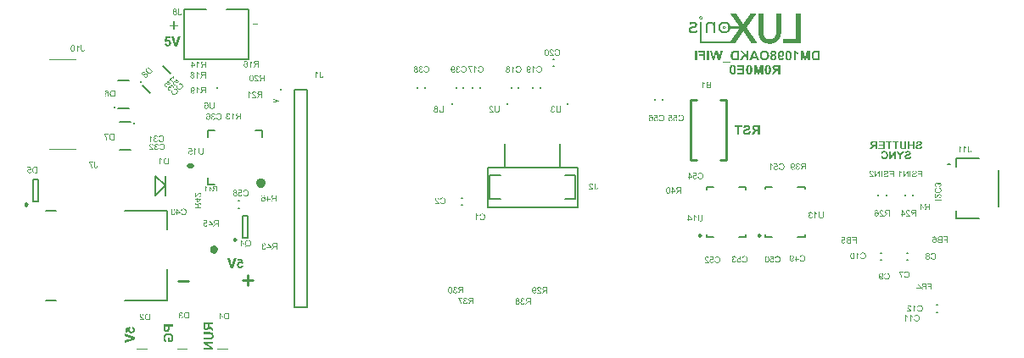
<source format=gbo>
G04*
G04 #@! TF.GenerationSoftware,Altium Limited,Altium Designer,20.0.13 (296)*
G04*
G04 Layer_Color=32896*
%FSLAX44Y44*%
%MOMM*%
G71*
G01*
G75*
%ADD10C,0.2500*%
%ADD11C,0.2000*%
%ADD12C,0.2540*%
%ADD13C,0.1000*%
%ADD100C,0.1016*%
%ADD104C,0.2540*%
%ADD105C,0.5000*%
%ADD191C,0.4000*%
%ADD192C,0.2032*%
%ADD193C,0.2030*%
G36*
X168058Y58695D02*
X168369D01*
Y58656D01*
X168486D01*
Y58617D01*
X168602D01*
Y58578D01*
X168718D01*
Y58539D01*
X168796D01*
Y58501D01*
X168835D01*
Y58462D01*
X168912D01*
Y58423D01*
X168951D01*
Y58384D01*
X169029D01*
Y58345D01*
X169068D01*
Y58306D01*
X169107D01*
Y58268D01*
X169145D01*
Y58229D01*
X169184D01*
Y58190D01*
X169223D01*
Y58151D01*
X169262D01*
Y58112D01*
Y58074D01*
X169300D01*
Y58035D01*
X169339D01*
Y57996D01*
Y57957D01*
X169378D01*
Y57918D01*
Y57880D01*
X169417D01*
Y57841D01*
Y57802D01*
X169456D01*
Y57763D01*
Y57724D01*
X169495D01*
Y57685D01*
Y57647D01*
Y57608D01*
X169533D01*
Y57569D01*
Y57530D01*
Y57491D01*
Y57453D01*
Y57414D01*
X169572D01*
Y57375D01*
Y57336D01*
Y57297D01*
Y57259D01*
Y57220D01*
Y57181D01*
Y57142D01*
Y57103D01*
Y57064D01*
Y57026D01*
Y56987D01*
Y56948D01*
Y56909D01*
Y56870D01*
Y56832D01*
X169533D01*
Y56793D01*
Y56754D01*
Y56715D01*
Y56676D01*
Y56638D01*
X169495D01*
Y56599D01*
Y56560D01*
Y56521D01*
X169456D01*
Y56482D01*
Y56443D01*
X169417D01*
Y56405D01*
Y56366D01*
X169378D01*
Y56327D01*
Y56288D01*
X169339D01*
Y56249D01*
Y56211D01*
X169300D01*
Y56172D01*
X169262D01*
Y56133D01*
Y56094D01*
X169223D01*
Y56055D01*
X169184D01*
Y56017D01*
X169145D01*
Y55978D01*
X169107D01*
Y55939D01*
X169068D01*
Y55900D01*
X169029D01*
Y55861D01*
X168951D01*
Y55823D01*
X168912D01*
Y55784D01*
X168835D01*
Y55745D01*
X168796D01*
Y55706D01*
X168718D01*
Y55667D01*
X168602D01*
Y55628D01*
X168524D01*
Y55590D01*
X168369D01*
Y55551D01*
X168097D01*
Y55512D01*
X167826D01*
Y55551D01*
X167554D01*
Y55590D01*
X167399D01*
Y55628D01*
X167282D01*
Y55667D01*
X167205D01*
Y55706D01*
X167127D01*
Y55745D01*
X167049D01*
Y55784D01*
X167011D01*
Y55823D01*
X166933D01*
Y55861D01*
X166894D01*
Y55900D01*
X166855D01*
Y55939D01*
X166817D01*
Y55978D01*
X166778D01*
Y56017D01*
X166739D01*
Y56055D01*
X166700D01*
Y56094D01*
X166661D01*
Y56133D01*
X166622D01*
Y56172D01*
Y56211D01*
X166584D01*
Y56249D01*
X166545D01*
Y56288D01*
Y56327D01*
X166506D01*
Y56366D01*
Y56405D01*
X166467D01*
Y56443D01*
Y56482D01*
X166428D01*
Y56521D01*
Y56560D01*
Y56599D01*
X166390D01*
Y56638D01*
Y56676D01*
Y56715D01*
Y56754D01*
X166351D01*
Y56793D01*
Y56832D01*
Y56870D01*
Y56909D01*
Y56948D01*
Y56987D01*
Y57026D01*
Y57064D01*
Y57103D01*
Y57142D01*
Y57181D01*
Y57220D01*
Y57259D01*
Y57297D01*
Y57336D01*
Y57375D01*
Y57414D01*
Y57453D01*
Y57491D01*
X166390D01*
Y57530D01*
Y57569D01*
Y57608D01*
Y57647D01*
X166428D01*
Y57685D01*
Y57724D01*
Y57763D01*
X166467D01*
Y57802D01*
Y57841D01*
X166506D01*
Y57880D01*
Y57918D01*
X166545D01*
Y57957D01*
Y57996D01*
X166584D01*
Y58035D01*
X166622D01*
Y58074D01*
Y58112D01*
X166661D01*
Y58151D01*
X166700D01*
Y58190D01*
X166739D01*
Y58229D01*
X166778D01*
Y58268D01*
X166817D01*
Y58306D01*
X166855D01*
Y58345D01*
X166894D01*
Y58384D01*
X166933D01*
Y58423D01*
X167011D01*
Y58462D01*
X167049D01*
Y58501D01*
X167127D01*
Y58539D01*
X167205D01*
Y58578D01*
X167282D01*
Y58617D01*
X167399D01*
Y58656D01*
X167554D01*
Y58695D01*
X167864D01*
Y58733D01*
X168058D01*
Y58695D01*
D02*
G37*
G36*
X223329Y61334D02*
Y61295D01*
X223290D01*
Y61256D01*
X223251D01*
Y61217D01*
X223212D01*
Y61179D01*
Y61140D01*
X223173D01*
Y61101D01*
X223134D01*
Y61062D01*
Y61023D01*
X223096D01*
Y60985D01*
X223057D01*
Y60946D01*
Y60907D01*
X223018D01*
Y60868D01*
X222979D01*
Y60829D01*
X222941D01*
Y60791D01*
Y60752D01*
X222902D01*
Y60713D01*
X222863D01*
Y60674D01*
Y60635D01*
X222824D01*
Y60596D01*
X222785D01*
Y60558D01*
X222746D01*
Y60519D01*
Y60480D01*
X222708D01*
Y60441D01*
X222669D01*
Y60402D01*
Y60364D01*
X222630D01*
Y60325D01*
X222591D01*
Y60286D01*
X222552D01*
Y60247D01*
Y60208D01*
X222514D01*
Y60170D01*
X222475D01*
Y60131D01*
Y60092D01*
X222436D01*
Y60053D01*
X222397D01*
Y60014D01*
X222358D01*
Y59976D01*
Y59937D01*
X222319D01*
Y59898D01*
X222281D01*
Y59859D01*
Y59820D01*
X222242D01*
Y59781D01*
X222203D01*
Y59743D01*
X222164D01*
Y59704D01*
Y59665D01*
X222125D01*
Y59626D01*
X222087D01*
Y59587D01*
Y59549D01*
X222048D01*
Y59510D01*
X222009D01*
Y59471D01*
Y59432D01*
X221970D01*
Y59393D01*
X221931D01*
Y59354D01*
X221893D01*
Y59316D01*
Y59277D01*
X221854D01*
Y59238D01*
X221815D01*
Y59199D01*
Y59160D01*
X221776D01*
Y59121D01*
X221737D01*
Y59083D01*
X221698D01*
Y59044D01*
Y59005D01*
X221660D01*
Y58966D01*
X221621D01*
Y58927D01*
Y58889D01*
X221582D01*
Y58850D01*
X221543D01*
Y58811D01*
X221504D01*
Y58772D01*
Y58733D01*
X221465D01*
Y58695D01*
X221427D01*
Y58656D01*
Y58617D01*
X221388D01*
Y58578D01*
X221349D01*
Y58539D01*
X221310D01*
Y58501D01*
Y58462D01*
X221271D01*
Y58423D01*
X221233D01*
Y58384D01*
Y58345D01*
X221194D01*
Y58306D01*
X221155D01*
Y58268D01*
X221116D01*
Y58229D01*
Y58190D01*
X221077D01*
Y58151D01*
X221039D01*
Y58112D01*
Y58074D01*
X221000D01*
Y58035D01*
X220961D01*
Y57996D01*
Y57957D01*
X220922D01*
Y57918D01*
X220883D01*
Y57880D01*
X220844D01*
Y57841D01*
Y57802D01*
X220806D01*
Y57763D01*
X220767D01*
Y57724D01*
Y57685D01*
X220728D01*
Y57647D01*
X220689D01*
Y57608D01*
X220651D01*
Y57569D01*
Y57530D01*
X220612D01*
Y57491D01*
X220573D01*
Y57453D01*
Y57414D01*
X220534D01*
Y57375D01*
X220495D01*
Y57336D01*
X220456D01*
Y57297D01*
Y57259D01*
X220418D01*
Y57220D01*
X220379D01*
Y57181D01*
Y57142D01*
X220340D01*
Y57103D01*
X220301D01*
Y57064D01*
X220262D01*
Y57026D01*
Y56987D01*
X220224D01*
Y56948D01*
X220185D01*
Y56909D01*
Y56870D01*
X220146D01*
Y56832D01*
X220107D01*
Y56793D01*
X220068D01*
Y56754D01*
Y56715D01*
X220030D01*
Y56676D01*
X219991D01*
Y56638D01*
Y56599D01*
X219952D01*
Y56560D01*
X219913D01*
Y56521D01*
Y56482D01*
X219874D01*
Y56443D01*
X219835D01*
Y56405D01*
X219797D01*
Y56366D01*
Y56327D01*
X219758D01*
Y56288D01*
X219719D01*
Y56249D01*
Y56211D01*
X219680D01*
Y56172D01*
X219641D01*
Y56133D01*
X219603D01*
Y56094D01*
Y56055D01*
X219564D01*
Y56017D01*
X219525D01*
Y55978D01*
Y55939D01*
X219486D01*
Y55900D01*
X219447D01*
Y55861D01*
X219408D01*
Y55823D01*
Y55784D01*
X219370D01*
Y55745D01*
X219331D01*
Y55706D01*
Y55667D01*
X219292D01*
Y55628D01*
X219253D01*
Y55590D01*
X219214D01*
Y55551D01*
Y55512D01*
X219176D01*
Y55473D01*
X219137D01*
Y55434D01*
Y55395D01*
X219098D01*
Y55357D01*
X219059D01*
Y55318D01*
X219020D01*
Y55279D01*
Y55240D01*
X218981D01*
Y55201D01*
X218943D01*
Y55163D01*
Y55124D01*
X218904D01*
Y55085D01*
X218865D01*
Y55046D01*
X218826D01*
Y55007D01*
Y54969D01*
X218787D01*
Y54930D01*
X218749D01*
Y54891D01*
Y54852D01*
X218710D01*
Y54813D01*
X218671D01*
Y54774D01*
Y54736D01*
X218632D01*
Y54697D01*
X218593D01*
Y54658D01*
X218555D01*
Y54619D01*
Y54580D01*
X218516D01*
Y54542D01*
X218477D01*
Y54503D01*
Y54464D01*
X218438D01*
Y54425D01*
X218399D01*
Y54386D01*
X218361D01*
Y54348D01*
Y54309D01*
X218322D01*
Y54270D01*
X218283D01*
Y54231D01*
Y54192D01*
X218244D01*
Y54153D01*
X218205D01*
Y54115D01*
X218166D01*
Y54076D01*
Y54037D01*
X218128D01*
Y53998D01*
X218089D01*
Y53959D01*
Y53921D01*
X218050D01*
Y53882D01*
X218011D01*
Y53843D01*
X217972D01*
Y53804D01*
Y53765D01*
X217934D01*
Y53727D01*
X217895D01*
Y53688D01*
Y53649D01*
X217856D01*
Y53610D01*
X217817D01*
Y53571D01*
X217778D01*
Y53533D01*
Y53494D01*
X217740D01*
Y53455D01*
X217701D01*
Y53416D01*
Y53377D01*
X217662D01*
Y53338D01*
X217623D01*
Y53300D01*
Y53261D01*
X217584D01*
Y53222D01*
X217545D01*
Y53183D01*
X217507D01*
Y53144D01*
Y53106D01*
X217468D01*
Y53067D01*
X217429D01*
Y53028D01*
Y52989D01*
X217390D01*
Y52950D01*
X217351D01*
Y52912D01*
X217313D01*
Y52873D01*
Y52834D01*
X217274D01*
Y52795D01*
X217235D01*
Y52756D01*
Y52717D01*
X217196D01*
Y52679D01*
X217157D01*
Y52640D01*
X217118D01*
Y52601D01*
Y52562D01*
X217080D01*
Y52523D01*
X217041D01*
Y52484D01*
Y52446D01*
X217002D01*
Y52407D01*
X216963D01*
Y52368D01*
X216924D01*
Y52329D01*
Y52290D01*
X216886D01*
Y52252D01*
X216847D01*
Y52213D01*
Y52174D01*
X216808D01*
Y52135D01*
X216769D01*
Y52096D01*
X216730D01*
Y52058D01*
Y52019D01*
X216691D01*
Y51980D01*
X216653D01*
Y51941D01*
Y51902D01*
X216614D01*
Y51863D01*
X216575D01*
Y51825D01*
Y51786D01*
X216536D01*
Y51747D01*
X216497D01*
Y51708D01*
X216459D01*
Y51669D01*
Y51631D01*
X216420D01*
Y51592D01*
X216381D01*
Y51553D01*
Y51514D01*
X216342D01*
Y51475D01*
X216303D01*
Y51437D01*
X216264D01*
Y51398D01*
Y51359D01*
X216226D01*
Y51320D01*
X216187D01*
Y51281D01*
Y51242D01*
X216148D01*
Y51204D01*
X216109D01*
Y51165D01*
X216070D01*
Y51126D01*
Y51087D01*
X216032D01*
Y51048D01*
X215993D01*
Y51010D01*
Y50971D01*
X215954D01*
Y50932D01*
X215915D01*
Y50893D01*
X215877D01*
Y50854D01*
Y50816D01*
X215838D01*
Y50777D01*
X215799D01*
Y50738D01*
Y50699D01*
X215760D01*
Y50660D01*
X215721D01*
Y50622D01*
X215682D01*
Y50583D01*
Y50544D01*
X215644D01*
Y50505D01*
X215605D01*
Y50466D01*
Y50427D01*
X215566D01*
Y50389D01*
X215527D01*
Y50350D01*
Y50311D01*
X215488D01*
Y50272D01*
X215450D01*
Y50233D01*
X215411D01*
Y50195D01*
Y50156D01*
X215372D01*
Y50117D01*
X215333D01*
Y50078D01*
Y50039D01*
X215294D01*
Y50001D01*
X215255D01*
Y49962D01*
X215217D01*
Y49923D01*
Y49884D01*
X215178D01*
Y49845D01*
X215139D01*
Y49806D01*
Y49768D01*
X215100D01*
Y49729D01*
X215061D01*
Y49690D01*
X215023D01*
Y49651D01*
Y49612D01*
X214984D01*
Y49573D01*
X214945D01*
Y49535D01*
Y49496D01*
X214906D01*
Y49457D01*
X214867D01*
Y49418D01*
X214828D01*
Y49379D01*
Y49341D01*
X214790D01*
Y49302D01*
X214751D01*
Y49263D01*
Y49224D01*
X214712D01*
Y49185D01*
X214673D01*
Y49146D01*
X214634D01*
Y49108D01*
Y49069D01*
X214596D01*
Y49030D01*
X214557D01*
Y48991D01*
Y48952D01*
X214518D01*
Y48914D01*
X214479D01*
Y48875D01*
X214440D01*
Y48836D01*
Y48797D01*
X214402D01*
Y48758D01*
X214363D01*
Y48720D01*
Y48681D01*
X214324D01*
Y48642D01*
X214285D01*
Y48603D01*
Y48564D01*
X214246D01*
Y48526D01*
X214207D01*
Y48487D01*
X214169D01*
Y48448D01*
Y48409D01*
X214130D01*
Y48370D01*
X214091D01*
Y48331D01*
Y48293D01*
X214052D01*
Y48254D01*
X214013D01*
Y48215D01*
X213975D01*
Y48176D01*
Y48137D01*
X213936D01*
Y48099D01*
X213897D01*
Y48060D01*
Y48021D01*
X213858D01*
Y47982D01*
X213819D01*
Y47943D01*
X213780D01*
Y47905D01*
Y47866D01*
X213742D01*
Y47827D01*
X213703D01*
Y47788D01*
Y47749D01*
X213664D01*
Y47710D01*
X213625D01*
Y47672D01*
X213586D01*
Y47633D01*
Y47594D01*
X213548D01*
Y47555D01*
X213509D01*
Y47516D01*
Y47478D01*
X213470D01*
Y47439D01*
X213431D01*
Y47400D01*
Y47361D01*
X213470D01*
Y47322D01*
X213509D01*
Y47284D01*
Y47245D01*
X213548D01*
Y47206D01*
X213586D01*
Y47167D01*
Y47128D01*
X213625D01*
Y47090D01*
X213664D01*
Y47051D01*
Y47012D01*
X213703D01*
Y46973D01*
X213742D01*
Y46934D01*
Y46895D01*
X213780D01*
Y46857D01*
X213819D01*
Y46818D01*
Y46779D01*
X213858D01*
Y46740D01*
X213897D01*
Y46701D01*
X213936D01*
Y46663D01*
Y46624D01*
X213975D01*
Y46585D01*
X214013D01*
Y46546D01*
Y46507D01*
X214052D01*
Y46469D01*
X214091D01*
Y46430D01*
Y46391D01*
X214130D01*
Y46352D01*
X214169D01*
Y46313D01*
Y46274D01*
X214207D01*
Y46236D01*
X214246D01*
Y46197D01*
X214285D01*
Y46158D01*
Y46119D01*
X214324D01*
Y46080D01*
X214363D01*
Y46041D01*
Y46003D01*
X214402D01*
Y45964D01*
X214440D01*
Y45925D01*
Y45886D01*
X214479D01*
Y45847D01*
X214518D01*
Y45809D01*
Y45770D01*
X214557D01*
Y45731D01*
X214596D01*
Y45692D01*
X214634D01*
Y45653D01*
Y45615D01*
X214673D01*
Y45576D01*
X214712D01*
Y45537D01*
Y45498D01*
X214751D01*
Y45459D01*
X214790D01*
Y45420D01*
Y45382D01*
X214828D01*
Y45343D01*
X214867D01*
Y45304D01*
Y45265D01*
X214906D01*
Y45226D01*
X214945D01*
Y45188D01*
X214984D01*
Y45149D01*
Y45110D01*
X215023D01*
Y45071D01*
X215061D01*
Y45032D01*
Y44994D01*
X215100D01*
Y44955D01*
X215139D01*
Y44916D01*
Y44877D01*
X215178D01*
Y44838D01*
X215217D01*
Y44799D01*
Y44761D01*
X215255D01*
Y44722D01*
X215294D01*
Y44683D01*
X215333D01*
Y44644D01*
Y44605D01*
X215372D01*
Y44567D01*
X215411D01*
Y44528D01*
Y44489D01*
X215450D01*
Y44450D01*
X215488D01*
Y44411D01*
Y44373D01*
X215527D01*
Y44334D01*
X215566D01*
Y44295D01*
Y44256D01*
X215605D01*
Y44217D01*
X215644D01*
Y44179D01*
X215682D01*
Y44140D01*
Y44101D01*
X215721D01*
Y44062D01*
X215760D01*
Y44023D01*
Y43984D01*
X215799D01*
Y43946D01*
X215838D01*
Y43907D01*
Y43868D01*
X215877D01*
Y43829D01*
X215915D01*
Y43790D01*
Y43752D01*
X215954D01*
Y43713D01*
X215993D01*
Y43674D01*
X216032D01*
Y43635D01*
Y43596D01*
X216070D01*
Y43557D01*
X216109D01*
Y43519D01*
Y43480D01*
X216148D01*
Y43441D01*
X216187D01*
Y43402D01*
Y43363D01*
X216226D01*
Y43325D01*
X216264D01*
Y43286D01*
Y43247D01*
X216303D01*
Y43208D01*
X216342D01*
Y43169D01*
X216381D01*
Y43130D01*
Y43092D01*
X216420D01*
Y43053D01*
X216459D01*
Y43014D01*
Y42975D01*
X216497D01*
Y42936D01*
X216536D01*
Y42898D01*
Y42859D01*
X216575D01*
Y42820D01*
X216614D01*
Y42781D01*
Y42742D01*
X216653D01*
Y42704D01*
X216691D01*
Y42665D01*
X216730D01*
Y42626D01*
Y42587D01*
X216769D01*
Y42548D01*
X216808D01*
Y42509D01*
Y42471D01*
X216847D01*
Y42432D01*
X216886D01*
Y42393D01*
Y42354D01*
X216924D01*
Y42316D01*
X216963D01*
Y42277D01*
Y42238D01*
X217002D01*
Y42199D01*
X217041D01*
Y42160D01*
Y42121D01*
X217080D01*
Y42083D01*
X217118D01*
Y42044D01*
X217157D01*
Y42005D01*
Y41966D01*
X217196D01*
Y41927D01*
X217235D01*
Y41888D01*
Y41850D01*
X217274D01*
Y41811D01*
X217313D01*
Y41772D01*
Y41733D01*
X217351D01*
Y41694D01*
X217390D01*
Y41656D01*
Y41617D01*
X217429D01*
Y41578D01*
X217468D01*
Y41539D01*
X217507D01*
Y41500D01*
Y41462D01*
X217545D01*
Y41423D01*
X217584D01*
Y41384D01*
Y41345D01*
X217623D01*
Y41306D01*
X217662D01*
Y41267D01*
Y41229D01*
X217701D01*
Y41190D01*
X217740D01*
Y41151D01*
Y41112D01*
X217778D01*
Y41073D01*
X217817D01*
Y41035D01*
X217856D01*
Y40996D01*
Y40957D01*
X217895D01*
Y40918D01*
X217934D01*
Y40879D01*
Y40841D01*
X217972D01*
Y40802D01*
X218011D01*
Y40763D01*
Y40724D01*
X218050D01*
Y40685D01*
X218089D01*
Y40647D01*
Y40608D01*
X218128D01*
Y40569D01*
X218166D01*
Y40530D01*
X218205D01*
Y40491D01*
Y40452D01*
X218244D01*
Y40414D01*
X218283D01*
Y40375D01*
Y40336D01*
X218322D01*
Y40297D01*
X218361D01*
Y40258D01*
Y40219D01*
X218399D01*
Y40181D01*
X218438D01*
Y40142D01*
Y40103D01*
X218477D01*
Y40064D01*
X218516D01*
Y40025D01*
X218555D01*
Y39987D01*
Y39948D01*
X218593D01*
Y39909D01*
X218632D01*
Y39870D01*
Y39831D01*
X218671D01*
Y39793D01*
X218710D01*
Y39754D01*
Y39715D01*
X218749D01*
Y39676D01*
X218787D01*
Y39637D01*
Y39599D01*
X218826D01*
Y39560D01*
X218865D01*
Y39521D01*
X218904D01*
Y39482D01*
Y39443D01*
X218943D01*
Y39404D01*
X218981D01*
Y39366D01*
Y39327D01*
X219020D01*
Y39288D01*
X219059D01*
Y39249D01*
Y39210D01*
X219098D01*
Y39172D01*
X219137D01*
Y39133D01*
Y39094D01*
X219176D01*
Y39055D01*
X219214D01*
Y39016D01*
X219253D01*
Y38977D01*
Y38939D01*
X219292D01*
Y38900D01*
X219331D01*
Y38861D01*
Y38822D01*
X219370D01*
Y38783D01*
X219408D01*
Y38745D01*
Y38706D01*
X219447D01*
Y38667D01*
X219486D01*
Y38628D01*
Y38589D01*
X219525D01*
Y38551D01*
X219564D01*
Y38512D01*
X219603D01*
Y38473D01*
Y38434D01*
X219641D01*
Y38395D01*
X219680D01*
Y38356D01*
Y38318D01*
X219719D01*
Y38279D01*
X219758D01*
Y38240D01*
Y38201D01*
X219797D01*
Y38162D01*
X219835D01*
Y38124D01*
Y38085D01*
X219874D01*
Y38046D01*
X219913D01*
Y38007D01*
Y37968D01*
X219952D01*
Y37930D01*
X219991D01*
Y37891D01*
X220030D01*
Y37852D01*
Y37813D01*
X220068D01*
Y37774D01*
X220107D01*
Y37736D01*
Y37697D01*
X220146D01*
Y37658D01*
X220185D01*
Y37619D01*
Y37580D01*
X220224D01*
Y37541D01*
X220262D01*
Y37503D01*
Y37464D01*
X220301D01*
Y37425D01*
X220340D01*
Y37386D01*
X220379D01*
Y37347D01*
Y37308D01*
X220418D01*
Y37270D01*
X220456D01*
Y37231D01*
Y37192D01*
X220495D01*
Y37153D01*
X220534D01*
Y37115D01*
Y37076D01*
X220573D01*
Y37037D01*
X220612D01*
Y36998D01*
Y36959D01*
X220651D01*
Y36920D01*
X220689D01*
Y36882D01*
X220728D01*
Y36843D01*
Y36804D01*
X220767D01*
Y36765D01*
X220806D01*
Y36726D01*
Y36688D01*
X220844D01*
Y36649D01*
X220883D01*
Y36610D01*
Y36571D01*
X220922D01*
Y36532D01*
X220961D01*
Y36493D01*
Y36455D01*
X221000D01*
Y36416D01*
X221039D01*
Y36377D01*
X221077D01*
Y36338D01*
Y36299D01*
X221116D01*
Y36261D01*
X221155D01*
Y36222D01*
Y36183D01*
X221194D01*
Y36144D01*
X221233D01*
Y36105D01*
Y36067D01*
X221271D01*
Y36028D01*
X221310D01*
Y35989D01*
Y35950D01*
X221349D01*
Y35911D01*
X221388D01*
Y35872D01*
X221427D01*
Y35834D01*
Y35795D01*
X221465D01*
Y35756D01*
X221504D01*
Y35717D01*
Y35678D01*
X221543D01*
Y35640D01*
X221582D01*
Y35601D01*
Y35562D01*
X221621D01*
Y35523D01*
X221660D01*
Y35484D01*
Y35445D01*
X221698D01*
Y35407D01*
X221737D01*
Y35368D01*
X221776D01*
Y35329D01*
Y35290D01*
X221815D01*
Y35251D01*
X221854D01*
Y35213D01*
Y35174D01*
X221893D01*
Y35135D01*
X221931D01*
Y35096D01*
Y35057D01*
X221970D01*
Y35018D01*
X222009D01*
Y34980D01*
Y34941D01*
X222048D01*
Y34902D01*
X222087D01*
Y34863D01*
X222125D01*
Y34825D01*
Y34786D01*
X222164D01*
Y34747D01*
X222203D01*
Y34708D01*
Y34669D01*
X222242D01*
Y34630D01*
X222281D01*
Y34592D01*
Y34553D01*
X222319D01*
Y34514D01*
X222358D01*
Y34475D01*
Y34436D01*
X222397D01*
Y34397D01*
X222436D01*
Y34359D01*
X222475D01*
Y34320D01*
Y34281D01*
X222514D01*
Y34242D01*
X222552D01*
Y34204D01*
Y34165D01*
X222591D01*
Y34126D01*
X222630D01*
Y34087D01*
Y34048D01*
X222669D01*
Y34009D01*
X222708D01*
Y33971D01*
Y33932D01*
X222746D01*
Y33893D01*
X222785D01*
Y33854D01*
X222824D01*
Y33815D01*
Y33777D01*
X222863D01*
Y33738D01*
X222902D01*
Y33699D01*
Y33660D01*
X222941D01*
Y33621D01*
X222979D01*
Y33582D01*
Y33544D01*
X223018D01*
Y33505D01*
X223057D01*
Y33466D01*
Y33427D01*
X223096D01*
Y33388D01*
X223134D01*
Y33350D01*
Y33311D01*
X223173D01*
Y33272D01*
X223212D01*
Y33233D01*
X223251D01*
Y33194D01*
Y33156D01*
X223290D01*
Y33117D01*
X223329D01*
Y33078D01*
Y33039D01*
X223367D01*
Y33000D01*
X223406D01*
Y32961D01*
Y32923D01*
X223445D01*
Y32884D01*
X223484D01*
Y32845D01*
Y32806D01*
X223523D01*
Y32767D01*
X223561D01*
Y32729D01*
X223600D01*
Y32690D01*
Y32651D01*
X223639D01*
Y32612D01*
X223678D01*
Y32573D01*
Y32534D01*
X223717D01*
Y32496D01*
X223755D01*
Y32457D01*
Y32418D01*
X223794D01*
Y32379D01*
X223833D01*
Y32340D01*
Y32302D01*
X223872D01*
Y32263D01*
X223911D01*
Y32224D01*
X223950D01*
Y32185D01*
Y32146D01*
X223988D01*
Y32108D01*
X224027D01*
Y32069D01*
Y32030D01*
X224066D01*
Y31991D01*
X224105D01*
Y31952D01*
X218283D01*
Y31991D01*
X218244D01*
Y32030D01*
X218205D01*
Y32069D01*
Y32108D01*
X218166D01*
Y32146D01*
X218128D01*
Y32185D01*
Y32224D01*
X218089D01*
Y32263D01*
X218050D01*
Y32302D01*
Y32340D01*
X218011D01*
Y32379D01*
X217972D01*
Y32418D01*
Y32457D01*
X217934D01*
Y32496D01*
X217895D01*
Y32534D01*
Y32573D01*
X217856D01*
Y32612D01*
X217817D01*
Y32651D01*
Y32690D01*
X217778D01*
Y32729D01*
X217740D01*
Y32767D01*
Y32806D01*
X217701D01*
Y32845D01*
X217662D01*
Y32884D01*
Y32923D01*
X217623D01*
Y32961D01*
X217584D01*
Y33000D01*
Y33039D01*
X217545D01*
Y33078D01*
X217507D01*
Y33117D01*
Y33156D01*
X217468D01*
Y33194D01*
X217429D01*
Y33233D01*
Y33272D01*
X217390D01*
Y33311D01*
X217351D01*
Y33350D01*
Y33388D01*
X217313D01*
Y33427D01*
X217274D01*
Y33466D01*
Y33505D01*
X217235D01*
Y33544D01*
X217196D01*
Y33582D01*
Y33621D01*
X217157D01*
Y33660D01*
X217118D01*
Y33699D01*
Y33738D01*
X217080D01*
Y33777D01*
X217041D01*
Y33815D01*
Y33854D01*
X217002D01*
Y33893D01*
X216963D01*
Y33932D01*
Y33971D01*
X216924D01*
Y34009D01*
X216886D01*
Y34048D01*
Y34087D01*
X216847D01*
Y34126D01*
X216808D01*
Y34165D01*
Y34204D01*
X216769D01*
Y34242D01*
X216730D01*
Y34281D01*
X216691D01*
Y34320D01*
Y34359D01*
X216653D01*
Y34397D01*
X216614D01*
Y34436D01*
Y34475D01*
X216575D01*
Y34514D01*
X216536D01*
Y34553D01*
Y34592D01*
X216497D01*
Y34630D01*
X216459D01*
Y34669D01*
Y34708D01*
X216420D01*
Y34747D01*
X216381D01*
Y34786D01*
Y34825D01*
X216342D01*
Y34863D01*
X216303D01*
Y34902D01*
Y34941D01*
X216264D01*
Y34980D01*
X216226D01*
Y35018D01*
Y35057D01*
X216187D01*
Y35096D01*
X216148D01*
Y35135D01*
Y35174D01*
X216109D01*
Y35213D01*
X216070D01*
Y35251D01*
Y35290D01*
X216032D01*
Y35329D01*
X215993D01*
Y35368D01*
Y35407D01*
X215954D01*
Y35445D01*
X215915D01*
Y35484D01*
Y35523D01*
X215877D01*
Y35562D01*
X215838D01*
Y35601D01*
Y35640D01*
X215799D01*
Y35678D01*
X215760D01*
Y35717D01*
Y35756D01*
X215721D01*
Y35795D01*
X215682D01*
Y35834D01*
Y35872D01*
X215644D01*
Y35911D01*
X215605D01*
Y35950D01*
Y35989D01*
X215566D01*
Y36028D01*
X215527D01*
Y36067D01*
Y36105D01*
X215488D01*
Y36144D01*
X215450D01*
Y36183D01*
Y36222D01*
X215411D01*
Y36261D01*
X215372D01*
Y36299D01*
Y36338D01*
X215333D01*
Y36377D01*
X215294D01*
Y36416D01*
Y36455D01*
X215255D01*
Y36493D01*
X215217D01*
Y36532D01*
Y36571D01*
X215178D01*
Y36610D01*
X215139D01*
Y36649D01*
Y36688D01*
X215100D01*
Y36726D01*
X215061D01*
Y36765D01*
Y36804D01*
X215023D01*
Y36843D01*
X214984D01*
Y36882D01*
X214945D01*
Y36920D01*
Y36959D01*
X214906D01*
Y36998D01*
X214867D01*
Y37037D01*
Y37076D01*
X214828D01*
Y37115D01*
X214790D01*
Y37153D01*
Y37192D01*
X214751D01*
Y37231D01*
X214712D01*
Y37270D01*
Y37308D01*
X214673D01*
Y37347D01*
X214634D01*
Y37386D01*
Y37425D01*
X214596D01*
Y37464D01*
X214557D01*
Y37503D01*
Y37541D01*
X214518D01*
Y37580D01*
X214479D01*
Y37619D01*
Y37658D01*
X214440D01*
Y37697D01*
X214402D01*
Y37736D01*
Y37774D01*
X214363D01*
Y37813D01*
X214324D01*
Y37852D01*
Y37891D01*
X214285D01*
Y37930D01*
X214246D01*
Y37968D01*
Y38007D01*
X214207D01*
Y38046D01*
X214169D01*
Y38085D01*
Y38124D01*
X214130D01*
Y38162D01*
X214091D01*
Y38201D01*
Y38240D01*
X214052D01*
Y38279D01*
X214013D01*
Y38318D01*
Y38356D01*
X213975D01*
Y38395D01*
X213936D01*
Y38434D01*
Y38473D01*
X213897D01*
Y38512D01*
X213858D01*
Y38551D01*
Y38589D01*
X213819D01*
Y38628D01*
X213780D01*
Y38667D01*
Y38706D01*
X213742D01*
Y38745D01*
X213703D01*
Y38783D01*
Y38822D01*
X213664D01*
Y38861D01*
X213625D01*
Y38900D01*
Y38939D01*
X213586D01*
Y38977D01*
X213548D01*
Y39016D01*
Y39055D01*
X213509D01*
Y39094D01*
X213470D01*
Y39133D01*
Y39172D01*
X213431D01*
Y39210D01*
X213392D01*
Y39249D01*
Y39288D01*
X213354D01*
Y39327D01*
X213315D01*
Y39366D01*
X213276D01*
Y39404D01*
Y39443D01*
X213237D01*
Y39482D01*
X213198D01*
Y39521D01*
Y39560D01*
X213160D01*
Y39599D01*
X213121D01*
Y39637D01*
Y39676D01*
X213082D01*
Y39715D01*
X213043D01*
Y39754D01*
Y39793D01*
X213004D01*
Y39831D01*
X212965D01*
Y39870D01*
Y39909D01*
X212927D01*
Y39948D01*
X212888D01*
Y39987D01*
Y40025D01*
X212849D01*
Y40064D01*
X212810D01*
Y40103D01*
Y40142D01*
X212771D01*
Y40181D01*
X212733D01*
Y40219D01*
Y40258D01*
X212694D01*
Y40297D01*
X212655D01*
Y40336D01*
Y40375D01*
X212616D01*
Y40414D01*
X212577D01*
Y40452D01*
Y40491D01*
X212539D01*
Y40530D01*
X212500D01*
Y40569D01*
Y40608D01*
X212461D01*
Y40647D01*
X212422D01*
Y40685D01*
Y40724D01*
X212383D01*
Y40763D01*
X212344D01*
Y40802D01*
Y40841D01*
X212306D01*
Y40879D01*
X212267D01*
Y40918D01*
Y40957D01*
X212228D01*
Y40996D01*
X212189D01*
Y41035D01*
Y41073D01*
X212150D01*
Y41112D01*
X212112D01*
Y41151D01*
Y41190D01*
X212073D01*
Y41229D01*
X212034D01*
Y41267D01*
Y41306D01*
X211995D01*
Y41345D01*
X211956D01*
Y41384D01*
Y41423D01*
X211917D01*
Y41462D01*
X211879D01*
Y41500D01*
Y41539D01*
X211840D01*
Y41578D01*
X211801D01*
Y41617D01*
Y41656D01*
X211762D01*
Y41694D01*
X211723D01*
Y41733D01*
Y41772D01*
X211685D01*
Y41811D01*
X211646D01*
Y41850D01*
X211607D01*
Y41888D01*
Y41927D01*
X211568D01*
Y41966D01*
X211529D01*
Y42005D01*
Y42044D01*
X211491D01*
Y42083D01*
X211452D01*
Y42121D01*
Y42160D01*
X211413D01*
Y42199D01*
X211374D01*
Y42238D01*
Y42277D01*
X211335D01*
Y42316D01*
X211297D01*
Y42354D01*
Y42393D01*
X211258D01*
Y42432D01*
X211219D01*
Y42471D01*
Y42509D01*
X211180D01*
Y42548D01*
X211141D01*
Y42587D01*
Y42626D01*
X211102D01*
Y42665D01*
X211064D01*
Y42704D01*
Y42742D01*
X211025D01*
Y42781D01*
X210986D01*
Y42820D01*
Y42859D01*
X210947D01*
Y42898D01*
X210908D01*
Y42936D01*
Y42975D01*
X210870D01*
Y43014D01*
X210831D01*
Y43053D01*
Y43092D01*
X210792D01*
Y43130D01*
X210753D01*
Y43169D01*
Y43208D01*
X210714D01*
Y43247D01*
X210675D01*
Y43286D01*
Y43325D01*
X210637D01*
Y43363D01*
X210598D01*
Y43402D01*
Y43441D01*
X210559D01*
Y43480D01*
X210520D01*
Y43519D01*
Y43557D01*
X210481D01*
Y43596D01*
X210443D01*
Y43635D01*
Y43674D01*
X210404D01*
Y43713D01*
X210365D01*
Y43752D01*
Y43790D01*
X210287D01*
Y43752D01*
Y43713D01*
X210249D01*
Y43674D01*
X210210D01*
Y43635D01*
X210171D01*
Y43596D01*
Y43557D01*
X210132D01*
Y43519D01*
X210093D01*
Y43480D01*
Y43441D01*
X210054D01*
Y43402D01*
X210016D01*
Y43363D01*
Y43325D01*
X209977D01*
Y43286D01*
X209938D01*
Y43247D01*
Y43208D01*
X209899D01*
Y43169D01*
X209860D01*
Y43130D01*
Y43092D01*
X209822D01*
Y43053D01*
X209783D01*
Y43014D01*
Y42975D01*
X209744D01*
Y42936D01*
X209705D01*
Y42898D01*
Y42859D01*
X209666D01*
Y42820D01*
X209627D01*
Y42781D01*
Y42742D01*
X209589D01*
Y42704D01*
X209550D01*
Y42665D01*
Y42626D01*
X209511D01*
Y42587D01*
X209472D01*
Y42548D01*
Y42509D01*
X209433D01*
Y42471D01*
X209395D01*
Y42432D01*
Y42393D01*
X209356D01*
Y42354D01*
X209317D01*
Y42316D01*
Y42277D01*
X209278D01*
Y42238D01*
X209239D01*
Y42199D01*
Y42160D01*
X209200D01*
Y42121D01*
X209162D01*
Y42083D01*
Y42044D01*
X209123D01*
Y42005D01*
X209084D01*
Y41966D01*
Y41927D01*
X209045D01*
Y41888D01*
X209007D01*
Y41850D01*
Y41811D01*
X208968D01*
Y41772D01*
X208929D01*
Y41733D01*
Y41694D01*
X208890D01*
Y41656D01*
X208851D01*
Y41617D01*
Y41578D01*
X208812D01*
Y41539D01*
X208774D01*
Y41500D01*
Y41462D01*
X208735D01*
Y41423D01*
X208696D01*
Y41384D01*
Y41345D01*
X208657D01*
Y41306D01*
X208618D01*
Y41267D01*
Y41229D01*
X208580D01*
Y41190D01*
X208541D01*
Y41151D01*
Y41112D01*
X208502D01*
Y41073D01*
X208463D01*
Y41035D01*
Y40996D01*
X208424D01*
Y40957D01*
X208386D01*
Y40918D01*
Y40879D01*
X208347D01*
Y40841D01*
X208308D01*
Y40802D01*
Y40763D01*
X208269D01*
Y40724D01*
X208230D01*
Y40685D01*
Y40647D01*
X208191D01*
Y40608D01*
X208153D01*
Y40569D01*
Y40530D01*
X208114D01*
Y40491D01*
X208075D01*
Y40452D01*
Y40414D01*
X208036D01*
Y40375D01*
X207997D01*
Y40336D01*
Y40297D01*
X207959D01*
Y40258D01*
X207920D01*
Y40219D01*
Y40181D01*
X207881D01*
Y40142D01*
X207842D01*
Y40103D01*
Y40064D01*
X207803D01*
Y40025D01*
X207764D01*
Y39987D01*
Y39948D01*
X207726D01*
Y39909D01*
X207687D01*
Y39870D01*
Y39831D01*
X207648D01*
Y39793D01*
X207609D01*
Y39754D01*
Y39715D01*
X207570D01*
Y39676D01*
X207532D01*
Y39637D01*
Y39599D01*
X207493D01*
Y39560D01*
X207454D01*
Y39521D01*
Y39482D01*
X207415D01*
Y39443D01*
X207376D01*
Y39404D01*
Y39366D01*
X207337D01*
Y39327D01*
X207299D01*
Y39288D01*
Y39249D01*
X207260D01*
Y39210D01*
X207221D01*
Y39172D01*
Y39133D01*
X207182D01*
Y39094D01*
X207143D01*
Y39055D01*
Y39016D01*
X207105D01*
Y38977D01*
X207066D01*
Y38939D01*
Y38900D01*
X207027D01*
Y38861D01*
X206988D01*
Y38822D01*
Y38783D01*
X206949D01*
Y38745D01*
X206911D01*
Y38706D01*
Y38667D01*
X206872D01*
Y38628D01*
X206833D01*
Y38589D01*
Y38551D01*
X206794D01*
Y38512D01*
X206755D01*
Y38473D01*
Y38434D01*
X206716D01*
Y38395D01*
X206678D01*
Y38356D01*
Y38318D01*
X206639D01*
Y38279D01*
X206600D01*
Y38240D01*
Y38201D01*
X206561D01*
Y38162D01*
X206522D01*
Y38124D01*
Y38085D01*
X206484D01*
Y38046D01*
X206445D01*
Y38007D01*
Y37968D01*
X206406D01*
Y37930D01*
X206367D01*
Y37891D01*
Y37852D01*
X206328D01*
Y37813D01*
X206290D01*
Y37774D01*
Y37736D01*
X206251D01*
Y37697D01*
X206212D01*
Y37658D01*
Y37619D01*
X206173D01*
Y37580D01*
X206134D01*
Y37541D01*
Y37503D01*
X206096D01*
Y37464D01*
X206057D01*
Y37425D01*
Y37386D01*
X206018D01*
Y37347D01*
X205979D01*
Y37308D01*
Y37270D01*
X205940D01*
Y37231D01*
X205901D01*
Y37192D01*
Y37153D01*
X205863D01*
Y37115D01*
X205824D01*
Y37076D01*
Y37037D01*
X205785D01*
Y36998D01*
X205746D01*
Y36959D01*
X205707D01*
Y36920D01*
Y36882D01*
X205669D01*
Y36843D01*
X205630D01*
Y36804D01*
Y36765D01*
X205591D01*
Y36726D01*
X205552D01*
Y36688D01*
Y36649D01*
X205513D01*
Y36610D01*
X205474D01*
Y36571D01*
Y36532D01*
X205436D01*
Y36493D01*
X205397D01*
Y36455D01*
Y36416D01*
X205358D01*
Y36377D01*
X205319D01*
Y36338D01*
Y36299D01*
X205280D01*
Y36261D01*
X205242D01*
Y36222D01*
Y36183D01*
X205203D01*
Y36144D01*
X205164D01*
Y36105D01*
Y36067D01*
X205125D01*
Y36028D01*
X205086D01*
Y35989D01*
Y35950D01*
X205048D01*
Y35911D01*
X205009D01*
Y35872D01*
Y35834D01*
X204970D01*
Y35795D01*
X204931D01*
Y35756D01*
Y35717D01*
X204892D01*
Y35678D01*
X204853D01*
Y35640D01*
Y35601D01*
X204815D01*
Y35562D01*
X204776D01*
Y35523D01*
Y35484D01*
X204737D01*
Y35445D01*
X204698D01*
Y35407D01*
Y35368D01*
X204659D01*
Y35329D01*
X204621D01*
Y35290D01*
Y35251D01*
X204582D01*
Y35213D01*
X204543D01*
Y35174D01*
Y35135D01*
X204504D01*
Y35096D01*
X204465D01*
Y35057D01*
Y35018D01*
X204426D01*
Y34980D01*
X204388D01*
Y34941D01*
Y34902D01*
X204349D01*
Y34863D01*
X204310D01*
Y34825D01*
Y34786D01*
X204271D01*
Y34747D01*
X204233D01*
Y34708D01*
Y34669D01*
X204194D01*
Y34630D01*
X204155D01*
Y34592D01*
Y34553D01*
X204116D01*
Y34514D01*
X204077D01*
Y34475D01*
Y34436D01*
X204038D01*
Y34397D01*
X204000D01*
Y34359D01*
Y34320D01*
X203961D01*
Y34281D01*
X203922D01*
Y34242D01*
Y34204D01*
X203883D01*
Y34165D01*
X203844D01*
Y34126D01*
Y34087D01*
X203806D01*
Y34048D01*
X203767D01*
Y34009D01*
Y33971D01*
X203728D01*
Y33932D01*
X203689D01*
Y33893D01*
Y33854D01*
X203650D01*
Y33815D01*
X203612D01*
Y33777D01*
Y33738D01*
X203573D01*
Y33699D01*
X203534D01*
Y33660D01*
Y33621D01*
X203495D01*
Y33582D01*
X203456D01*
Y33544D01*
Y33505D01*
X203417D01*
Y33466D01*
X203379D01*
Y33427D01*
Y33388D01*
X203340D01*
Y33350D01*
X203301D01*
Y33311D01*
Y33272D01*
X203262D01*
Y33233D01*
X203223D01*
Y33194D01*
Y33156D01*
X203185D01*
Y33117D01*
X203146D01*
Y33078D01*
Y33039D01*
X203107D01*
Y33000D01*
X203068D01*
Y32961D01*
Y32923D01*
X203029D01*
Y32884D01*
X202990D01*
Y32845D01*
Y32806D01*
X202952D01*
Y32767D01*
X202913D01*
Y32729D01*
Y32690D01*
X202874D01*
Y32651D01*
X202835D01*
Y32612D01*
Y32573D01*
X202796D01*
Y32534D01*
X202758D01*
Y32496D01*
Y32457D01*
X202719D01*
Y32418D01*
X202680D01*
Y32379D01*
Y32340D01*
X202641D01*
Y32302D01*
X202602D01*
Y32263D01*
Y32224D01*
X202563D01*
Y32185D01*
X202525D01*
Y32146D01*
Y32108D01*
X202486D01*
Y32069D01*
X202447D01*
Y32030D01*
Y31991D01*
X202408D01*
Y31952D01*
X167049D01*
Y31991D01*
Y32030D01*
Y32069D01*
Y32108D01*
Y32146D01*
Y32185D01*
Y32224D01*
Y32263D01*
Y32302D01*
Y32340D01*
Y32379D01*
Y32418D01*
Y32457D01*
Y32496D01*
Y32534D01*
Y32573D01*
Y32612D01*
Y32651D01*
Y32690D01*
Y32729D01*
Y32767D01*
Y32806D01*
Y32845D01*
Y32884D01*
Y32923D01*
Y32961D01*
Y33000D01*
Y33039D01*
Y33078D01*
Y33117D01*
Y33156D01*
Y33194D01*
Y33233D01*
Y33272D01*
Y33311D01*
Y33350D01*
Y33388D01*
Y33427D01*
Y33466D01*
Y33505D01*
Y33544D01*
Y33582D01*
Y33621D01*
Y33660D01*
Y33699D01*
Y33738D01*
Y33777D01*
Y33815D01*
Y33854D01*
Y33893D01*
Y33932D01*
Y33971D01*
Y34009D01*
Y34048D01*
Y34087D01*
Y34126D01*
Y34165D01*
Y34204D01*
Y34242D01*
Y34281D01*
Y34320D01*
Y34359D01*
Y34397D01*
Y34436D01*
Y34475D01*
Y34514D01*
Y34553D01*
Y34592D01*
Y34630D01*
Y34669D01*
Y34708D01*
Y34747D01*
Y34786D01*
Y34825D01*
Y34863D01*
Y34902D01*
Y34941D01*
Y34980D01*
Y35018D01*
Y35057D01*
Y35096D01*
Y35135D01*
Y35174D01*
Y35213D01*
Y35251D01*
Y35290D01*
Y35329D01*
Y35368D01*
Y35407D01*
Y35445D01*
Y35484D01*
Y35523D01*
Y35562D01*
Y35601D01*
Y35640D01*
Y35678D01*
Y35717D01*
Y35756D01*
Y35795D01*
Y35834D01*
Y35872D01*
Y35911D01*
Y35950D01*
Y35989D01*
Y36028D01*
Y36067D01*
Y36105D01*
Y36144D01*
Y36183D01*
Y36222D01*
Y36261D01*
Y36299D01*
Y36338D01*
Y36377D01*
Y36416D01*
Y36455D01*
Y36493D01*
Y36532D01*
Y36571D01*
Y36610D01*
Y36649D01*
Y36688D01*
Y36726D01*
Y36765D01*
Y36804D01*
Y36843D01*
Y36882D01*
Y36920D01*
Y36959D01*
Y36998D01*
Y37037D01*
Y37076D01*
Y37115D01*
Y37153D01*
Y37192D01*
Y37231D01*
Y37270D01*
Y37308D01*
Y37347D01*
Y37386D01*
Y37425D01*
Y37464D01*
Y37503D01*
Y37541D01*
Y37580D01*
Y37619D01*
Y37658D01*
Y37697D01*
Y37736D01*
Y37774D01*
Y37813D01*
Y37852D01*
Y37891D01*
Y37930D01*
Y37968D01*
Y38007D01*
Y38046D01*
Y38085D01*
Y38124D01*
Y38162D01*
Y38201D01*
Y38240D01*
Y38279D01*
Y38318D01*
Y38356D01*
Y38395D01*
Y38434D01*
Y38473D01*
Y38512D01*
Y38551D01*
Y38589D01*
Y38628D01*
Y38667D01*
Y38706D01*
Y38745D01*
Y38783D01*
Y38822D01*
Y38861D01*
Y38900D01*
Y38939D01*
Y38977D01*
Y39016D01*
Y39055D01*
Y39094D01*
Y39133D01*
Y39172D01*
Y39210D01*
Y39249D01*
Y39288D01*
Y39327D01*
Y39366D01*
Y39404D01*
Y39443D01*
Y39482D01*
Y39521D01*
Y39560D01*
Y39599D01*
Y39637D01*
Y39676D01*
Y39715D01*
Y39754D01*
Y39793D01*
Y39831D01*
Y39870D01*
Y39909D01*
Y39948D01*
Y39987D01*
Y40025D01*
Y40064D01*
Y40103D01*
Y40142D01*
Y40181D01*
Y40219D01*
Y40258D01*
Y40297D01*
Y40336D01*
Y40375D01*
Y40414D01*
Y40452D01*
Y40491D01*
Y40530D01*
Y40569D01*
Y40608D01*
Y40647D01*
Y40685D01*
Y40724D01*
Y40763D01*
Y40802D01*
Y40841D01*
Y40879D01*
Y40918D01*
Y40957D01*
Y40996D01*
Y41035D01*
Y41073D01*
Y41112D01*
Y41151D01*
Y41190D01*
Y41229D01*
Y41267D01*
Y41306D01*
Y41345D01*
Y41384D01*
Y41423D01*
Y41462D01*
Y41500D01*
Y41539D01*
Y41578D01*
Y41617D01*
Y41656D01*
Y41694D01*
Y41733D01*
Y41772D01*
Y41811D01*
Y41850D01*
Y41888D01*
Y41927D01*
Y41966D01*
Y42005D01*
Y42044D01*
Y42083D01*
Y42121D01*
Y42160D01*
Y42199D01*
Y42238D01*
Y42277D01*
Y42316D01*
Y42354D01*
Y42393D01*
Y42432D01*
Y42471D01*
Y42509D01*
Y42548D01*
Y42587D01*
Y42626D01*
Y42665D01*
Y42704D01*
Y42742D01*
Y42781D01*
Y42820D01*
Y42859D01*
Y42898D01*
Y42936D01*
Y42975D01*
Y43014D01*
Y43053D01*
Y43092D01*
Y43130D01*
Y43169D01*
Y43208D01*
Y43247D01*
Y43286D01*
Y43325D01*
Y43363D01*
Y43402D01*
Y43441D01*
Y43480D01*
Y43519D01*
Y43557D01*
Y43596D01*
Y43635D01*
Y43674D01*
Y43713D01*
Y43752D01*
Y43790D01*
Y43829D01*
Y43868D01*
Y43907D01*
Y43946D01*
Y43984D01*
Y44023D01*
Y44062D01*
Y44101D01*
Y44140D01*
Y44179D01*
Y44217D01*
Y44256D01*
Y44295D01*
Y44334D01*
Y44373D01*
Y44411D01*
Y44450D01*
Y44489D01*
Y44528D01*
Y44567D01*
Y44605D01*
Y44644D01*
Y44683D01*
Y44722D01*
Y44761D01*
Y44799D01*
Y44838D01*
Y44877D01*
Y44916D01*
Y44955D01*
Y44994D01*
Y45032D01*
Y45071D01*
Y45110D01*
Y45149D01*
Y45188D01*
Y45226D01*
Y45265D01*
Y45304D01*
Y45343D01*
Y45382D01*
Y45420D01*
Y45459D01*
Y45498D01*
Y45537D01*
Y45576D01*
Y45615D01*
Y45653D01*
Y45692D01*
Y45731D01*
Y45770D01*
Y45809D01*
Y45847D01*
Y45886D01*
Y45925D01*
Y45964D01*
Y46003D01*
Y46041D01*
Y46080D01*
Y46119D01*
Y46158D01*
Y46197D01*
Y46236D01*
Y46274D01*
Y46313D01*
Y46352D01*
Y46391D01*
Y46430D01*
Y46469D01*
Y46507D01*
Y46546D01*
Y46585D01*
Y46624D01*
Y46663D01*
Y46701D01*
Y46740D01*
Y46779D01*
Y46818D01*
Y46857D01*
Y46895D01*
Y46934D01*
Y46973D01*
Y47012D01*
Y47051D01*
Y47090D01*
Y47128D01*
Y47167D01*
Y47206D01*
Y47245D01*
Y47284D01*
Y47322D01*
Y47361D01*
Y47400D01*
Y47439D01*
Y47478D01*
Y47516D01*
Y47555D01*
Y47594D01*
Y47633D01*
Y47672D01*
Y47710D01*
Y47749D01*
Y47788D01*
Y47827D01*
Y47866D01*
Y47905D01*
Y47943D01*
Y47982D01*
Y48021D01*
Y48060D01*
Y48099D01*
Y48137D01*
Y48176D01*
Y48215D01*
Y48254D01*
Y48293D01*
Y48331D01*
Y48370D01*
Y48409D01*
Y48448D01*
Y48487D01*
Y48526D01*
Y48564D01*
Y48603D01*
Y48642D01*
Y48681D01*
Y48720D01*
Y48758D01*
Y48797D01*
Y48836D01*
Y48875D01*
Y48914D01*
Y48952D01*
Y48991D01*
Y49030D01*
Y49069D01*
Y49108D01*
Y49146D01*
Y49185D01*
Y49224D01*
Y49263D01*
Y49302D01*
Y49341D01*
Y49379D01*
Y49418D01*
Y49457D01*
Y49496D01*
Y49535D01*
Y49573D01*
Y49612D01*
Y49651D01*
Y49690D01*
Y49729D01*
Y49768D01*
Y49806D01*
Y49845D01*
Y49884D01*
Y49923D01*
Y49962D01*
Y50001D01*
Y50039D01*
Y50078D01*
Y50117D01*
Y50156D01*
Y50195D01*
Y50233D01*
Y50272D01*
Y50311D01*
Y50350D01*
Y50389D01*
Y50427D01*
Y50466D01*
Y50505D01*
Y50544D01*
Y50583D01*
Y50622D01*
Y50660D01*
Y50699D01*
Y50738D01*
Y50777D01*
Y50816D01*
Y50854D01*
Y50893D01*
Y50932D01*
Y50971D01*
Y51010D01*
Y51048D01*
Y51087D01*
Y51126D01*
Y51165D01*
Y51204D01*
Y51242D01*
Y51281D01*
Y51320D01*
Y51359D01*
Y51398D01*
Y51437D01*
Y51475D01*
Y51514D01*
Y51553D01*
Y51592D01*
Y51631D01*
Y51669D01*
Y51708D01*
Y51747D01*
Y51786D01*
Y51825D01*
Y51863D01*
Y51902D01*
Y51941D01*
Y51980D01*
Y52019D01*
Y52058D01*
Y52096D01*
Y52135D01*
Y52174D01*
Y52213D01*
Y52252D01*
Y52290D01*
Y52329D01*
Y52368D01*
Y52407D01*
Y52446D01*
Y52484D01*
Y52523D01*
Y52562D01*
Y52601D01*
Y52640D01*
Y52679D01*
Y52717D01*
Y52756D01*
Y52795D01*
Y52834D01*
Y52873D01*
Y52912D01*
Y52950D01*
Y52989D01*
Y53028D01*
X168874D01*
Y52989D01*
Y52950D01*
Y52912D01*
Y52873D01*
Y52834D01*
Y52795D01*
Y52756D01*
Y52717D01*
Y52679D01*
Y52640D01*
Y52601D01*
Y52562D01*
Y52523D01*
Y52484D01*
Y52446D01*
Y52407D01*
Y52368D01*
Y52329D01*
Y52290D01*
Y52252D01*
Y52213D01*
Y52174D01*
Y52135D01*
Y52096D01*
Y52058D01*
Y52019D01*
Y51980D01*
Y51941D01*
Y51902D01*
Y51863D01*
Y51825D01*
Y51786D01*
Y51747D01*
Y51708D01*
Y51669D01*
Y51631D01*
Y51592D01*
Y51553D01*
Y51514D01*
Y51475D01*
Y51437D01*
Y51398D01*
Y51359D01*
Y51320D01*
Y51281D01*
Y51242D01*
Y51204D01*
Y51165D01*
Y51126D01*
Y51087D01*
Y51048D01*
Y51010D01*
Y50971D01*
Y50932D01*
Y50893D01*
Y50854D01*
Y50816D01*
Y50777D01*
Y50738D01*
Y50699D01*
Y50660D01*
Y50622D01*
Y50583D01*
Y50544D01*
Y50505D01*
Y50466D01*
Y50427D01*
Y50389D01*
Y50350D01*
Y50311D01*
Y50272D01*
Y50233D01*
Y50195D01*
Y50156D01*
Y50117D01*
Y50078D01*
Y50039D01*
Y50001D01*
Y49962D01*
Y49923D01*
Y49884D01*
Y49845D01*
Y49806D01*
Y49768D01*
Y49729D01*
Y49690D01*
Y49651D01*
Y49612D01*
Y49573D01*
Y49535D01*
Y49496D01*
Y49457D01*
Y49418D01*
Y49379D01*
Y49341D01*
Y49302D01*
Y49263D01*
Y49224D01*
Y49185D01*
Y49146D01*
Y49108D01*
Y49069D01*
Y49030D01*
Y48991D01*
Y48952D01*
Y48914D01*
Y48875D01*
Y48836D01*
Y48797D01*
Y48758D01*
Y48720D01*
Y48681D01*
Y48642D01*
Y48603D01*
Y48564D01*
Y48526D01*
Y48487D01*
Y48448D01*
Y48409D01*
Y48370D01*
Y48331D01*
Y48293D01*
Y48254D01*
Y48215D01*
Y48176D01*
Y48137D01*
Y48099D01*
Y48060D01*
Y48021D01*
Y47982D01*
Y47943D01*
Y47905D01*
Y47866D01*
Y47827D01*
Y47788D01*
Y47749D01*
Y47710D01*
Y47672D01*
Y47633D01*
Y47594D01*
Y47555D01*
Y47516D01*
Y47478D01*
Y47439D01*
Y47400D01*
Y47361D01*
Y47322D01*
Y47284D01*
Y47245D01*
Y47206D01*
Y47167D01*
Y47128D01*
Y47090D01*
Y47051D01*
Y47012D01*
Y46973D01*
Y46934D01*
Y46895D01*
Y46857D01*
Y46818D01*
Y46779D01*
Y46740D01*
Y46701D01*
Y46663D01*
Y46624D01*
Y46585D01*
Y46546D01*
Y46507D01*
Y46469D01*
Y46430D01*
Y46391D01*
Y46352D01*
Y46313D01*
Y46274D01*
Y46236D01*
Y46197D01*
Y46158D01*
Y46119D01*
Y46080D01*
Y46041D01*
Y46003D01*
Y45964D01*
Y45925D01*
Y45886D01*
Y45847D01*
Y45809D01*
Y45770D01*
Y45731D01*
Y45692D01*
Y45653D01*
Y45615D01*
Y45576D01*
Y45537D01*
Y45498D01*
Y45459D01*
Y45420D01*
Y45382D01*
Y45343D01*
Y45304D01*
Y45265D01*
Y45226D01*
Y45188D01*
Y45149D01*
Y45110D01*
Y45071D01*
Y45032D01*
Y44994D01*
Y44955D01*
Y44916D01*
Y44877D01*
Y44838D01*
Y44799D01*
Y44761D01*
Y44722D01*
Y44683D01*
Y44644D01*
Y44605D01*
Y44567D01*
Y44528D01*
Y44489D01*
Y44450D01*
Y44411D01*
Y44373D01*
Y44334D01*
Y44295D01*
Y44256D01*
Y44217D01*
Y44179D01*
Y44140D01*
Y44101D01*
Y44062D01*
Y44023D01*
Y43984D01*
Y43946D01*
Y43907D01*
Y43868D01*
Y43829D01*
Y43790D01*
Y43752D01*
Y43713D01*
Y43674D01*
Y43635D01*
Y43596D01*
Y43557D01*
Y43519D01*
Y43480D01*
Y43441D01*
Y43402D01*
Y43363D01*
Y43325D01*
Y43286D01*
Y43247D01*
Y43208D01*
Y43169D01*
Y43130D01*
Y43092D01*
Y43053D01*
Y43014D01*
Y42975D01*
Y42936D01*
Y42898D01*
Y42859D01*
Y42820D01*
Y42781D01*
Y42742D01*
Y42704D01*
Y42665D01*
Y42626D01*
Y42587D01*
Y42548D01*
Y42509D01*
Y42471D01*
Y42432D01*
Y42393D01*
Y42354D01*
Y42316D01*
Y42277D01*
Y42238D01*
Y42199D01*
Y42160D01*
Y42121D01*
Y42083D01*
Y42044D01*
Y42005D01*
Y41966D01*
Y41927D01*
Y41888D01*
Y41850D01*
Y41811D01*
Y41772D01*
Y41733D01*
Y41694D01*
Y41656D01*
Y41617D01*
Y41578D01*
Y41539D01*
Y41500D01*
Y41462D01*
Y41423D01*
Y41384D01*
Y41345D01*
Y41306D01*
Y41267D01*
Y41229D01*
Y41190D01*
Y41151D01*
Y41112D01*
Y41073D01*
Y41035D01*
Y40996D01*
Y40957D01*
Y40918D01*
Y40879D01*
Y40841D01*
Y40802D01*
Y40763D01*
Y40724D01*
Y40685D01*
Y40647D01*
Y40608D01*
Y40569D01*
Y40530D01*
Y40491D01*
Y40452D01*
Y40414D01*
Y40375D01*
Y40336D01*
Y40297D01*
Y40258D01*
Y40219D01*
Y40181D01*
Y40142D01*
Y40103D01*
Y40064D01*
Y40025D01*
Y39987D01*
Y39948D01*
Y39909D01*
Y39870D01*
Y39831D01*
Y39793D01*
Y39754D01*
Y39715D01*
Y39676D01*
Y39637D01*
Y39599D01*
Y39560D01*
Y39521D01*
Y39482D01*
Y39443D01*
Y39404D01*
Y39366D01*
Y39327D01*
Y39288D01*
Y39249D01*
Y39210D01*
Y39172D01*
Y39133D01*
Y39094D01*
Y39055D01*
Y39016D01*
Y38977D01*
Y38939D01*
Y38900D01*
Y38861D01*
Y38822D01*
Y38783D01*
Y38745D01*
Y38706D01*
Y38667D01*
Y38628D01*
Y38589D01*
Y38551D01*
Y38512D01*
Y38473D01*
Y38434D01*
Y38395D01*
Y38356D01*
Y38318D01*
Y38279D01*
Y38240D01*
Y38201D01*
Y38162D01*
Y38124D01*
Y38085D01*
Y38046D01*
Y38007D01*
Y37968D01*
Y37930D01*
Y37891D01*
Y37852D01*
Y37813D01*
Y37774D01*
Y37736D01*
Y37697D01*
Y37658D01*
Y37619D01*
Y37580D01*
Y37541D01*
Y37503D01*
Y37464D01*
Y37425D01*
Y37386D01*
Y37347D01*
Y37308D01*
Y37270D01*
Y37231D01*
Y37192D01*
Y37153D01*
Y37115D01*
Y37076D01*
Y37037D01*
Y36998D01*
Y36959D01*
Y36920D01*
Y36882D01*
Y36843D01*
Y36804D01*
Y36765D01*
Y36726D01*
Y36688D01*
Y36649D01*
Y36610D01*
Y36571D01*
Y36532D01*
Y36493D01*
Y36455D01*
Y36416D01*
Y36377D01*
Y36338D01*
Y36299D01*
Y36261D01*
Y36222D01*
Y36183D01*
Y36144D01*
Y36105D01*
Y36067D01*
Y36028D01*
Y35989D01*
Y35950D01*
Y35911D01*
Y35872D01*
Y35834D01*
Y35795D01*
Y35756D01*
Y35717D01*
Y35678D01*
Y35640D01*
Y35601D01*
Y35562D01*
Y35523D01*
Y35484D01*
Y35445D01*
Y35407D01*
Y35368D01*
Y35329D01*
Y35290D01*
Y35251D01*
Y35213D01*
Y35174D01*
Y35135D01*
Y35096D01*
Y35057D01*
Y35018D01*
Y34980D01*
Y34941D01*
Y34902D01*
Y34863D01*
Y34825D01*
Y34786D01*
Y34747D01*
Y34708D01*
Y34669D01*
Y34630D01*
Y34592D01*
Y34553D01*
Y34514D01*
Y34475D01*
Y34436D01*
Y34397D01*
Y34359D01*
Y34320D01*
Y34281D01*
Y34242D01*
Y34204D01*
Y34165D01*
Y34126D01*
Y34087D01*
Y34048D01*
Y34009D01*
Y33971D01*
Y33932D01*
Y33893D01*
Y33854D01*
Y33815D01*
Y33777D01*
X197557D01*
Y33815D01*
X197595D01*
Y33854D01*
X197634D01*
Y33893D01*
Y33932D01*
X197673D01*
Y33971D01*
X197712D01*
Y34009D01*
X197751D01*
Y34048D01*
Y34087D01*
X197789D01*
Y34126D01*
X197828D01*
Y34165D01*
Y34204D01*
X197867D01*
Y34242D01*
X197906D01*
Y34281D01*
Y34320D01*
X197945D01*
Y34359D01*
X197983D01*
Y34397D01*
X198022D01*
Y34436D01*
Y34475D01*
X198061D01*
Y34514D01*
X198100D01*
Y34553D01*
Y34592D01*
X198139D01*
Y34630D01*
X198178D01*
Y34669D01*
Y34708D01*
X198216D01*
Y34747D01*
X198255D01*
Y34786D01*
X198294D01*
Y34825D01*
Y34863D01*
X198333D01*
Y34902D01*
X198372D01*
Y34941D01*
Y34980D01*
X198410D01*
Y35018D01*
X198449D01*
Y35057D01*
Y35096D01*
X198488D01*
Y35135D01*
X198527D01*
Y35174D01*
Y35213D01*
X198566D01*
Y35251D01*
X198605D01*
Y35290D01*
X198643D01*
Y35329D01*
Y35368D01*
X198682D01*
Y35407D01*
X198721D01*
Y35445D01*
Y35484D01*
X198760D01*
Y35523D01*
X198799D01*
Y35562D01*
Y35601D01*
X198837D01*
Y35640D01*
X198876D01*
Y35678D01*
X198915D01*
Y35717D01*
Y35756D01*
X198954D01*
Y35795D01*
X198993D01*
Y35834D01*
Y35872D01*
X199032D01*
Y35911D01*
X199070D01*
Y35950D01*
Y35989D01*
X199109D01*
Y36028D01*
X199148D01*
Y36067D01*
X199187D01*
Y36105D01*
Y36144D01*
X199226D01*
Y36183D01*
X199264D01*
Y36222D01*
Y36261D01*
X199303D01*
Y36299D01*
X199342D01*
Y36338D01*
Y36377D01*
X199381D01*
Y36416D01*
X199420D01*
Y36455D01*
X199459D01*
Y36493D01*
Y36532D01*
X199497D01*
Y36571D01*
X199536D01*
Y36610D01*
Y36649D01*
X199575D01*
Y36688D01*
X199614D01*
Y36726D01*
Y36765D01*
X199653D01*
Y36804D01*
X199691D01*
Y36843D01*
X199730D01*
Y36882D01*
Y36920D01*
X199769D01*
Y36959D01*
X199808D01*
Y36998D01*
Y37037D01*
X199847D01*
Y37076D01*
X199885D01*
Y37115D01*
Y37153D01*
X199924D01*
Y37192D01*
X199963D01*
Y37231D01*
X200002D01*
Y37270D01*
Y37308D01*
X200041D01*
Y37347D01*
X200079D01*
Y37386D01*
Y37425D01*
X200118D01*
Y37464D01*
X200157D01*
Y37503D01*
Y37541D01*
X200196D01*
Y37580D01*
X200235D01*
Y37619D01*
X200273D01*
Y37658D01*
Y37697D01*
X200312D01*
Y37736D01*
X200351D01*
Y37774D01*
Y37813D01*
X200390D01*
Y37852D01*
X200429D01*
Y37891D01*
Y37930D01*
X200468D01*
Y37968D01*
X200506D01*
Y38007D01*
X200545D01*
Y38046D01*
Y38085D01*
X200584D01*
Y38124D01*
X200623D01*
Y38162D01*
Y38201D01*
X200662D01*
Y38240D01*
X200700D01*
Y38279D01*
Y38318D01*
X200739D01*
Y38356D01*
X200778D01*
Y38395D01*
X200817D01*
Y38434D01*
Y38473D01*
X200856D01*
Y38512D01*
X200895D01*
Y38551D01*
Y38589D01*
X200933D01*
Y38628D01*
X200972D01*
Y38667D01*
Y38706D01*
X201011D01*
Y38745D01*
X201050D01*
Y38783D01*
X201089D01*
Y38822D01*
Y38861D01*
X201127D01*
Y38900D01*
X201166D01*
Y38939D01*
Y38977D01*
X201205D01*
Y39016D01*
X201244D01*
Y39055D01*
Y39094D01*
X201283D01*
Y39133D01*
X201322D01*
Y39172D01*
X201360D01*
Y39210D01*
Y39249D01*
X201399D01*
Y39288D01*
X201438D01*
Y39327D01*
Y39366D01*
X201477D01*
Y39404D01*
X201516D01*
Y39443D01*
Y39482D01*
X201554D01*
Y39521D01*
X201593D01*
Y39560D01*
X201632D01*
Y39599D01*
Y39637D01*
X201671D01*
Y39676D01*
X201710D01*
Y39715D01*
Y39754D01*
X201748D01*
Y39793D01*
X201787D01*
Y39831D01*
Y39870D01*
X201826D01*
Y39909D01*
X201865D01*
Y39948D01*
X201904D01*
Y39987D01*
Y40025D01*
X201943D01*
Y40064D01*
X201981D01*
Y40103D01*
Y40142D01*
X202020D01*
Y40181D01*
X202059D01*
Y40219D01*
Y40258D01*
X202098D01*
Y40297D01*
X202136D01*
Y40336D01*
X202175D01*
Y40375D01*
Y40414D01*
X202214D01*
Y40452D01*
X202253D01*
Y40491D01*
Y40530D01*
X202292D01*
Y40569D01*
X202331D01*
Y40608D01*
Y40647D01*
X202369D01*
Y40685D01*
X202408D01*
Y40724D01*
X202447D01*
Y40763D01*
Y40802D01*
X202486D01*
Y40841D01*
X202525D01*
Y40879D01*
Y40918D01*
X202563D01*
Y40957D01*
X202602D01*
Y40996D01*
Y41035D01*
X202641D01*
Y41073D01*
X202680D01*
Y41112D01*
X202719D01*
Y41151D01*
Y41190D01*
X202758D01*
Y41229D01*
X202796D01*
Y41267D01*
Y41306D01*
X202835D01*
Y41345D01*
X202874D01*
Y41384D01*
Y41423D01*
X202913D01*
Y41462D01*
X202952D01*
Y41500D01*
X202990D01*
Y41539D01*
Y41578D01*
X203029D01*
Y41617D01*
X203068D01*
Y41656D01*
Y41694D01*
X203107D01*
Y41733D01*
X203146D01*
Y41772D01*
Y41811D01*
X203185D01*
Y41850D01*
X203223D01*
Y41888D01*
X203262D01*
Y41927D01*
Y41966D01*
X203301D01*
Y42005D01*
X203340D01*
Y42044D01*
Y42083D01*
X203379D01*
Y42121D01*
X203417D01*
Y42160D01*
Y42199D01*
X203456D01*
Y42238D01*
X203495D01*
Y42277D01*
X203534D01*
Y42316D01*
Y42354D01*
X203573D01*
Y42393D01*
X203612D01*
Y42432D01*
Y42471D01*
X203650D01*
Y42509D01*
X203689D01*
Y42548D01*
Y42587D01*
X203728D01*
Y42626D01*
X203767D01*
Y42665D01*
X203806D01*
Y42704D01*
Y42742D01*
X203844D01*
Y42781D01*
X203883D01*
Y42820D01*
Y42859D01*
X203922D01*
Y42898D01*
X203961D01*
Y42936D01*
Y42975D01*
X204000D01*
Y43014D01*
X204038D01*
Y43053D01*
X204077D01*
Y43092D01*
Y43130D01*
X204116D01*
Y43169D01*
X204155D01*
Y43208D01*
Y43247D01*
X204194D01*
Y43286D01*
X204233D01*
Y43325D01*
Y43363D01*
X204271D01*
Y43402D01*
X204310D01*
Y43441D01*
X204349D01*
Y43480D01*
Y43519D01*
X204388D01*
Y43557D01*
X204426D01*
Y43596D01*
Y43635D01*
X204465D01*
Y43674D01*
X204504D01*
Y43713D01*
Y43752D01*
X204543D01*
Y43790D01*
X204582D01*
Y43829D01*
X204621D01*
Y43868D01*
Y43907D01*
X204659D01*
Y43946D01*
X204698D01*
Y43984D01*
Y44023D01*
X204737D01*
Y44062D01*
X204776D01*
Y44101D01*
Y44140D01*
X204815D01*
Y44179D01*
X204853D01*
Y44217D01*
X204892D01*
Y44256D01*
Y44295D01*
X204931D01*
Y44334D01*
X204970D01*
Y44373D01*
Y44411D01*
X205009D01*
Y44450D01*
X205048D01*
Y44489D01*
Y44528D01*
X205086D01*
Y44567D01*
X205125D01*
Y44605D01*
X205164D01*
Y44644D01*
Y44683D01*
X205203D01*
Y44722D01*
X205242D01*
Y44761D01*
Y44799D01*
X205280D01*
Y44838D01*
X205319D01*
Y44877D01*
Y44916D01*
X205358D01*
Y44955D01*
X205397D01*
Y44994D01*
X205436D01*
Y45032D01*
Y45071D01*
X205474D01*
Y45110D01*
X205513D01*
Y45149D01*
Y45188D01*
X205552D01*
Y45226D01*
X205591D01*
Y45265D01*
Y45304D01*
X205630D01*
Y45343D01*
X205669D01*
Y45382D01*
X205707D01*
Y45420D01*
Y45459D01*
X205746D01*
Y45498D01*
X205785D01*
Y45537D01*
Y45576D01*
X205824D01*
Y45615D01*
X205863D01*
Y45653D01*
Y45692D01*
X205901D01*
Y45731D01*
X205940D01*
Y45770D01*
X205979D01*
Y45809D01*
Y45847D01*
X206018D01*
Y45886D01*
X206057D01*
Y45925D01*
Y45964D01*
X206096D01*
Y46003D01*
X206134D01*
Y46041D01*
Y46080D01*
X206173D01*
Y46119D01*
X206212D01*
Y46158D01*
X206251D01*
Y46197D01*
Y46236D01*
X206290D01*
Y46274D01*
X206328D01*
Y46313D01*
Y46352D01*
X206367D01*
Y46391D01*
X206406D01*
Y46430D01*
Y46469D01*
X206445D01*
Y46507D01*
Y46546D01*
X197130D01*
Y46507D01*
Y46469D01*
Y46430D01*
Y46391D01*
X197091D01*
Y46352D01*
Y46313D01*
Y46274D01*
Y46236D01*
Y46197D01*
Y46158D01*
X197052D01*
Y46119D01*
Y46080D01*
Y46041D01*
Y46003D01*
Y45964D01*
X197013D01*
Y45925D01*
Y45886D01*
Y45847D01*
Y45809D01*
X196974D01*
Y45770D01*
Y45731D01*
Y45692D01*
Y45653D01*
X196936D01*
Y45615D01*
Y45576D01*
Y45537D01*
X196897D01*
Y45498D01*
Y45459D01*
Y45420D01*
X196858D01*
Y45382D01*
Y45343D01*
Y45304D01*
X196819D01*
Y45265D01*
Y45226D01*
Y45188D01*
X196780D01*
Y45149D01*
Y45110D01*
X196742D01*
Y45071D01*
Y45032D01*
Y44994D01*
X196703D01*
Y44955D01*
Y44916D01*
X196664D01*
Y44877D01*
Y44838D01*
X196625D01*
Y44799D01*
Y44761D01*
X196586D01*
Y44722D01*
Y44683D01*
X196548D01*
Y44644D01*
Y44605D01*
X196509D01*
Y44567D01*
Y44528D01*
X196470D01*
Y44489D01*
Y44450D01*
X196431D01*
Y44411D01*
X196392D01*
Y44373D01*
Y44334D01*
X196353D01*
Y44295D01*
Y44256D01*
X196315D01*
Y44217D01*
X196276D01*
Y44179D01*
Y44140D01*
X196237D01*
Y44101D01*
X196198D01*
Y44062D01*
Y44023D01*
X196159D01*
Y43984D01*
X196120D01*
Y43946D01*
Y43907D01*
X196082D01*
Y43868D01*
X196043D01*
Y43829D01*
Y43790D01*
X196004D01*
Y43752D01*
X195965D01*
Y43713D01*
X195926D01*
Y43674D01*
X195888D01*
Y43635D01*
X195849D01*
Y43596D01*
Y43557D01*
X195810D01*
Y43519D01*
X195771D01*
Y43480D01*
X195732D01*
Y43441D01*
X195693D01*
Y43402D01*
X195655D01*
Y43363D01*
X195616D01*
Y43325D01*
X195577D01*
Y43286D01*
X195538D01*
Y43247D01*
Y43208D01*
X195461D01*
Y43169D01*
X195422D01*
Y43130D01*
X195383D01*
Y43092D01*
X195344D01*
Y43053D01*
X195305D01*
Y43014D01*
X195267D01*
Y42975D01*
X195228D01*
Y42936D01*
X195189D01*
Y42898D01*
X195111D01*
Y42859D01*
X195072D01*
Y42820D01*
X195034D01*
Y42781D01*
X194995D01*
Y42742D01*
X194917D01*
Y42704D01*
X194879D01*
Y42665D01*
X194840D01*
Y42626D01*
X194762D01*
Y42587D01*
X194684D01*
Y42548D01*
X194646D01*
Y42509D01*
X194568D01*
Y42471D01*
X194529D01*
Y42432D01*
X194452D01*
Y42393D01*
X194413D01*
Y42354D01*
X194335D01*
Y42316D01*
X194258D01*
Y42277D01*
X194180D01*
Y42238D01*
X194102D01*
Y42199D01*
X194025D01*
Y42160D01*
X193947D01*
Y42121D01*
X193869D01*
Y42083D01*
X193753D01*
Y42044D01*
X193675D01*
Y42005D01*
X193559D01*
Y41966D01*
X193442D01*
Y41927D01*
X193326D01*
Y41888D01*
X193209D01*
Y41850D01*
X193093D01*
Y41811D01*
X192938D01*
Y41772D01*
X192821D01*
Y41733D01*
X192627D01*
Y41694D01*
X192394D01*
Y41656D01*
X192200D01*
Y41617D01*
X191735D01*
Y41578D01*
X190687D01*
Y41617D01*
X190260D01*
Y41656D01*
X190066D01*
Y41694D01*
X189833D01*
Y41733D01*
X189639D01*
Y41772D01*
X189484D01*
Y41811D01*
X189367D01*
Y41850D01*
X189212D01*
Y41888D01*
X189095D01*
Y41927D01*
X188979D01*
Y41966D01*
X188901D01*
Y42005D01*
X188785D01*
Y42044D01*
X188707D01*
Y42083D01*
X188591D01*
Y42121D01*
X188513D01*
Y42160D01*
X188435D01*
Y42199D01*
X188358D01*
Y42238D01*
X188280D01*
Y42277D01*
X188203D01*
Y42316D01*
X188125D01*
Y42354D01*
X188047D01*
Y42393D01*
X188008D01*
Y42432D01*
X187931D01*
Y42471D01*
X187853D01*
Y42509D01*
X187815D01*
Y42548D01*
X187737D01*
Y42587D01*
X187698D01*
Y42626D01*
X187620D01*
Y42665D01*
X187582D01*
Y42704D01*
X187504D01*
Y42742D01*
X187465D01*
Y42781D01*
X187426D01*
Y42820D01*
X187388D01*
Y42859D01*
X187310D01*
Y42898D01*
X187271D01*
Y42936D01*
X187232D01*
Y42975D01*
X187194D01*
Y43014D01*
X187116D01*
Y43053D01*
X187077D01*
Y43092D01*
X187038D01*
Y43130D01*
X186999D01*
Y43169D01*
X186961D01*
Y43208D01*
X186922D01*
Y43247D01*
X186883D01*
Y43286D01*
X186844D01*
Y43325D01*
X186805D01*
Y43363D01*
X186766D01*
Y43402D01*
X186728D01*
Y43441D01*
Y43480D01*
X186689D01*
Y43519D01*
X186650D01*
Y43557D01*
X186611D01*
Y43596D01*
X186572D01*
Y43635D01*
X186534D01*
Y43674D01*
Y43713D01*
X186495D01*
Y43752D01*
X186456D01*
Y43790D01*
X186417D01*
Y43829D01*
X186378D01*
Y43868D01*
Y43907D01*
X186340D01*
Y43946D01*
X186301D01*
Y43984D01*
Y44023D01*
X186262D01*
Y44062D01*
X186223D01*
Y44101D01*
Y44140D01*
X186184D01*
Y44179D01*
X186145D01*
Y44217D01*
Y44256D01*
X186107D01*
Y44295D01*
X186068D01*
Y44334D01*
Y44373D01*
X186029D01*
Y44411D01*
Y44450D01*
X185990D01*
Y44489D01*
Y44528D01*
X185951D01*
Y44567D01*
Y44605D01*
X185913D01*
Y44644D01*
Y44683D01*
X185874D01*
Y44722D01*
X185835D01*
Y44761D01*
Y44799D01*
X185796D01*
Y44838D01*
Y44877D01*
Y44916D01*
X185757D01*
Y44955D01*
Y44994D01*
X185719D01*
Y45032D01*
Y45071D01*
X185680D01*
Y45110D01*
Y45149D01*
Y45188D01*
X185641D01*
Y45226D01*
Y45265D01*
X185602D01*
Y45304D01*
Y45343D01*
Y45382D01*
X185563D01*
Y45420D01*
Y45459D01*
Y45498D01*
X185525D01*
Y45537D01*
Y45576D01*
Y45615D01*
X185486D01*
Y45653D01*
Y45692D01*
Y45731D01*
Y45770D01*
X185447D01*
Y45809D01*
Y45847D01*
Y45886D01*
Y45925D01*
X185408D01*
Y45964D01*
Y46003D01*
Y46041D01*
Y46080D01*
X185369D01*
Y46119D01*
Y46158D01*
Y46197D01*
Y46236D01*
Y46274D01*
Y46313D01*
X185330D01*
Y46352D01*
Y46391D01*
Y46430D01*
Y46469D01*
Y46507D01*
Y46546D01*
X185292D01*
Y46585D01*
Y46624D01*
Y46663D01*
Y46701D01*
Y46740D01*
Y46779D01*
Y46818D01*
Y46857D01*
Y46895D01*
Y46934D01*
Y46973D01*
X185253D01*
Y47012D01*
Y47051D01*
Y47090D01*
Y47128D01*
Y47167D01*
Y47206D01*
Y47245D01*
Y47284D01*
Y47322D01*
Y47361D01*
Y47400D01*
Y47439D01*
Y47478D01*
Y47516D01*
Y47555D01*
Y47594D01*
Y47633D01*
Y47672D01*
Y47710D01*
Y47749D01*
Y47788D01*
Y47827D01*
Y47866D01*
Y47905D01*
Y47943D01*
X185292D01*
Y47982D01*
Y48021D01*
Y48060D01*
Y48099D01*
Y48137D01*
Y48176D01*
Y48215D01*
Y48254D01*
Y48293D01*
Y48331D01*
X185330D01*
Y48370D01*
Y48409D01*
Y48448D01*
Y48487D01*
Y48526D01*
Y48564D01*
Y48603D01*
X185369D01*
Y48642D01*
Y48681D01*
Y48720D01*
Y48758D01*
Y48797D01*
X185408D01*
Y48836D01*
Y48875D01*
Y48914D01*
Y48952D01*
Y48991D01*
X185447D01*
Y49030D01*
Y49069D01*
Y49108D01*
Y49146D01*
X185486D01*
Y49185D01*
Y49224D01*
Y49263D01*
X185525D01*
Y49302D01*
Y49341D01*
Y49379D01*
Y49418D01*
X185563D01*
Y49457D01*
Y49496D01*
Y49535D01*
X185602D01*
Y49573D01*
Y49612D01*
X185641D01*
Y49651D01*
Y49690D01*
Y49729D01*
X185680D01*
Y49768D01*
Y49806D01*
X185719D01*
Y49845D01*
Y49884D01*
Y49923D01*
X185757D01*
Y49962D01*
Y50001D01*
X185796D01*
Y50039D01*
Y50078D01*
X185835D01*
Y50117D01*
Y50156D01*
X185874D01*
Y50195D01*
Y50233D01*
X185913D01*
Y50272D01*
Y50311D01*
X185951D01*
Y50350D01*
Y50389D01*
X185990D01*
Y50427D01*
Y50466D01*
X186029D01*
Y50505D01*
Y50544D01*
X186068D01*
Y50583D01*
X186107D01*
Y50622D01*
Y50660D01*
X186145D01*
Y50699D01*
X186184D01*
Y50738D01*
Y50777D01*
X186223D01*
Y50816D01*
X186262D01*
Y50854D01*
Y50893D01*
X186301D01*
Y50932D01*
X186340D01*
Y50971D01*
Y51010D01*
X186378D01*
Y51048D01*
X186417D01*
Y51087D01*
Y51126D01*
X186456D01*
Y51165D01*
X186495D01*
Y51204D01*
X186534D01*
Y51242D01*
X186572D01*
Y51281D01*
X186611D01*
Y51320D01*
Y51359D01*
X186650D01*
Y51398D01*
X186689D01*
Y51437D01*
X186728D01*
Y51475D01*
X186766D01*
Y51514D01*
X186805D01*
Y51553D01*
X186844D01*
Y51592D01*
X186883D01*
Y51631D01*
X186922D01*
Y51669D01*
X186961D01*
Y51708D01*
X186999D01*
Y51747D01*
X187038D01*
Y51786D01*
X187077D01*
Y51825D01*
X187116D01*
Y51863D01*
X187155D01*
Y51902D01*
X187194D01*
Y51941D01*
X187232D01*
Y51980D01*
X187310D01*
Y52019D01*
X187349D01*
Y52058D01*
X187388D01*
Y52096D01*
X187426D01*
Y52135D01*
X187504D01*
Y52174D01*
X187543D01*
Y52213D01*
X187582D01*
Y52252D01*
X187659D01*
Y52290D01*
X187698D01*
Y52329D01*
X187776D01*
Y52368D01*
X187815D01*
Y52407D01*
X187892D01*
Y52446D01*
X187970D01*
Y52484D01*
X188008D01*
Y52523D01*
X188086D01*
Y52562D01*
X188164D01*
Y52601D01*
X188241D01*
Y52640D01*
X188319D01*
Y52679D01*
X188397D01*
Y52717D01*
X188474D01*
Y52756D01*
X188552D01*
Y52795D01*
X188629D01*
Y52834D01*
X188707D01*
Y52873D01*
X188824D01*
Y52912D01*
X188940D01*
Y52950D01*
X189018D01*
Y52989D01*
X189134D01*
Y53028D01*
X189251D01*
Y53067D01*
X189406D01*
Y53106D01*
X189561D01*
Y53144D01*
X189678D01*
Y53183D01*
X189910D01*
Y53222D01*
X190143D01*
Y53261D01*
X190415D01*
Y53300D01*
X190842D01*
Y53338D01*
X191579D01*
Y53300D01*
X192045D01*
Y53261D01*
X192317D01*
Y53222D01*
X192550D01*
Y53183D01*
X192744D01*
Y53144D01*
X192899D01*
Y53106D01*
X193054D01*
Y53067D01*
X193171D01*
Y53028D01*
X193287D01*
Y52989D01*
X193404D01*
Y52950D01*
X193520D01*
Y52912D01*
X193636D01*
Y52873D01*
X193714D01*
Y52834D01*
X193831D01*
Y52795D01*
X193908D01*
Y52756D01*
X193986D01*
Y52717D01*
X194063D01*
Y52679D01*
X194141D01*
Y52640D01*
X194219D01*
Y52601D01*
X194296D01*
Y52562D01*
X194374D01*
Y52523D01*
X194452D01*
Y52484D01*
X194490D01*
Y52446D01*
X194568D01*
Y52407D01*
X194607D01*
Y52368D01*
X194684D01*
Y52329D01*
X194723D01*
Y52290D01*
X194801D01*
Y52252D01*
X194879D01*
Y52213D01*
X194917D01*
Y52174D01*
X194956D01*
Y52135D01*
X194995D01*
Y52096D01*
X195072D01*
Y52058D01*
X195111D01*
Y52019D01*
X195150D01*
Y51980D01*
X195189D01*
Y51941D01*
X195267D01*
Y51902D01*
X195305D01*
Y51863D01*
X195344D01*
Y51825D01*
X195383D01*
Y51786D01*
X195422D01*
Y51747D01*
X195461D01*
Y51708D01*
X195499D01*
Y51669D01*
X195538D01*
Y51631D01*
X195577D01*
Y51592D01*
X195616D01*
Y51553D01*
X195655D01*
Y51514D01*
X195693D01*
Y51475D01*
X195732D01*
Y51437D01*
X195771D01*
Y51398D01*
X195810D01*
Y51359D01*
Y51320D01*
X195849D01*
Y51281D01*
X195888D01*
Y51242D01*
X195926D01*
Y51204D01*
X195965D01*
Y51165D01*
X196004D01*
Y51126D01*
Y51087D01*
X196043D01*
Y51048D01*
X196082D01*
Y51010D01*
X196120D01*
Y50971D01*
Y50932D01*
X196159D01*
Y50893D01*
X196198D01*
Y50854D01*
Y50816D01*
X196237D01*
Y50777D01*
X196276D01*
Y50738D01*
Y50699D01*
X196315D01*
Y50660D01*
X196353D01*
Y50622D01*
Y50583D01*
X196392D01*
Y50544D01*
Y50505D01*
X196431D01*
Y50466D01*
Y50427D01*
X196470D01*
Y50389D01*
Y50350D01*
X196509D01*
Y50311D01*
X196548D01*
Y50272D01*
Y50233D01*
X196586D01*
Y50195D01*
Y50156D01*
X196625D01*
Y50117D01*
Y50078D01*
X196664D01*
Y50039D01*
Y50001D01*
Y49962D01*
X196703D01*
Y49923D01*
Y49884D01*
X196742D01*
Y49845D01*
Y49806D01*
X196780D01*
Y49768D01*
Y49729D01*
Y49690D01*
X196819D01*
Y49651D01*
Y49612D01*
X196858D01*
Y49573D01*
Y49535D01*
Y49496D01*
X196897D01*
Y49457D01*
Y49418D01*
Y49379D01*
X196936D01*
Y49341D01*
Y49302D01*
Y49263D01*
Y49224D01*
X196974D01*
Y49185D01*
Y49146D01*
Y49108D01*
Y49069D01*
X197013D01*
Y49030D01*
Y48991D01*
Y48952D01*
Y48914D01*
X197052D01*
Y48875D01*
Y48836D01*
Y48797D01*
Y48758D01*
Y48720D01*
X197091D01*
Y48681D01*
Y48642D01*
Y48603D01*
Y48564D01*
Y48526D01*
X197130D01*
Y48487D01*
Y48448D01*
Y48409D01*
Y48370D01*
X206367D01*
Y48409D01*
Y48448D01*
X206328D01*
Y48487D01*
X206290D01*
Y48526D01*
Y48564D01*
X206251D01*
Y48603D01*
X206212D01*
Y48642D01*
X206173D01*
Y48681D01*
Y48720D01*
X206134D01*
Y48758D01*
X206096D01*
Y48797D01*
Y48836D01*
X206057D01*
Y48875D01*
X206018D01*
Y48914D01*
X205979D01*
Y48952D01*
Y48991D01*
X205940D01*
Y49030D01*
X205901D01*
Y49069D01*
Y49108D01*
X205863D01*
Y49146D01*
X205824D01*
Y49185D01*
Y49224D01*
X205785D01*
Y49263D01*
X205746D01*
Y49302D01*
X205707D01*
Y49341D01*
Y49379D01*
X205669D01*
Y49418D01*
X205630D01*
Y49457D01*
Y49496D01*
X205591D01*
Y49535D01*
X205552D01*
Y49573D01*
X205513D01*
Y49612D01*
Y49651D01*
X205474D01*
Y49690D01*
X205436D01*
Y49729D01*
Y49768D01*
X205397D01*
Y49806D01*
X205358D01*
Y49845D01*
X205319D01*
Y49884D01*
Y49923D01*
X205280D01*
Y49962D01*
X205242D01*
Y50001D01*
Y50039D01*
X205203D01*
Y50078D01*
X205164D01*
Y50117D01*
X205125D01*
Y50156D01*
Y50195D01*
X205086D01*
Y50233D01*
X205048D01*
Y50272D01*
Y50311D01*
X205009D01*
Y50350D01*
X204970D01*
Y50389D01*
Y50427D01*
X204931D01*
Y50466D01*
X204892D01*
Y50505D01*
X204853D01*
Y50544D01*
Y50583D01*
X204815D01*
Y50622D01*
X204776D01*
Y50660D01*
Y50699D01*
X204737D01*
Y50738D01*
X204698D01*
Y50777D01*
X204659D01*
Y50816D01*
Y50854D01*
X204621D01*
Y50893D01*
X204582D01*
Y50932D01*
Y50971D01*
X204543D01*
Y51010D01*
X204504D01*
Y51048D01*
X204465D01*
Y51087D01*
Y51126D01*
X204426D01*
Y51165D01*
X204388D01*
Y51204D01*
Y51242D01*
X204349D01*
Y51281D01*
X204310D01*
Y51320D01*
X204271D01*
Y51359D01*
Y51398D01*
X204233D01*
Y51437D01*
X204194D01*
Y51475D01*
Y51514D01*
X204155D01*
Y51553D01*
X204116D01*
Y51592D01*
X204077D01*
Y51631D01*
Y51669D01*
X204038D01*
Y51708D01*
X204000D01*
Y51747D01*
Y51786D01*
X203961D01*
Y51825D01*
X203922D01*
Y51863D01*
Y51902D01*
X203883D01*
Y51941D01*
X203844D01*
Y51980D01*
X203806D01*
Y52019D01*
Y52058D01*
X203767D01*
Y52096D01*
X203728D01*
Y52135D01*
Y52174D01*
X203689D01*
Y52213D01*
X203650D01*
Y52252D01*
X203612D01*
Y52290D01*
Y52329D01*
X203573D01*
Y52368D01*
X203534D01*
Y52407D01*
Y52446D01*
X203495D01*
Y52484D01*
X203456D01*
Y52523D01*
X203417D01*
Y52562D01*
Y52601D01*
X203379D01*
Y52640D01*
X203340D01*
Y52679D01*
Y52717D01*
X203301D01*
Y52756D01*
X203262D01*
Y52795D01*
X203223D01*
Y52834D01*
Y52873D01*
X203185D01*
Y52912D01*
X203146D01*
Y52950D01*
Y52989D01*
X203107D01*
Y53028D01*
X203068D01*
Y53067D01*
X203029D01*
Y53106D01*
Y53144D01*
X202990D01*
Y53183D01*
X202952D01*
Y53222D01*
Y53261D01*
X202913D01*
Y53300D01*
X202874D01*
Y53338D01*
Y53377D01*
X202835D01*
Y53416D01*
X202796D01*
Y53455D01*
X202758D01*
Y53494D01*
Y53533D01*
X202719D01*
Y53571D01*
X202680D01*
Y53610D01*
Y53649D01*
X202641D01*
Y53688D01*
X202602D01*
Y53727D01*
X202563D01*
Y53765D01*
Y53804D01*
X202525D01*
Y53843D01*
X202486D01*
Y53882D01*
Y53921D01*
X202447D01*
Y53959D01*
X202408D01*
Y53998D01*
X202369D01*
Y54037D01*
Y54076D01*
X202331D01*
Y54115D01*
X202292D01*
Y54153D01*
Y54192D01*
X202253D01*
Y54231D01*
X202214D01*
Y54270D01*
X202175D01*
Y54309D01*
Y54348D01*
X202136D01*
Y54386D01*
X202098D01*
Y54425D01*
Y54464D01*
X202059D01*
Y54503D01*
X202020D01*
Y54542D01*
Y54580D01*
X201981D01*
Y54619D01*
X201943D01*
Y54658D01*
X201904D01*
Y54697D01*
Y54736D01*
X201865D01*
Y54774D01*
X201826D01*
Y54813D01*
Y54852D01*
X201787D01*
Y54891D01*
X201748D01*
Y54930D01*
X201710D01*
Y54969D01*
Y55007D01*
X201671D01*
Y55046D01*
X201632D01*
Y55085D01*
Y55124D01*
X201593D01*
Y55163D01*
X201554D01*
Y55201D01*
X201516D01*
Y55240D01*
Y55279D01*
X201477D01*
Y55318D01*
X201438D01*
Y55357D01*
Y55395D01*
X201399D01*
Y55434D01*
X201360D01*
Y55473D01*
X201322D01*
Y55512D01*
Y55551D01*
X201283D01*
Y55590D01*
X201244D01*
Y55628D01*
Y55667D01*
X201205D01*
Y55706D01*
X201166D01*
Y55745D01*
X201127D01*
Y55784D01*
Y55823D01*
X201089D01*
Y55861D01*
X201050D01*
Y55900D01*
Y55939D01*
X201011D01*
Y55978D01*
X200972D01*
Y56017D01*
Y56055D01*
X200933D01*
Y56094D01*
X200895D01*
Y56133D01*
X200856D01*
Y56172D01*
Y56211D01*
X200817D01*
Y56249D01*
X200778D01*
Y56288D01*
Y56327D01*
X200739D01*
Y56366D01*
X200700D01*
Y56405D01*
X200662D01*
Y56443D01*
Y56482D01*
X200623D01*
Y56521D01*
X200584D01*
Y56560D01*
Y56599D01*
X200545D01*
Y56638D01*
X200506D01*
Y56676D01*
X200468D01*
Y56715D01*
Y56754D01*
X200429D01*
Y56793D01*
X200390D01*
Y56832D01*
Y56870D01*
X200351D01*
Y56909D01*
X200312D01*
Y56948D01*
X200273D01*
Y56987D01*
Y57026D01*
X200235D01*
Y57064D01*
X200196D01*
Y57103D01*
Y57142D01*
X200157D01*
Y57181D01*
X200118D01*
Y57220D01*
X200079D01*
Y57259D01*
Y57297D01*
X200041D01*
Y57336D01*
X200002D01*
Y57375D01*
Y57414D01*
X199963D01*
Y57453D01*
X199924D01*
Y57491D01*
Y57530D01*
X199885D01*
Y57569D01*
X199847D01*
Y57608D01*
X199808D01*
Y57647D01*
Y57685D01*
X199769D01*
Y57724D01*
X199730D01*
Y57763D01*
Y57802D01*
X199691D01*
Y57841D01*
X199653D01*
Y57880D01*
X199614D01*
Y57918D01*
Y57957D01*
X199575D01*
Y57996D01*
X199536D01*
Y58035D01*
Y58074D01*
X199497D01*
Y58112D01*
X199459D01*
Y58151D01*
X199420D01*
Y58190D01*
Y58229D01*
X199381D01*
Y58268D01*
X199342D01*
Y58306D01*
Y58345D01*
X199303D01*
Y58384D01*
X199264D01*
Y58423D01*
X199226D01*
Y58462D01*
Y58501D01*
X199187D01*
Y58539D01*
X199148D01*
Y58578D01*
Y58617D01*
X199109D01*
Y58656D01*
X199070D01*
Y58695D01*
X199032D01*
Y58733D01*
Y58772D01*
X198993D01*
Y58811D01*
X198954D01*
Y58850D01*
Y58889D01*
X198915D01*
Y58927D01*
X198876D01*
Y58966D01*
Y59005D01*
X198837D01*
Y59044D01*
X198799D01*
Y59083D01*
X198760D01*
Y59121D01*
Y59160D01*
X198721D01*
Y59199D01*
X198682D01*
Y59238D01*
Y59277D01*
X198643D01*
Y59316D01*
X198605D01*
Y59354D01*
X198566D01*
Y59393D01*
Y59432D01*
X198527D01*
Y59471D01*
X198488D01*
Y59510D01*
Y59549D01*
X198449D01*
Y59587D01*
X198410D01*
Y59626D01*
X198372D01*
Y59665D01*
Y59704D01*
X198333D01*
Y59743D01*
X198294D01*
Y59781D01*
Y59820D01*
X198255D01*
Y59859D01*
X198216D01*
Y59898D01*
X198178D01*
Y59937D01*
Y59976D01*
X198139D01*
Y60014D01*
X198100D01*
Y60053D01*
Y60092D01*
X198061D01*
Y60131D01*
X198022D01*
Y60170D01*
Y60208D01*
X197983D01*
Y60247D01*
X197945D01*
Y60286D01*
X197906D01*
Y60325D01*
Y60364D01*
X197867D01*
Y60402D01*
X197828D01*
Y60441D01*
Y60480D01*
X197789D01*
Y60519D01*
X197751D01*
Y60558D01*
X197712D01*
Y60596D01*
Y60635D01*
X197673D01*
Y60674D01*
X197634D01*
Y60713D01*
Y60752D01*
X197595D01*
Y60791D01*
X197557D01*
Y60829D01*
X197518D01*
Y60868D01*
Y60907D01*
X197479D01*
Y60946D01*
X197440D01*
Y60985D01*
Y61023D01*
X197401D01*
Y61062D01*
X197362D01*
Y61101D01*
X197324D01*
Y61140D01*
Y61179D01*
X197285D01*
Y61217D01*
X197246D01*
Y61256D01*
Y61295D01*
X197207D01*
Y61334D01*
X197169D01*
Y61373D01*
X203068D01*
Y61334D01*
Y61295D01*
X203107D01*
Y61256D01*
X203146D01*
Y61217D01*
Y61179D01*
X203185D01*
Y61140D01*
X203223D01*
Y61101D01*
Y61062D01*
X203262D01*
Y61023D01*
X203301D01*
Y60985D01*
X203340D01*
Y60946D01*
Y60907D01*
X203379D01*
Y60868D01*
X203417D01*
Y60829D01*
Y60791D01*
X203456D01*
Y60752D01*
X203495D01*
Y60713D01*
Y60674D01*
X203534D01*
Y60635D01*
X203573D01*
Y60596D01*
Y60558D01*
X203612D01*
Y60519D01*
X203650D01*
Y60480D01*
Y60441D01*
X203689D01*
Y60402D01*
X203728D01*
Y60364D01*
Y60325D01*
X203767D01*
Y60286D01*
X203806D01*
Y60247D01*
Y60208D01*
X203844D01*
Y60170D01*
X203883D01*
Y60131D01*
X203922D01*
Y60092D01*
Y60053D01*
X203961D01*
Y60014D01*
X204000D01*
Y59976D01*
Y59937D01*
X204038D01*
Y59898D01*
X204077D01*
Y59859D01*
Y59820D01*
X204116D01*
Y59781D01*
X204155D01*
Y59743D01*
Y59704D01*
X204194D01*
Y59665D01*
X204233D01*
Y59626D01*
Y59587D01*
X204271D01*
Y59549D01*
X204310D01*
Y59510D01*
Y59471D01*
X204349D01*
Y59432D01*
X204388D01*
Y59393D01*
Y59354D01*
X204426D01*
Y59316D01*
X204465D01*
Y59277D01*
X204504D01*
Y59238D01*
Y59199D01*
X204543D01*
Y59160D01*
X204582D01*
Y59121D01*
Y59083D01*
X204621D01*
Y59044D01*
X204659D01*
Y59005D01*
Y58966D01*
X204698D01*
Y58927D01*
X204737D01*
Y58889D01*
Y58850D01*
X204776D01*
Y58811D01*
X204815D01*
Y58772D01*
Y58733D01*
X204853D01*
Y58695D01*
X204892D01*
Y58656D01*
Y58617D01*
X204931D01*
Y58578D01*
X204970D01*
Y58539D01*
Y58501D01*
X205009D01*
Y58462D01*
X205048D01*
Y58423D01*
X205086D01*
Y58384D01*
Y58345D01*
X205125D01*
Y58306D01*
X205164D01*
Y58268D01*
Y58229D01*
X205203D01*
Y58190D01*
X205242D01*
Y58151D01*
Y58112D01*
X205280D01*
Y58074D01*
X205319D01*
Y58035D01*
Y57996D01*
X205358D01*
Y57957D01*
X205397D01*
Y57918D01*
Y57880D01*
X205436D01*
Y57841D01*
X205474D01*
Y57802D01*
Y57763D01*
X205513D01*
Y57724D01*
X205552D01*
Y57685D01*
Y57647D01*
X205591D01*
Y57608D01*
X205630D01*
Y57569D01*
X205669D01*
Y57530D01*
Y57491D01*
X205707D01*
Y57453D01*
X205746D01*
Y57414D01*
Y57375D01*
X205785D01*
Y57336D01*
X205824D01*
Y57297D01*
Y57259D01*
X205863D01*
Y57220D01*
X205901D01*
Y57181D01*
Y57142D01*
X205940D01*
Y57103D01*
X205979D01*
Y57064D01*
Y57026D01*
X206018D01*
Y56987D01*
X206057D01*
Y56948D01*
Y56909D01*
X206096D01*
Y56870D01*
X206134D01*
Y56832D01*
Y56793D01*
X206173D01*
Y56754D01*
X206212D01*
Y56715D01*
X206251D01*
Y56676D01*
Y56638D01*
X206290D01*
Y56599D01*
X206328D01*
Y56560D01*
Y56521D01*
X206367D01*
Y56482D01*
X206406D01*
Y56443D01*
Y56405D01*
X206445D01*
Y56366D01*
X206484D01*
Y56327D01*
Y56288D01*
X206522D01*
Y56249D01*
X206561D01*
Y56211D01*
Y56172D01*
X206600D01*
Y56133D01*
X206639D01*
Y56094D01*
Y56055D01*
X206678D01*
Y56017D01*
X206716D01*
Y55978D01*
Y55939D01*
X206755D01*
Y55900D01*
X206794D01*
Y55861D01*
X206833D01*
Y55823D01*
Y55784D01*
X206872D01*
Y55745D01*
X206911D01*
Y55706D01*
Y55667D01*
X206949D01*
Y55628D01*
X206988D01*
Y55590D01*
Y55551D01*
X207027D01*
Y55512D01*
X207066D01*
Y55473D01*
Y55434D01*
X207105D01*
Y55395D01*
X207143D01*
Y55357D01*
Y55318D01*
X207182D01*
Y55279D01*
X207221D01*
Y55240D01*
Y55201D01*
X207260D01*
Y55163D01*
X207299D01*
Y55124D01*
Y55085D01*
X207337D01*
Y55046D01*
X207376D01*
Y55007D01*
X207415D01*
Y54969D01*
Y54930D01*
X207454D01*
Y54891D01*
X207493D01*
Y54852D01*
Y54813D01*
X207532D01*
Y54774D01*
X207570D01*
Y54736D01*
Y54697D01*
X207609D01*
Y54658D01*
X207648D01*
Y54619D01*
Y54580D01*
X207687D01*
Y54542D01*
X207726D01*
Y54503D01*
Y54464D01*
X207764D01*
Y54425D01*
X207803D01*
Y54386D01*
Y54348D01*
X207842D01*
Y54309D01*
X207881D01*
Y54270D01*
Y54231D01*
X207920D01*
Y54192D01*
X207959D01*
Y54153D01*
X207997D01*
Y54115D01*
Y54076D01*
X208036D01*
Y54037D01*
X208075D01*
Y53998D01*
Y53959D01*
X208114D01*
Y53921D01*
X208153D01*
Y53882D01*
Y53843D01*
X208191D01*
Y53804D01*
X208230D01*
Y53765D01*
Y53727D01*
X208269D01*
Y53688D01*
X208308D01*
Y53649D01*
Y53610D01*
X208347D01*
Y53571D01*
X208386D01*
Y53533D01*
Y53494D01*
X208424D01*
Y53455D01*
X208463D01*
Y53416D01*
Y53377D01*
X208502D01*
Y53338D01*
X208541D01*
Y53300D01*
X208580D01*
Y53261D01*
Y53222D01*
X208618D01*
Y53183D01*
X208657D01*
Y53144D01*
Y53106D01*
X208696D01*
Y53067D01*
X208735D01*
Y53028D01*
Y52989D01*
X208774D01*
Y52950D01*
X208812D01*
Y52912D01*
Y52873D01*
X208851D01*
Y52834D01*
X208890D01*
Y52795D01*
Y52756D01*
X208929D01*
Y52717D01*
X208968D01*
Y52679D01*
Y52640D01*
X209007D01*
Y52601D01*
X209045D01*
Y52562D01*
Y52523D01*
X209084D01*
Y52484D01*
X209123D01*
Y52446D01*
X209162D01*
Y52407D01*
Y52368D01*
X209200D01*
Y52329D01*
X209239D01*
Y52290D01*
Y52252D01*
X209278D01*
Y52213D01*
X209317D01*
Y52174D01*
Y52135D01*
X209356D01*
Y52096D01*
X209395D01*
Y52058D01*
Y52019D01*
X209433D01*
Y51980D01*
X209472D01*
Y51941D01*
Y51902D01*
X209511D01*
Y51863D01*
X209550D01*
Y51825D01*
Y51786D01*
X209589D01*
Y51747D01*
X209627D01*
Y51708D01*
Y51669D01*
X209666D01*
Y51631D01*
X209705D01*
Y51592D01*
X209744D01*
Y51553D01*
Y51514D01*
X209783D01*
Y51475D01*
X209822D01*
Y51437D01*
Y51398D01*
X209860D01*
Y51359D01*
X209899D01*
Y51320D01*
Y51281D01*
X209938D01*
Y51242D01*
X209977D01*
Y51204D01*
Y51165D01*
X210016D01*
Y51126D01*
X210054D01*
Y51087D01*
Y51048D01*
X210093D01*
Y51010D01*
X210132D01*
Y50971D01*
Y50932D01*
X210171D01*
Y50971D01*
X210210D01*
Y51010D01*
X210249D01*
Y51048D01*
Y51087D01*
X210287D01*
Y51126D01*
X210326D01*
Y51165D01*
Y51204D01*
X210365D01*
Y51242D01*
X210404D01*
Y51281D01*
Y51320D01*
X210443D01*
Y51359D01*
X210481D01*
Y51398D01*
X210520D01*
Y51437D01*
Y51475D01*
X210559D01*
Y51514D01*
X210598D01*
Y51553D01*
Y51592D01*
X210637D01*
Y51631D01*
X210675D01*
Y51669D01*
Y51708D01*
X210714D01*
Y51747D01*
X210753D01*
Y51786D01*
Y51825D01*
X210792D01*
Y51863D01*
X210831D01*
Y51902D01*
Y51941D01*
X210870D01*
Y51980D01*
X210908D01*
Y52019D01*
X210947D01*
Y52058D01*
Y52096D01*
X210986D01*
Y52135D01*
X211025D01*
Y52174D01*
Y52213D01*
X211064D01*
Y52252D01*
X211102D01*
Y52290D01*
Y52329D01*
X211141D01*
Y52368D01*
X211180D01*
Y52407D01*
Y52446D01*
X211219D01*
Y52484D01*
X211258D01*
Y52523D01*
X211297D01*
Y52562D01*
Y52601D01*
X211335D01*
Y52640D01*
X211374D01*
Y52679D01*
Y52717D01*
X211413D01*
Y52756D01*
X211452D01*
Y52795D01*
Y52834D01*
X211491D01*
Y52873D01*
X211529D01*
Y52912D01*
Y52950D01*
X211568D01*
Y52989D01*
X211607D01*
Y53028D01*
Y53067D01*
X211646D01*
Y53106D01*
X211685D01*
Y53144D01*
X211723D01*
Y53183D01*
Y53222D01*
X211762D01*
Y53261D01*
X211801D01*
Y53300D01*
Y53338D01*
X211840D01*
Y53377D01*
X211879D01*
Y53416D01*
Y53455D01*
X211917D01*
Y53494D01*
X211956D01*
Y53533D01*
Y53571D01*
X211995D01*
Y53610D01*
X212034D01*
Y53649D01*
Y53688D01*
X212073D01*
Y53727D01*
X212112D01*
Y53765D01*
X212150D01*
Y53804D01*
Y53843D01*
X212189D01*
Y53882D01*
X212228D01*
Y53921D01*
Y53959D01*
X212267D01*
Y53998D01*
X212306D01*
Y54037D01*
Y54076D01*
X212344D01*
Y54115D01*
X212383D01*
Y54153D01*
Y54192D01*
X212422D01*
Y54231D01*
X212461D01*
Y54270D01*
X212500D01*
Y54309D01*
Y54348D01*
X212539D01*
Y54386D01*
X212577D01*
Y54425D01*
Y54464D01*
X212616D01*
Y54503D01*
X212655D01*
Y54542D01*
Y54580D01*
X212694D01*
Y54619D01*
X212733D01*
Y54658D01*
Y54697D01*
X212771D01*
Y54736D01*
X212810D01*
Y54774D01*
Y54813D01*
X212849D01*
Y54852D01*
X212888D01*
Y54891D01*
X212927D01*
Y54930D01*
Y54969D01*
X212965D01*
Y55007D01*
X213004D01*
Y55046D01*
Y55085D01*
X213043D01*
Y55124D01*
X213082D01*
Y55163D01*
Y55201D01*
X213121D01*
Y55240D01*
X213160D01*
Y55279D01*
Y55318D01*
X213198D01*
Y55357D01*
X213237D01*
Y55395D01*
X213276D01*
Y55434D01*
Y55473D01*
X213315D01*
Y55512D01*
X213354D01*
Y55551D01*
Y55590D01*
X213392D01*
Y55628D01*
X213431D01*
Y55667D01*
Y55706D01*
X213470D01*
Y55745D01*
X213509D01*
Y55784D01*
Y55823D01*
X213548D01*
Y55861D01*
X213586D01*
Y55900D01*
Y55939D01*
X213625D01*
Y55978D01*
X213664D01*
Y56017D01*
X213703D01*
Y56055D01*
Y56094D01*
X213742D01*
Y56133D01*
X213780D01*
Y56172D01*
Y56211D01*
X213819D01*
Y56249D01*
X213858D01*
Y56288D01*
Y56327D01*
X213897D01*
Y56366D01*
X213936D01*
Y56405D01*
Y56443D01*
X213975D01*
Y56482D01*
X214013D01*
Y56521D01*
Y56560D01*
X214052D01*
Y56599D01*
X214091D01*
Y56638D01*
X214130D01*
Y56676D01*
Y56715D01*
X214169D01*
Y56754D01*
X214207D01*
Y56793D01*
Y56832D01*
X214246D01*
Y56870D01*
X214285D01*
Y56909D01*
Y56948D01*
X214324D01*
Y56987D01*
X214363D01*
Y57026D01*
Y57064D01*
X214402D01*
Y57103D01*
X214440D01*
Y57142D01*
X214479D01*
Y57181D01*
Y57220D01*
X214518D01*
Y57259D01*
X214557D01*
Y57297D01*
Y57336D01*
X214596D01*
Y57375D01*
X214634D01*
Y57414D01*
Y57453D01*
X214673D01*
Y57491D01*
X214712D01*
Y57530D01*
Y57569D01*
X214751D01*
Y57608D01*
X214790D01*
Y57647D01*
Y57685D01*
X214828D01*
Y57724D01*
X214867D01*
Y57763D01*
X214906D01*
Y57802D01*
Y57841D01*
X214945D01*
Y57880D01*
X214984D01*
Y57918D01*
Y57957D01*
X215023D01*
Y57996D01*
X215061D01*
Y58035D01*
Y58074D01*
X215100D01*
Y58112D01*
X215139D01*
Y58151D01*
Y58190D01*
X215178D01*
Y58229D01*
X215217D01*
Y58268D01*
X215255D01*
Y58306D01*
Y58345D01*
X215294D01*
Y58384D01*
X215333D01*
Y58423D01*
Y58462D01*
X215372D01*
Y58501D01*
X215411D01*
Y58539D01*
Y58578D01*
X215450D01*
Y58617D01*
X215488D01*
Y58656D01*
Y58695D01*
X215527D01*
Y58733D01*
X215566D01*
Y58772D01*
Y58811D01*
X215605D01*
Y58850D01*
X215644D01*
Y58889D01*
X215682D01*
Y58927D01*
Y58966D01*
X215721D01*
Y59005D01*
X215760D01*
Y59044D01*
Y59083D01*
X215799D01*
Y59121D01*
X215838D01*
Y59160D01*
Y59199D01*
X215877D01*
Y59238D01*
X215915D01*
Y59277D01*
Y59316D01*
X215954D01*
Y59354D01*
X215993D01*
Y59393D01*
Y59432D01*
X216032D01*
Y59471D01*
X216070D01*
Y59510D01*
X216109D01*
Y59549D01*
Y59587D01*
X216148D01*
Y59626D01*
X216187D01*
Y59665D01*
Y59704D01*
X216226D01*
Y59743D01*
X216264D01*
Y59781D01*
Y59820D01*
X216303D01*
Y59859D01*
X216342D01*
Y59898D01*
Y59937D01*
X216381D01*
Y59976D01*
X216420D01*
Y60014D01*
X216459D01*
Y60053D01*
Y60092D01*
X216497D01*
Y60131D01*
X216536D01*
Y60170D01*
Y60208D01*
X216575D01*
Y60247D01*
X216614D01*
Y60286D01*
Y60325D01*
X216653D01*
Y60364D01*
X216691D01*
Y60402D01*
Y60441D01*
X216730D01*
Y60480D01*
X216769D01*
Y60519D01*
Y60558D01*
X216808D01*
Y60596D01*
X216847D01*
Y60635D01*
X216886D01*
Y60674D01*
Y60713D01*
X216924D01*
Y60752D01*
X216963D01*
Y60791D01*
Y60829D01*
X217002D01*
Y60868D01*
X217041D01*
Y60907D01*
Y60946D01*
X217080D01*
Y60985D01*
X217118D01*
Y61023D01*
Y61062D01*
X217157D01*
Y61101D01*
X217196D01*
Y61140D01*
X217235D01*
Y61179D01*
Y61217D01*
X217274D01*
Y61256D01*
X217313D01*
Y61295D01*
Y61334D01*
X217351D01*
Y61373D01*
X223329D01*
Y61334D01*
D02*
G37*
G36*
X177141Y53300D02*
X177529D01*
Y53261D01*
X177762D01*
Y53222D01*
X177956D01*
Y53183D01*
X178072D01*
Y53144D01*
X178228D01*
Y53106D01*
X178344D01*
Y53067D01*
X178461D01*
Y53028D01*
X178538D01*
Y52989D01*
X178655D01*
Y52950D01*
X178732D01*
Y52912D01*
X178810D01*
Y52873D01*
X178887D01*
Y52834D01*
X178965D01*
Y52795D01*
X179043D01*
Y52756D01*
X179120D01*
Y52717D01*
X179159D01*
Y52679D01*
X179237D01*
Y52640D01*
X179314D01*
Y52601D01*
X179353D01*
Y52562D01*
X179392D01*
Y52523D01*
X179470D01*
Y52484D01*
X179508D01*
Y52446D01*
X179586D01*
Y52407D01*
X179625D01*
Y52368D01*
X179664D01*
Y52329D01*
X179702D01*
Y52290D01*
X179741D01*
Y52252D01*
X179819D01*
Y52213D01*
X179858D01*
Y52174D01*
X179897D01*
Y52135D01*
X179935D01*
Y52096D01*
X179974D01*
Y52058D01*
X180013D01*
Y52019D01*
X180052D01*
Y51980D01*
Y51941D01*
X180091D01*
Y51902D01*
X180129D01*
Y51863D01*
X180168D01*
Y51825D01*
X180207D01*
Y51786D01*
X180246D01*
Y51747D01*
Y51708D01*
X180285D01*
Y51669D01*
X180324D01*
Y51631D01*
Y51592D01*
X180362D01*
Y51553D01*
X180401D01*
Y51514D01*
Y51475D01*
X180440D01*
Y51437D01*
X180479D01*
Y51398D01*
Y51359D01*
X180518D01*
Y51320D01*
Y51281D01*
X180556D01*
Y51242D01*
Y51204D01*
X180634D01*
Y51242D01*
Y51281D01*
Y51320D01*
Y51359D01*
Y51398D01*
Y51437D01*
Y51475D01*
Y51514D01*
Y51553D01*
Y51592D01*
Y51631D01*
Y51669D01*
Y51708D01*
Y51747D01*
Y51786D01*
Y51825D01*
Y51863D01*
Y51902D01*
Y51941D01*
X180673D01*
Y51980D01*
Y52019D01*
Y52058D01*
Y52096D01*
Y52135D01*
Y52174D01*
Y52213D01*
Y52252D01*
Y52290D01*
Y52329D01*
Y52368D01*
Y52407D01*
Y52446D01*
Y52484D01*
Y52523D01*
Y52562D01*
Y52601D01*
Y52640D01*
Y52679D01*
Y52717D01*
Y52756D01*
Y52795D01*
Y52834D01*
Y52873D01*
Y52912D01*
Y52950D01*
Y52989D01*
Y53028D01*
X182458D01*
Y52989D01*
Y52950D01*
Y52912D01*
Y52873D01*
Y52834D01*
Y52795D01*
Y52756D01*
X182419D01*
Y52717D01*
Y52679D01*
Y52640D01*
Y52601D01*
Y52562D01*
Y52523D01*
Y52484D01*
Y52446D01*
Y52407D01*
Y52368D01*
Y52329D01*
Y52290D01*
Y52252D01*
Y52213D01*
Y52174D01*
Y52135D01*
Y52096D01*
Y52058D01*
Y52019D01*
Y51980D01*
Y51941D01*
X182381D01*
Y51902D01*
Y51863D01*
Y51825D01*
Y51786D01*
Y51747D01*
Y51708D01*
Y51669D01*
Y51631D01*
Y51592D01*
Y51553D01*
Y51514D01*
Y51475D01*
Y51437D01*
Y51398D01*
Y51359D01*
Y51320D01*
Y51281D01*
Y51242D01*
Y51204D01*
Y51165D01*
X182342D01*
Y51126D01*
Y51087D01*
Y51048D01*
Y51010D01*
Y50971D01*
Y50932D01*
Y50893D01*
Y50854D01*
Y50816D01*
Y50777D01*
Y50738D01*
Y50699D01*
Y50660D01*
Y50622D01*
Y50583D01*
Y50544D01*
Y50505D01*
Y50466D01*
Y50427D01*
Y50389D01*
Y50350D01*
Y50311D01*
Y50272D01*
Y50233D01*
Y50195D01*
Y50156D01*
Y50117D01*
Y50078D01*
Y50039D01*
Y50001D01*
Y49962D01*
Y49923D01*
Y49884D01*
Y49845D01*
Y49806D01*
Y49768D01*
Y49729D01*
Y49690D01*
Y49651D01*
Y49612D01*
Y49573D01*
Y49535D01*
Y49496D01*
Y49457D01*
Y49418D01*
Y49379D01*
Y49341D01*
Y49302D01*
Y49263D01*
Y49224D01*
Y49185D01*
Y49146D01*
Y49108D01*
Y49069D01*
Y49030D01*
Y48991D01*
Y48952D01*
Y48914D01*
Y48875D01*
Y48836D01*
Y48797D01*
Y48758D01*
Y48720D01*
Y48681D01*
Y48642D01*
Y48603D01*
Y48564D01*
Y48526D01*
Y48487D01*
Y48448D01*
Y48409D01*
Y48370D01*
Y48331D01*
Y48293D01*
Y48254D01*
Y48215D01*
Y48176D01*
Y48137D01*
Y48099D01*
Y48060D01*
Y48021D01*
Y47982D01*
Y47943D01*
Y47905D01*
Y47866D01*
Y47827D01*
Y47788D01*
Y47749D01*
Y47710D01*
Y47672D01*
Y47633D01*
Y47594D01*
Y47555D01*
Y47516D01*
Y47478D01*
Y47439D01*
Y47400D01*
Y47361D01*
Y47322D01*
Y47284D01*
Y47245D01*
Y47206D01*
Y47167D01*
Y47128D01*
Y47090D01*
Y47051D01*
Y47012D01*
Y46973D01*
Y46934D01*
Y46895D01*
Y46857D01*
Y46818D01*
Y46779D01*
Y46740D01*
Y46701D01*
Y46663D01*
Y46624D01*
Y46585D01*
Y46546D01*
Y46507D01*
Y46469D01*
Y46430D01*
Y46391D01*
Y46352D01*
Y46313D01*
Y46274D01*
Y46236D01*
Y46197D01*
Y46158D01*
Y46119D01*
Y46080D01*
Y46041D01*
Y46003D01*
Y45964D01*
Y45925D01*
Y45886D01*
Y45847D01*
Y45809D01*
Y45770D01*
Y45731D01*
Y45692D01*
Y45653D01*
Y45615D01*
Y45576D01*
Y45537D01*
Y45498D01*
Y45459D01*
Y45420D01*
Y45382D01*
Y45343D01*
Y45304D01*
Y45265D01*
Y45226D01*
Y45188D01*
Y45149D01*
Y45110D01*
Y45071D01*
Y45032D01*
Y44994D01*
Y44955D01*
Y44916D01*
Y44877D01*
Y44838D01*
Y44799D01*
Y44761D01*
Y44722D01*
Y44683D01*
Y44644D01*
Y44605D01*
Y44567D01*
Y44528D01*
Y44489D01*
Y44450D01*
Y44411D01*
Y44373D01*
Y44334D01*
Y44295D01*
Y44256D01*
Y44217D01*
Y44179D01*
Y44140D01*
Y44101D01*
Y44062D01*
Y44023D01*
Y43984D01*
Y43946D01*
Y43907D01*
Y43868D01*
Y43829D01*
Y43790D01*
Y43752D01*
Y43713D01*
Y43674D01*
Y43635D01*
Y43596D01*
Y43557D01*
Y43519D01*
Y43480D01*
Y43441D01*
Y43402D01*
Y43363D01*
Y43325D01*
Y43286D01*
Y43247D01*
Y43208D01*
Y43169D01*
Y43130D01*
Y43092D01*
Y43053D01*
Y43014D01*
Y42975D01*
Y42936D01*
Y42898D01*
Y42859D01*
Y42820D01*
Y42781D01*
Y42742D01*
Y42704D01*
Y42665D01*
Y42626D01*
Y42587D01*
Y42548D01*
Y42509D01*
Y42471D01*
Y42432D01*
Y42393D01*
Y42354D01*
Y42316D01*
Y42277D01*
Y42238D01*
Y42199D01*
Y42160D01*
Y42121D01*
Y42083D01*
Y42044D01*
Y42005D01*
Y41966D01*
Y41927D01*
Y41888D01*
Y41850D01*
X180479D01*
Y41888D01*
Y41927D01*
Y41966D01*
Y42005D01*
Y42044D01*
Y42083D01*
Y42121D01*
Y42160D01*
Y42199D01*
Y42238D01*
Y42277D01*
Y42316D01*
Y42354D01*
Y42393D01*
Y42432D01*
Y42471D01*
Y42509D01*
Y42548D01*
Y42587D01*
Y42626D01*
Y42665D01*
Y42704D01*
Y42742D01*
Y42781D01*
Y42820D01*
Y42859D01*
Y42898D01*
Y42936D01*
Y42975D01*
Y43014D01*
Y43053D01*
Y43092D01*
Y43130D01*
Y43169D01*
Y43208D01*
Y43247D01*
Y43286D01*
Y43325D01*
Y43363D01*
Y43402D01*
Y43441D01*
Y43480D01*
Y43519D01*
Y43557D01*
Y43596D01*
Y43635D01*
Y43674D01*
Y43713D01*
Y43752D01*
Y43790D01*
Y43829D01*
Y43868D01*
Y43907D01*
Y43946D01*
Y43984D01*
Y44023D01*
Y44062D01*
Y44101D01*
Y44140D01*
Y44179D01*
Y44217D01*
Y44256D01*
Y44295D01*
Y44334D01*
Y44373D01*
Y44411D01*
Y44450D01*
Y44489D01*
Y44528D01*
Y44567D01*
Y44605D01*
Y44644D01*
Y44683D01*
Y44722D01*
Y44761D01*
Y44799D01*
Y44838D01*
Y44877D01*
Y44916D01*
Y44955D01*
Y44994D01*
Y45032D01*
Y45071D01*
Y45110D01*
Y45149D01*
Y45188D01*
Y45226D01*
Y45265D01*
Y45304D01*
Y45343D01*
Y45382D01*
Y45420D01*
Y45459D01*
Y45498D01*
Y45537D01*
Y45576D01*
Y45615D01*
Y45653D01*
Y45692D01*
Y45731D01*
Y45770D01*
Y45809D01*
Y45847D01*
Y45886D01*
Y45925D01*
Y45964D01*
Y46003D01*
Y46041D01*
Y46080D01*
Y46119D01*
Y46158D01*
Y46197D01*
Y46236D01*
Y46274D01*
Y46313D01*
Y46352D01*
Y46391D01*
Y46430D01*
Y46469D01*
Y46507D01*
Y46546D01*
Y46585D01*
Y46624D01*
Y46663D01*
Y46701D01*
Y46740D01*
Y46779D01*
Y46818D01*
Y46857D01*
Y46895D01*
Y46934D01*
Y46973D01*
Y47012D01*
Y47051D01*
Y47090D01*
Y47128D01*
Y47167D01*
Y47206D01*
Y47245D01*
Y47284D01*
Y47322D01*
Y47361D01*
Y47400D01*
Y47439D01*
Y47478D01*
Y47516D01*
Y47555D01*
Y47594D01*
Y47633D01*
Y47672D01*
Y47710D01*
Y47749D01*
Y47788D01*
Y47827D01*
Y47866D01*
Y47905D01*
Y47943D01*
Y47982D01*
Y48021D01*
Y48060D01*
X180440D01*
Y48099D01*
Y48137D01*
Y48176D01*
Y48215D01*
Y48254D01*
Y48293D01*
Y48331D01*
Y48370D01*
Y48409D01*
X180401D01*
Y48448D01*
Y48487D01*
Y48526D01*
Y48564D01*
Y48603D01*
Y48642D01*
X180362D01*
Y48681D01*
Y48720D01*
Y48758D01*
Y48797D01*
Y48836D01*
X180324D01*
Y48875D01*
Y48914D01*
Y48952D01*
Y48991D01*
X180285D01*
Y49030D01*
Y49069D01*
Y49108D01*
Y49146D01*
X180246D01*
Y49185D01*
Y49224D01*
Y49263D01*
Y49302D01*
X180207D01*
Y49341D01*
Y49379D01*
X180168D01*
Y49418D01*
Y49457D01*
Y49496D01*
X180129D01*
Y49535D01*
Y49573D01*
Y49612D01*
X180091D01*
Y49651D01*
Y49690D01*
X180052D01*
Y49729D01*
Y49768D01*
Y49806D01*
X180013D01*
Y49845D01*
Y49884D01*
X179974D01*
Y49923D01*
Y49962D01*
X179935D01*
Y50001D01*
Y50039D01*
X179897D01*
Y50078D01*
X179858D01*
Y50117D01*
Y50156D01*
X179819D01*
Y50195D01*
Y50233D01*
X179780D01*
Y50272D01*
X179741D01*
Y50311D01*
Y50350D01*
X179702D01*
Y50389D01*
X179664D01*
Y50427D01*
Y50466D01*
X179625D01*
Y50505D01*
X179586D01*
Y50544D01*
X179547D01*
Y50583D01*
X179508D01*
Y50622D01*
X179470D01*
Y50660D01*
X179431D01*
Y50699D01*
Y50738D01*
X179392D01*
Y50777D01*
X179353D01*
Y50816D01*
X179314D01*
Y50854D01*
X179237D01*
Y50893D01*
X179198D01*
Y50932D01*
X179159D01*
Y50971D01*
X179120D01*
Y51010D01*
X179043D01*
Y51048D01*
X179004D01*
Y51087D01*
X178926D01*
Y51126D01*
X178887D01*
Y51165D01*
X178810D01*
Y51204D01*
X178771D01*
Y51242D01*
X178693D01*
Y51281D01*
X178616D01*
Y51320D01*
X178499D01*
Y51359D01*
X178422D01*
Y51398D01*
X178305D01*
Y51437D01*
X178189D01*
Y51475D01*
X178072D01*
Y51514D01*
X177878D01*
Y51553D01*
X177684D01*
Y51592D01*
X177296D01*
Y51631D01*
X176791D01*
Y51592D01*
X176442D01*
Y51553D01*
X176248D01*
Y51514D01*
X176093D01*
Y51475D01*
X175976D01*
Y51437D01*
X175899D01*
Y51398D01*
X175782D01*
Y51359D01*
X175705D01*
Y51320D01*
X175666D01*
Y51281D01*
X175588D01*
Y51242D01*
X175511D01*
Y51204D01*
X175472D01*
Y51165D01*
X175433D01*
Y51126D01*
X175355D01*
Y51087D01*
X175317D01*
Y51048D01*
X175278D01*
Y51010D01*
X175239D01*
Y50971D01*
X175200D01*
Y50932D01*
X175161D01*
Y50893D01*
X175123D01*
Y50854D01*
X175084D01*
Y50816D01*
Y50777D01*
X175045D01*
Y50738D01*
X175006D01*
Y50699D01*
Y50660D01*
X174967D01*
Y50622D01*
X174928D01*
Y50583D01*
Y50544D01*
X174890D01*
Y50505D01*
X174851D01*
Y50466D01*
Y50427D01*
X174812D01*
Y50389D01*
Y50350D01*
Y50311D01*
X174773D01*
Y50272D01*
Y50233D01*
X174734D01*
Y50195D01*
Y50156D01*
X174696D01*
Y50117D01*
Y50078D01*
Y50039D01*
X174657D01*
Y50001D01*
Y49962D01*
Y49923D01*
X174618D01*
Y49884D01*
Y49845D01*
Y49806D01*
X174579D01*
Y49768D01*
Y49729D01*
Y49690D01*
Y49651D01*
X174540D01*
Y49612D01*
Y49573D01*
Y49535D01*
Y49496D01*
Y49457D01*
Y49418D01*
X174501D01*
Y49379D01*
Y49341D01*
Y49302D01*
Y49263D01*
Y49224D01*
Y49185D01*
Y49146D01*
X174463D01*
Y49108D01*
Y49069D01*
Y49030D01*
Y48991D01*
Y48952D01*
Y48914D01*
Y48875D01*
Y48836D01*
Y48797D01*
Y48758D01*
Y48720D01*
Y48681D01*
Y48642D01*
Y48603D01*
Y48564D01*
Y48526D01*
Y48487D01*
Y48448D01*
Y48409D01*
Y48370D01*
Y48331D01*
Y48293D01*
Y48254D01*
Y48215D01*
Y48176D01*
Y48137D01*
Y48099D01*
Y48060D01*
Y48021D01*
Y47982D01*
Y47943D01*
Y47905D01*
Y47866D01*
Y47827D01*
Y47788D01*
Y47749D01*
Y47710D01*
Y47672D01*
Y47633D01*
Y47594D01*
Y47555D01*
Y47516D01*
Y47478D01*
Y47439D01*
Y47400D01*
Y47361D01*
Y47322D01*
Y47284D01*
Y47245D01*
Y47206D01*
Y47167D01*
Y47128D01*
Y47090D01*
Y47051D01*
Y47012D01*
Y46973D01*
Y46934D01*
Y46895D01*
Y46857D01*
Y46818D01*
Y46779D01*
Y46740D01*
Y46701D01*
Y46663D01*
Y46624D01*
Y46585D01*
Y46546D01*
Y46507D01*
Y46469D01*
Y46430D01*
Y46391D01*
Y46352D01*
Y46313D01*
Y46274D01*
Y46236D01*
Y46197D01*
Y46158D01*
Y46119D01*
Y46080D01*
Y46041D01*
Y46003D01*
Y45964D01*
Y45925D01*
Y45886D01*
Y45847D01*
Y45809D01*
Y45770D01*
Y45731D01*
Y45692D01*
Y45653D01*
Y45615D01*
Y45576D01*
Y45537D01*
Y45498D01*
Y45459D01*
Y45420D01*
Y45382D01*
Y45343D01*
Y45304D01*
Y45265D01*
Y45226D01*
Y45188D01*
Y45149D01*
Y45110D01*
Y45071D01*
Y45032D01*
Y44994D01*
Y44955D01*
Y44916D01*
Y44877D01*
Y44838D01*
Y44799D01*
Y44761D01*
Y44722D01*
Y44683D01*
Y44644D01*
Y44605D01*
Y44567D01*
Y44528D01*
Y44489D01*
Y44450D01*
Y44411D01*
Y44373D01*
Y44334D01*
Y44295D01*
Y44256D01*
Y44217D01*
Y44179D01*
Y44140D01*
Y44101D01*
Y44062D01*
Y44023D01*
Y43984D01*
Y43946D01*
Y43907D01*
Y43868D01*
Y43829D01*
Y43790D01*
Y43752D01*
Y43713D01*
Y43674D01*
Y43635D01*
Y43596D01*
Y43557D01*
Y43519D01*
Y43480D01*
Y43441D01*
Y43402D01*
Y43363D01*
Y43325D01*
Y43286D01*
Y43247D01*
Y43208D01*
Y43169D01*
Y43130D01*
Y43092D01*
Y43053D01*
Y43014D01*
Y42975D01*
Y42936D01*
Y42898D01*
Y42859D01*
Y42820D01*
Y42781D01*
Y42742D01*
Y42704D01*
Y42665D01*
Y42626D01*
Y42587D01*
Y42548D01*
Y42509D01*
Y42471D01*
Y42432D01*
Y42393D01*
Y42354D01*
Y42316D01*
Y42277D01*
Y42238D01*
Y42199D01*
Y42160D01*
Y42121D01*
Y42083D01*
Y42044D01*
Y42005D01*
Y41966D01*
Y41927D01*
Y41888D01*
Y41850D01*
X172600D01*
Y41888D01*
Y41927D01*
Y41966D01*
Y42005D01*
Y42044D01*
Y42083D01*
Y42121D01*
Y42160D01*
Y42199D01*
Y42238D01*
Y42277D01*
Y42316D01*
Y42354D01*
Y42393D01*
Y42432D01*
Y42471D01*
Y42509D01*
Y42548D01*
Y42587D01*
Y42626D01*
Y42665D01*
Y42704D01*
Y42742D01*
Y42781D01*
Y42820D01*
Y42859D01*
Y42898D01*
Y42936D01*
Y42975D01*
Y43014D01*
Y43053D01*
Y43092D01*
Y43130D01*
Y43169D01*
Y43208D01*
Y43247D01*
Y43286D01*
Y43325D01*
Y43363D01*
Y43402D01*
Y43441D01*
Y43480D01*
Y43519D01*
Y43557D01*
Y43596D01*
Y43635D01*
Y43674D01*
Y43713D01*
Y43752D01*
Y43790D01*
Y43829D01*
Y43868D01*
Y43907D01*
Y43946D01*
Y43984D01*
Y44023D01*
Y44062D01*
Y44101D01*
Y44140D01*
Y44179D01*
Y44217D01*
Y44256D01*
Y44295D01*
Y44334D01*
Y44373D01*
Y44411D01*
Y44450D01*
Y44489D01*
Y44528D01*
Y44567D01*
Y44605D01*
Y44644D01*
Y44683D01*
Y44722D01*
Y44761D01*
Y44799D01*
Y44838D01*
Y44877D01*
Y44916D01*
Y44955D01*
Y44994D01*
Y45032D01*
Y45071D01*
Y45110D01*
Y45149D01*
Y45188D01*
Y45226D01*
Y45265D01*
Y45304D01*
Y45343D01*
Y45382D01*
Y45420D01*
Y45459D01*
Y45498D01*
Y45537D01*
Y45576D01*
Y45615D01*
Y45653D01*
Y45692D01*
Y45731D01*
Y45770D01*
Y45809D01*
Y45847D01*
Y45886D01*
Y45925D01*
Y45964D01*
Y46003D01*
Y46041D01*
Y46080D01*
Y46119D01*
Y46158D01*
Y46197D01*
Y46236D01*
Y46274D01*
Y46313D01*
Y46352D01*
Y46391D01*
Y46430D01*
Y46469D01*
Y46507D01*
Y46546D01*
Y46585D01*
Y46624D01*
Y46663D01*
Y46701D01*
Y46740D01*
Y46779D01*
Y46818D01*
Y46857D01*
Y46895D01*
Y46934D01*
Y46973D01*
Y47012D01*
Y47051D01*
Y47090D01*
Y47128D01*
Y47167D01*
Y47206D01*
Y47245D01*
Y47284D01*
Y47322D01*
Y47361D01*
Y47400D01*
Y47439D01*
Y47478D01*
Y47516D01*
Y47555D01*
Y47594D01*
Y47633D01*
Y47672D01*
Y47710D01*
Y47749D01*
Y47788D01*
Y47827D01*
Y47866D01*
Y47905D01*
Y47943D01*
Y47982D01*
Y48021D01*
Y48060D01*
Y48099D01*
Y48137D01*
Y48176D01*
Y48215D01*
Y48254D01*
Y48293D01*
Y48331D01*
Y48370D01*
Y48409D01*
Y48448D01*
Y48487D01*
Y48526D01*
Y48564D01*
Y48603D01*
Y48642D01*
Y48681D01*
Y48720D01*
Y48758D01*
Y48797D01*
Y48836D01*
Y48875D01*
Y48914D01*
Y48952D01*
Y48991D01*
Y49030D01*
Y49069D01*
Y49108D01*
Y49146D01*
Y49185D01*
Y49224D01*
X172638D01*
Y49263D01*
Y49302D01*
Y49341D01*
Y49379D01*
Y49418D01*
Y49457D01*
Y49496D01*
Y49535D01*
Y49573D01*
Y49612D01*
Y49651D01*
X172677D01*
Y49690D01*
Y49729D01*
Y49768D01*
Y49806D01*
Y49845D01*
Y49884D01*
Y49923D01*
Y49962D01*
X172716D01*
Y50001D01*
Y50039D01*
Y50078D01*
Y50117D01*
X172755D01*
Y50156D01*
Y50195D01*
Y50233D01*
Y50272D01*
Y50311D01*
X172794D01*
Y50350D01*
Y50389D01*
Y50427D01*
Y50466D01*
X172833D01*
Y50505D01*
Y50544D01*
Y50583D01*
Y50622D01*
X172871D01*
Y50660D01*
Y50699D01*
Y50738D01*
X172910D01*
Y50777D01*
Y50816D01*
Y50854D01*
X172949D01*
Y50893D01*
Y50932D01*
Y50971D01*
X172988D01*
Y51010D01*
Y51048D01*
X173027D01*
Y51087D01*
Y51126D01*
X173065D01*
Y51165D01*
Y51204D01*
Y51242D01*
X173104D01*
Y51281D01*
Y51320D01*
X173143D01*
Y51359D01*
Y51398D01*
X173182D01*
Y51437D01*
X173221D01*
Y51475D01*
Y51514D01*
X173260D01*
Y51553D01*
Y51592D01*
X173298D01*
Y51631D01*
X173337D01*
Y51669D01*
Y51708D01*
X173376D01*
Y51747D01*
X173415D01*
Y51786D01*
Y51825D01*
X173454D01*
Y51863D01*
X173492D01*
Y51902D01*
Y51941D01*
X173531D01*
Y51980D01*
X173570D01*
Y52019D01*
X173609D01*
Y52058D01*
X173648D01*
Y52096D01*
X173686D01*
Y52135D01*
X173725D01*
Y52174D01*
X173764D01*
Y52213D01*
X173803D01*
Y52252D01*
X173842D01*
Y52290D01*
X173881D01*
Y52329D01*
X173919D01*
Y52368D01*
X173958D01*
Y52407D01*
X173997D01*
Y52446D01*
X174036D01*
Y52484D01*
X174113D01*
Y52523D01*
X174152D01*
Y52562D01*
X174191D01*
Y52601D01*
X174269D01*
Y52640D01*
X174307D01*
Y52679D01*
X174385D01*
Y52717D01*
X174424D01*
Y52756D01*
X174501D01*
Y52795D01*
X174579D01*
Y52834D01*
X174657D01*
Y52873D01*
X174734D01*
Y52912D01*
X174812D01*
Y52950D01*
X174890D01*
Y52989D01*
X174967D01*
Y53028D01*
X175084D01*
Y53067D01*
X175200D01*
Y53106D01*
X175317D01*
Y53144D01*
X175472D01*
Y53183D01*
X175627D01*
Y53222D01*
X175821D01*
Y53261D01*
X176054D01*
Y53300D01*
X176520D01*
Y53338D01*
X177141D01*
Y53300D01*
D02*
G37*
G36*
X160179D02*
X160606D01*
Y53261D01*
X160878D01*
Y53222D01*
X161072D01*
Y53183D01*
X161227D01*
Y53144D01*
X161383D01*
Y53106D01*
X161499D01*
Y53067D01*
X161654D01*
Y53028D01*
X161732D01*
Y52989D01*
X161848D01*
Y52950D01*
X161965D01*
Y52912D01*
X162043D01*
Y52873D01*
X162120D01*
Y52834D01*
X162198D01*
Y52795D01*
X162275D01*
Y52756D01*
X162353D01*
Y52717D01*
X162431D01*
Y52679D01*
X162508D01*
Y52640D01*
X162547D01*
Y52601D01*
X162625D01*
Y52562D01*
X162702D01*
Y52523D01*
X162741D01*
Y52484D01*
X162819D01*
Y52446D01*
X162858D01*
Y52407D01*
X162896D01*
Y52368D01*
X162974D01*
Y52329D01*
X163013D01*
Y52290D01*
X163052D01*
Y52252D01*
X163090D01*
Y52213D01*
X163129D01*
Y52174D01*
X163168D01*
Y52135D01*
X163207D01*
Y52096D01*
X163246D01*
Y52058D01*
X163284D01*
Y52019D01*
X163323D01*
Y51980D01*
X163362D01*
Y51941D01*
X163401D01*
Y51902D01*
X163440D01*
Y51863D01*
X163479D01*
Y51825D01*
Y51786D01*
X163517D01*
Y51747D01*
X163556D01*
Y51708D01*
Y51669D01*
X163595D01*
Y51631D01*
X163634D01*
Y51592D01*
X163673D01*
Y51553D01*
Y51514D01*
X163711D01*
Y51475D01*
Y51437D01*
X163750D01*
Y51398D01*
Y51359D01*
X163789D01*
Y51320D01*
Y51281D01*
X163828D01*
Y51242D01*
Y51204D01*
X163867D01*
Y51165D01*
Y51126D01*
Y51087D01*
X163906D01*
Y51048D01*
Y51010D01*
X163944D01*
Y50971D01*
Y50932D01*
Y50893D01*
Y50854D01*
X163983D01*
Y50816D01*
Y50777D01*
Y50738D01*
Y50699D01*
X164022D01*
Y50660D01*
Y50622D01*
Y50583D01*
Y50544D01*
Y50505D01*
X164061D01*
Y50466D01*
Y50427D01*
Y50389D01*
Y50350D01*
Y50311D01*
Y50272D01*
Y50233D01*
Y50195D01*
Y50156D01*
Y50117D01*
Y50078D01*
Y50039D01*
Y50001D01*
Y49962D01*
Y49923D01*
Y49884D01*
Y49845D01*
Y49806D01*
Y49768D01*
Y49729D01*
Y49690D01*
Y49651D01*
Y49612D01*
Y49573D01*
Y49535D01*
X164022D01*
Y49496D01*
Y49457D01*
Y49418D01*
Y49379D01*
Y49341D01*
Y49302D01*
X163983D01*
Y49263D01*
Y49224D01*
Y49185D01*
Y49146D01*
X163944D01*
Y49108D01*
Y49069D01*
Y49030D01*
X163906D01*
Y48991D01*
Y48952D01*
Y48914D01*
X163867D01*
Y48875D01*
Y48836D01*
Y48797D01*
X163828D01*
Y48758D01*
Y48720D01*
X163789D01*
Y48681D01*
Y48642D01*
X163750D01*
Y48603D01*
X163711D01*
Y48564D01*
Y48526D01*
X163673D01*
Y48487D01*
X163634D01*
Y48448D01*
Y48409D01*
X163595D01*
Y48370D01*
X163556D01*
Y48331D01*
X163517D01*
Y48293D01*
Y48254D01*
X163479D01*
Y48215D01*
X163440D01*
Y48176D01*
X163401D01*
Y48137D01*
X163362D01*
Y48099D01*
X163323D01*
Y48060D01*
X163284D01*
Y48021D01*
X163246D01*
Y47982D01*
X163207D01*
Y47943D01*
X163168D01*
Y47905D01*
X163090D01*
Y47866D01*
X163052D01*
Y47827D01*
X163013D01*
Y47788D01*
X162935D01*
Y47749D01*
X162896D01*
Y47710D01*
X162819D01*
Y47672D01*
X162780D01*
Y47633D01*
X162702D01*
Y47594D01*
X162625D01*
Y47555D01*
X162547D01*
Y47516D01*
X162469D01*
Y47478D01*
X162392D01*
Y47439D01*
X162314D01*
Y47400D01*
X162236D01*
Y47361D01*
X162120D01*
Y47322D01*
X162043D01*
Y47284D01*
X161926D01*
Y47245D01*
X161810D01*
Y47206D01*
X161693D01*
Y47167D01*
X161577D01*
Y47128D01*
X161422D01*
Y47090D01*
X161305D01*
Y47051D01*
X161150D01*
Y47012D01*
X160994D01*
Y46973D01*
X160839D01*
Y46934D01*
X160684D01*
Y46895D01*
X160529D01*
Y46857D01*
X160373D01*
Y46818D01*
X160179D01*
Y46779D01*
X159985D01*
Y46740D01*
X159830D01*
Y46701D01*
X159675D01*
Y46663D01*
X159520D01*
Y46624D01*
X159364D01*
Y46585D01*
X159209D01*
Y46546D01*
X159093D01*
Y46507D01*
X158976D01*
Y46469D01*
X158899D01*
Y46430D01*
X158782D01*
Y46391D01*
X158705D01*
Y46352D01*
X158627D01*
Y46313D01*
X158549D01*
Y46274D01*
X158511D01*
Y46236D01*
X158433D01*
Y46197D01*
X158355D01*
Y46158D01*
X158316D01*
Y46119D01*
X158278D01*
Y46080D01*
X158239D01*
Y46041D01*
X158161D01*
Y46003D01*
X158122D01*
Y45964D01*
X158083D01*
Y45925D01*
X158045D01*
Y45886D01*
Y45847D01*
X158006D01*
Y45809D01*
X157967D01*
Y45770D01*
X157928D01*
Y45731D01*
Y45692D01*
X157889D01*
Y45653D01*
X157851D01*
Y45615D01*
Y45576D01*
Y45537D01*
X157812D01*
Y45498D01*
Y45459D01*
Y45420D01*
X157773D01*
Y45382D01*
Y45343D01*
Y45304D01*
Y45265D01*
Y45226D01*
X157734D01*
Y45188D01*
Y45149D01*
Y45110D01*
Y45071D01*
Y45032D01*
Y44994D01*
Y44955D01*
Y44916D01*
Y44877D01*
Y44838D01*
Y44799D01*
X157773D01*
Y44761D01*
Y44722D01*
Y44683D01*
Y44644D01*
Y44605D01*
X157812D01*
Y44567D01*
Y44528D01*
Y44489D01*
X157851D01*
Y44450D01*
Y44411D01*
Y44373D01*
X157889D01*
Y44334D01*
Y44295D01*
X157928D01*
Y44256D01*
X157967D01*
Y44217D01*
Y44179D01*
X158006D01*
Y44140D01*
X158045D01*
Y44101D01*
X158083D01*
Y44062D01*
X158122D01*
Y44023D01*
Y43984D01*
X158161D01*
Y43946D01*
X158200D01*
Y43907D01*
X158278D01*
Y43868D01*
X158316D01*
Y43829D01*
X158355D01*
Y43790D01*
X158394D01*
Y43752D01*
X158472D01*
Y43713D01*
X158511D01*
Y43674D01*
X158588D01*
Y43635D01*
X158666D01*
Y43596D01*
X158743D01*
Y43557D01*
X158821D01*
Y43519D01*
X158937D01*
Y43480D01*
X159054D01*
Y43441D01*
X159170D01*
Y43402D01*
X159326D01*
Y43363D01*
X159520D01*
Y43325D01*
X159830D01*
Y43286D01*
X160606D01*
Y43325D01*
X160917D01*
Y43363D01*
X161111D01*
Y43402D01*
X161266D01*
Y43441D01*
X161383D01*
Y43480D01*
X161499D01*
Y43519D01*
X161577D01*
Y43557D01*
X161654D01*
Y43596D01*
X161732D01*
Y43635D01*
X161810D01*
Y43674D01*
X161887D01*
Y43713D01*
X161926D01*
Y43752D01*
X162004D01*
Y43790D01*
X162043D01*
Y43829D01*
X162120D01*
Y43868D01*
X162159D01*
Y43907D01*
X162198D01*
Y43946D01*
X162275D01*
Y43984D01*
X162314D01*
Y44023D01*
X162353D01*
Y44062D01*
X162392D01*
Y44101D01*
X162431D01*
Y44140D01*
X162469D01*
Y44179D01*
X162547D01*
Y44217D01*
X162586D01*
Y44256D01*
X162625D01*
Y44295D01*
X162663D01*
Y44334D01*
X162702D01*
Y44373D01*
X162741D01*
Y44411D01*
X162780D01*
Y44450D01*
X162819D01*
Y44489D01*
Y44528D01*
X162858D01*
Y44567D01*
X162896D01*
Y44605D01*
X162935D01*
Y44644D01*
X162974D01*
Y44683D01*
X163013D01*
Y44722D01*
X163052D01*
Y44761D01*
X163129D01*
Y44722D01*
X163207D01*
Y44683D01*
X163246D01*
Y44644D01*
X163284D01*
Y44605D01*
X163323D01*
Y44567D01*
X163401D01*
Y44528D01*
X163440D01*
Y44489D01*
X163479D01*
Y44450D01*
X163556D01*
Y44411D01*
X163595D01*
Y44373D01*
X163634D01*
Y44334D01*
X163673D01*
Y44295D01*
X163750D01*
Y44256D01*
X163789D01*
Y44217D01*
X163828D01*
Y44179D01*
X163906D01*
Y44140D01*
X163944D01*
Y44101D01*
X163983D01*
Y44062D01*
X164061D01*
Y44023D01*
X164100D01*
Y43984D01*
X164138D01*
Y43946D01*
X164177D01*
Y43907D01*
X164255D01*
Y43868D01*
X164294D01*
Y43829D01*
X164333D01*
Y43790D01*
X164410D01*
Y43752D01*
X164449D01*
Y43713D01*
X164488D01*
Y43674D01*
X164527D01*
Y43635D01*
Y43596D01*
X164488D01*
Y43557D01*
Y43519D01*
X164449D01*
Y43480D01*
X164410D01*
Y43441D01*
X164371D01*
Y43402D01*
Y43363D01*
X164333D01*
Y43325D01*
X164294D01*
Y43286D01*
X164255D01*
Y43247D01*
X164216D01*
Y43208D01*
Y43169D01*
X164177D01*
Y43130D01*
X164138D01*
Y43092D01*
X164100D01*
Y43053D01*
X164061D01*
Y43014D01*
X164022D01*
Y42975D01*
X163983D01*
Y42936D01*
X163944D01*
Y42898D01*
X163906D01*
Y42859D01*
X163867D01*
Y42820D01*
X163828D01*
Y42781D01*
X163789D01*
Y42742D01*
X163750D01*
Y42704D01*
X163711D01*
Y42665D01*
X163673D01*
Y42626D01*
X163634D01*
Y42587D01*
X163595D01*
Y42548D01*
X163517D01*
Y42509D01*
X163479D01*
Y42471D01*
X163440D01*
Y42432D01*
X163362D01*
Y42393D01*
X163323D01*
Y42354D01*
X163246D01*
Y42316D01*
X163207D01*
Y42277D01*
X163129D01*
Y42238D01*
X163090D01*
Y42199D01*
X163013D01*
Y42160D01*
X162935D01*
Y42121D01*
X162858D01*
Y42083D01*
X162780D01*
Y42044D01*
X162702D01*
Y42005D01*
X162586D01*
Y41966D01*
X162508D01*
Y41927D01*
X162392D01*
Y41888D01*
X162275D01*
Y41850D01*
X162159D01*
Y41811D01*
X162004D01*
Y41772D01*
X161848D01*
Y41733D01*
X161693D01*
Y41694D01*
X161460D01*
Y41656D01*
X161227D01*
Y41617D01*
X160800D01*
Y41578D01*
X159636D01*
Y41617D01*
X159287D01*
Y41656D01*
X159015D01*
Y41694D01*
X158821D01*
Y41733D01*
X158627D01*
Y41772D01*
X158472D01*
Y41811D01*
X158316D01*
Y41850D01*
X158200D01*
Y41888D01*
X158083D01*
Y41927D01*
X157967D01*
Y41966D01*
X157889D01*
Y42005D01*
X157812D01*
Y42044D01*
X157695D01*
Y42083D01*
X157618D01*
Y42121D01*
X157540D01*
Y42160D01*
X157463D01*
Y42199D01*
X157385D01*
Y42238D01*
X157346D01*
Y42277D01*
X157268D01*
Y42316D01*
X157191D01*
Y42354D01*
X157152D01*
Y42393D01*
X157074D01*
Y42432D01*
X157036D01*
Y42471D01*
X156958D01*
Y42509D01*
X156919D01*
Y42548D01*
X156880D01*
Y42587D01*
X156841D01*
Y42626D01*
X156803D01*
Y42665D01*
X156725D01*
Y42704D01*
X156686D01*
Y42742D01*
X156647D01*
Y42781D01*
X156609D01*
Y42820D01*
X156570D01*
Y42859D01*
X156531D01*
Y42898D01*
Y42936D01*
X156492D01*
Y42975D01*
X156453D01*
Y43014D01*
X156415D01*
Y43053D01*
X156376D01*
Y43092D01*
X156337D01*
Y43130D01*
Y43169D01*
X156298D01*
Y43208D01*
X156259D01*
Y43247D01*
Y43286D01*
X156221D01*
Y43325D01*
X156182D01*
Y43363D01*
Y43402D01*
X156143D01*
Y43441D01*
X156104D01*
Y43480D01*
Y43519D01*
X156065D01*
Y43557D01*
Y43596D01*
X156026D01*
Y43635D01*
Y43674D01*
X155988D01*
Y43713D01*
Y43752D01*
Y43790D01*
X155949D01*
Y43829D01*
Y43868D01*
Y43907D01*
X155910D01*
Y43946D01*
Y43984D01*
X155871D01*
Y44023D01*
Y44062D01*
Y44101D01*
Y44140D01*
Y44179D01*
X155832D01*
Y44217D01*
Y44256D01*
Y44295D01*
Y44334D01*
X155794D01*
Y44373D01*
Y44411D01*
Y44450D01*
Y44489D01*
Y44528D01*
Y44567D01*
Y44605D01*
X155755D01*
Y44644D01*
Y44683D01*
Y44722D01*
Y44761D01*
Y44799D01*
Y44838D01*
Y44877D01*
Y44916D01*
Y44955D01*
Y44994D01*
Y45032D01*
Y45071D01*
Y45110D01*
Y45149D01*
Y45188D01*
Y45226D01*
Y45265D01*
Y45304D01*
Y45343D01*
Y45382D01*
Y45420D01*
Y45459D01*
Y45498D01*
Y45537D01*
Y45576D01*
X155794D01*
Y45615D01*
Y45653D01*
Y45692D01*
Y45731D01*
Y45770D01*
Y45809D01*
Y45847D01*
X155832D01*
Y45886D01*
Y45925D01*
Y45964D01*
Y46003D01*
X155871D01*
Y46041D01*
Y46080D01*
Y46119D01*
Y46158D01*
X155910D01*
Y46197D01*
Y46236D01*
Y46274D01*
X155949D01*
Y46313D01*
Y46352D01*
X155988D01*
Y46391D01*
Y46430D01*
X156026D01*
Y46469D01*
Y46507D01*
Y46546D01*
X156065D01*
Y46585D01*
X156104D01*
Y46624D01*
Y46663D01*
X156143D01*
Y46701D01*
Y46740D01*
X156182D01*
Y46779D01*
X156221D01*
Y46818D01*
Y46857D01*
X156259D01*
Y46895D01*
X156298D01*
Y46934D01*
X156337D01*
Y46973D01*
Y47012D01*
X156376D01*
Y47051D01*
X156415D01*
Y47090D01*
X156453D01*
Y47128D01*
X156492D01*
Y47167D01*
X156531D01*
Y47206D01*
X156570D01*
Y47245D01*
X156609D01*
Y47284D01*
X156647D01*
Y47322D01*
X156686D01*
Y47361D01*
X156725D01*
Y47400D01*
X156764D01*
Y47439D01*
X156841D01*
Y47478D01*
X156880D01*
Y47516D01*
X156919D01*
Y47555D01*
X156997D01*
Y47594D01*
X157074D01*
Y47633D01*
X157113D01*
Y47672D01*
X157191D01*
Y47710D01*
X157230D01*
Y47749D01*
X157307D01*
Y47788D01*
X157385D01*
Y47827D01*
X157463D01*
Y47866D01*
X157540D01*
Y47905D01*
X157657D01*
Y47943D01*
X157734D01*
Y47982D01*
X157851D01*
Y48021D01*
X157928D01*
Y48060D01*
X158045D01*
Y48099D01*
X158161D01*
Y48137D01*
X158278D01*
Y48176D01*
X158433D01*
Y48215D01*
X158588D01*
Y48254D01*
X158743D01*
Y48293D01*
X158899D01*
Y48331D01*
X159015D01*
Y48370D01*
X159209D01*
Y48409D01*
X159403D01*
Y48448D01*
X159636D01*
Y48487D01*
X159791D01*
Y48526D01*
X159985D01*
Y48564D01*
X160141D01*
Y48603D01*
X160296D01*
Y48642D01*
X160451D01*
Y48681D01*
X160568D01*
Y48720D01*
X160723D01*
Y48758D01*
X160800D01*
Y48797D01*
X160917D01*
Y48836D01*
X161033D01*
Y48875D01*
X161150D01*
Y48914D01*
X161227D01*
Y48952D01*
X161305D01*
Y48991D01*
X161383D01*
Y49030D01*
X161460D01*
Y49069D01*
X161538D01*
Y49108D01*
X161616D01*
Y49146D01*
X161654D01*
Y49185D01*
X161732D01*
Y49224D01*
X161771D01*
Y49263D01*
X161810D01*
Y49302D01*
X161848D01*
Y49341D01*
X161926D01*
Y49379D01*
X161965D01*
Y49418D01*
X162004D01*
Y49457D01*
Y49496D01*
X162043D01*
Y49535D01*
X162081D01*
Y49573D01*
Y49612D01*
X162120D01*
Y49651D01*
X162159D01*
Y49690D01*
Y49729D01*
Y49768D01*
X162198D01*
Y49806D01*
Y49845D01*
Y49884D01*
Y49923D01*
Y49962D01*
X162236D01*
Y50001D01*
Y50039D01*
Y50078D01*
Y50117D01*
Y50156D01*
Y50195D01*
X162198D01*
Y50233D01*
Y50272D01*
Y50311D01*
Y50350D01*
Y50389D01*
X162159D01*
Y50427D01*
Y50466D01*
Y50505D01*
X162120D01*
Y50544D01*
Y50583D01*
X162081D01*
Y50622D01*
Y50660D01*
X162043D01*
Y50699D01*
Y50738D01*
X162004D01*
Y50777D01*
X161965D01*
Y50816D01*
Y50854D01*
X161926D01*
Y50893D01*
X161887D01*
Y50932D01*
X161848D01*
Y50971D01*
X161810D01*
Y51010D01*
X161771D01*
Y51048D01*
X161732D01*
Y51087D01*
X161693D01*
Y51126D01*
X161616D01*
Y51165D01*
X161577D01*
Y51204D01*
X161538D01*
Y51242D01*
X161460D01*
Y51281D01*
X161383D01*
Y51320D01*
X161305D01*
Y51359D01*
X161227D01*
Y51398D01*
X161111D01*
Y51437D01*
X161033D01*
Y51475D01*
X160917D01*
Y51514D01*
X160762D01*
Y51553D01*
X160568D01*
Y51592D01*
X160257D01*
Y51631D01*
X159791D01*
Y51592D01*
X159442D01*
Y51553D01*
X159287D01*
Y51514D01*
X159131D01*
Y51475D01*
X159015D01*
Y51437D01*
X158937D01*
Y51398D01*
X158821D01*
Y51359D01*
X158743D01*
Y51320D01*
X158666D01*
Y51281D01*
X158627D01*
Y51242D01*
X158549D01*
Y51204D01*
X158511D01*
Y51165D01*
X158433D01*
Y51126D01*
X158394D01*
Y51087D01*
X158355D01*
Y51048D01*
X158278D01*
Y51010D01*
X158239D01*
Y50971D01*
X158200D01*
Y50932D01*
X158161D01*
Y50893D01*
X158122D01*
Y50854D01*
X158083D01*
Y50816D01*
X158045D01*
Y50777D01*
X158006D01*
Y50738D01*
X157967D01*
Y50699D01*
X157928D01*
Y50660D01*
X157889D01*
Y50622D01*
Y50583D01*
X157851D01*
Y50544D01*
X157812D01*
Y50505D01*
X157773D01*
Y50466D01*
Y50427D01*
X157734D01*
Y50389D01*
X157695D01*
Y50350D01*
Y50311D01*
X157657D01*
Y50272D01*
X157618D01*
Y50311D01*
X157579D01*
Y50350D01*
X157501D01*
Y50389D01*
X157463D01*
Y50427D01*
X157385D01*
Y50466D01*
X157346D01*
Y50505D01*
X157268D01*
Y50544D01*
X157230D01*
Y50583D01*
X157152D01*
Y50622D01*
X157113D01*
Y50660D01*
X157036D01*
Y50699D01*
X156997D01*
Y50738D01*
X156919D01*
Y50777D01*
X156880D01*
Y50816D01*
X156803D01*
Y50854D01*
X156764D01*
Y50893D01*
X156686D01*
Y50932D01*
X156647D01*
Y50971D01*
X156570D01*
Y51010D01*
X156531D01*
Y51048D01*
X156453D01*
Y51087D01*
X156415D01*
Y51126D01*
X156337D01*
Y51165D01*
X156298D01*
Y51204D01*
X156221D01*
Y51242D01*
X156182D01*
Y51281D01*
X156104D01*
Y51320D01*
Y51359D01*
X156143D01*
Y51398D01*
X156182D01*
Y51437D01*
Y51475D01*
X156221D01*
Y51514D01*
Y51553D01*
X156259D01*
Y51592D01*
X156298D01*
Y51631D01*
Y51669D01*
X156337D01*
Y51708D01*
X156376D01*
Y51747D01*
Y51786D01*
X156415D01*
Y51825D01*
X156453D01*
Y51863D01*
X156492D01*
Y51902D01*
Y51941D01*
X156531D01*
Y51980D01*
X156570D01*
Y52019D01*
X156609D01*
Y52058D01*
X156647D01*
Y52096D01*
X156686D01*
Y52135D01*
X156725D01*
Y52174D01*
X156764D01*
Y52213D01*
X156803D01*
Y52252D01*
X156841D01*
Y52290D01*
X156880D01*
Y52329D01*
X156919D01*
Y52368D01*
X156958D01*
Y52407D01*
X156997D01*
Y52446D01*
X157074D01*
Y52484D01*
X157113D01*
Y52523D01*
X157152D01*
Y52562D01*
X157230D01*
Y52601D01*
X157268D01*
Y52640D01*
X157346D01*
Y52679D01*
X157385D01*
Y52717D01*
X157463D01*
Y52756D01*
X157540D01*
Y52795D01*
X157618D01*
Y52834D01*
X157695D01*
Y52873D01*
X157773D01*
Y52912D01*
X157851D01*
Y52950D01*
X157967D01*
Y52989D01*
X158045D01*
Y53028D01*
X158161D01*
Y53067D01*
X158278D01*
Y53106D01*
X158433D01*
Y53144D01*
X158549D01*
Y53183D01*
X158743D01*
Y53222D01*
X158899D01*
Y53261D01*
X159170D01*
Y53300D01*
X159597D01*
Y53338D01*
X160179D01*
Y53300D01*
D02*
G37*
G36*
X247859Y61334D02*
Y61295D01*
Y61256D01*
Y61217D01*
Y61179D01*
Y61140D01*
Y61101D01*
Y61062D01*
Y61023D01*
Y60985D01*
Y60946D01*
Y60907D01*
Y60868D01*
Y60829D01*
Y60791D01*
Y60752D01*
Y60713D01*
Y60674D01*
Y60635D01*
Y60596D01*
Y60558D01*
Y60519D01*
Y60480D01*
Y60441D01*
Y60402D01*
Y60364D01*
Y60325D01*
Y60286D01*
Y60247D01*
Y60208D01*
Y60170D01*
Y60131D01*
Y60092D01*
Y60053D01*
Y60014D01*
Y59976D01*
Y59937D01*
Y59898D01*
Y59859D01*
Y59820D01*
Y59781D01*
Y59743D01*
Y59704D01*
Y59665D01*
Y59626D01*
Y59587D01*
Y59549D01*
Y59510D01*
Y59471D01*
Y59432D01*
Y59393D01*
Y59354D01*
Y59316D01*
Y59277D01*
Y59238D01*
Y59199D01*
Y59160D01*
Y59121D01*
Y59083D01*
Y59044D01*
Y59005D01*
Y58966D01*
Y58927D01*
Y58889D01*
Y58850D01*
Y58811D01*
Y58772D01*
Y58733D01*
Y58695D01*
Y58656D01*
Y58617D01*
Y58578D01*
Y58539D01*
Y58501D01*
Y58462D01*
Y58423D01*
Y58384D01*
Y58345D01*
Y58306D01*
Y58268D01*
Y58229D01*
Y58190D01*
Y58151D01*
Y58112D01*
Y58074D01*
Y58035D01*
Y57996D01*
Y57957D01*
Y57918D01*
Y57880D01*
Y57841D01*
Y57802D01*
Y57763D01*
Y57724D01*
Y57685D01*
Y57647D01*
Y57608D01*
Y57569D01*
Y57530D01*
Y57491D01*
Y57453D01*
Y57414D01*
Y57375D01*
Y57336D01*
Y57297D01*
Y57259D01*
Y57220D01*
Y57181D01*
Y57142D01*
Y57103D01*
Y57064D01*
Y57026D01*
Y56987D01*
Y56948D01*
Y56909D01*
Y56870D01*
Y56832D01*
Y56793D01*
Y56754D01*
Y56715D01*
Y56676D01*
Y56638D01*
Y56599D01*
Y56560D01*
Y56521D01*
Y56482D01*
Y56443D01*
Y56405D01*
Y56366D01*
Y56327D01*
Y56288D01*
Y56249D01*
Y56211D01*
Y56172D01*
Y56133D01*
Y56094D01*
Y56055D01*
Y56017D01*
Y55978D01*
Y55939D01*
Y55900D01*
Y55861D01*
Y55823D01*
Y55784D01*
Y55745D01*
Y55706D01*
Y55667D01*
Y55628D01*
Y55590D01*
Y55551D01*
Y55512D01*
Y55473D01*
Y55434D01*
Y55395D01*
Y55357D01*
Y55318D01*
Y55279D01*
Y55240D01*
Y55201D01*
Y55163D01*
Y55124D01*
Y55085D01*
Y55046D01*
Y55007D01*
Y54969D01*
Y54930D01*
Y54891D01*
Y54852D01*
Y54813D01*
Y54774D01*
Y54736D01*
Y54697D01*
Y54658D01*
Y54619D01*
Y54580D01*
Y54542D01*
Y54503D01*
Y54464D01*
Y54425D01*
Y54386D01*
Y54348D01*
Y54309D01*
Y54270D01*
Y54231D01*
Y54192D01*
Y54153D01*
Y54115D01*
Y54076D01*
Y54037D01*
Y53998D01*
Y53959D01*
Y53921D01*
Y53882D01*
Y53843D01*
Y53804D01*
Y53765D01*
Y53727D01*
Y53688D01*
Y53649D01*
Y53610D01*
Y53571D01*
Y53533D01*
Y53494D01*
Y53455D01*
Y53416D01*
Y53377D01*
Y53338D01*
Y53300D01*
Y53261D01*
Y53222D01*
Y53183D01*
Y53144D01*
Y53106D01*
Y53067D01*
Y53028D01*
Y52989D01*
Y52950D01*
Y52912D01*
Y52873D01*
Y52834D01*
Y52795D01*
Y52756D01*
Y52717D01*
Y52679D01*
Y52640D01*
Y52601D01*
Y52562D01*
Y52523D01*
Y52484D01*
Y52446D01*
Y52407D01*
Y52368D01*
Y52329D01*
Y52290D01*
Y52252D01*
Y52213D01*
Y52174D01*
Y52135D01*
Y52096D01*
Y52058D01*
Y52019D01*
Y51980D01*
Y51941D01*
Y51902D01*
Y51863D01*
Y51825D01*
Y51786D01*
Y51747D01*
Y51708D01*
Y51669D01*
Y51631D01*
Y51592D01*
Y51553D01*
Y51514D01*
Y51475D01*
Y51437D01*
Y51398D01*
Y51359D01*
Y51320D01*
Y51281D01*
Y51242D01*
Y51204D01*
Y51165D01*
Y51126D01*
Y51087D01*
Y51048D01*
Y51010D01*
Y50971D01*
Y50932D01*
Y50893D01*
Y50854D01*
Y50816D01*
Y50777D01*
Y50738D01*
Y50699D01*
Y50660D01*
Y50622D01*
Y50583D01*
Y50544D01*
Y50505D01*
Y50466D01*
Y50427D01*
Y50389D01*
Y50350D01*
Y50311D01*
Y50272D01*
Y50233D01*
Y50195D01*
Y50156D01*
Y50117D01*
Y50078D01*
Y50039D01*
Y50001D01*
Y49962D01*
Y49923D01*
Y49884D01*
Y49845D01*
Y49806D01*
Y49768D01*
Y49729D01*
Y49690D01*
Y49651D01*
Y49612D01*
Y49573D01*
Y49535D01*
Y49496D01*
Y49457D01*
Y49418D01*
Y49379D01*
Y49341D01*
Y49302D01*
Y49263D01*
Y49224D01*
Y49185D01*
Y49146D01*
Y49108D01*
Y49069D01*
Y49030D01*
Y48991D01*
Y48952D01*
Y48914D01*
Y48875D01*
Y48836D01*
Y48797D01*
Y48758D01*
Y48720D01*
Y48681D01*
Y48642D01*
Y48603D01*
Y48564D01*
Y48526D01*
Y48487D01*
Y48448D01*
Y48409D01*
Y48370D01*
Y48331D01*
Y48293D01*
Y48254D01*
Y48215D01*
Y48176D01*
Y48137D01*
Y48099D01*
Y48060D01*
Y48021D01*
Y47982D01*
Y47943D01*
Y47905D01*
Y47866D01*
Y47827D01*
Y47788D01*
Y47749D01*
Y47710D01*
Y47672D01*
Y47633D01*
Y47594D01*
Y47555D01*
Y47516D01*
Y47478D01*
Y47439D01*
Y47400D01*
Y47361D01*
Y47322D01*
Y47284D01*
Y47245D01*
Y47206D01*
Y47167D01*
Y47128D01*
Y47090D01*
Y47051D01*
Y47012D01*
Y46973D01*
Y46934D01*
Y46895D01*
Y46857D01*
Y46818D01*
Y46779D01*
Y46740D01*
Y46701D01*
Y46663D01*
Y46624D01*
Y46585D01*
Y46546D01*
Y46507D01*
Y46469D01*
Y46430D01*
Y46391D01*
Y46352D01*
Y46313D01*
Y46274D01*
Y46236D01*
Y46197D01*
Y46158D01*
Y46119D01*
Y46080D01*
Y46041D01*
Y46003D01*
Y45964D01*
Y45925D01*
Y45886D01*
Y45847D01*
Y45809D01*
Y45770D01*
Y45731D01*
Y45692D01*
Y45653D01*
Y45615D01*
Y45576D01*
Y45537D01*
Y45498D01*
Y45459D01*
Y45420D01*
Y45382D01*
Y45343D01*
Y45304D01*
Y45265D01*
Y45226D01*
Y45188D01*
Y45149D01*
Y45110D01*
Y45071D01*
Y45032D01*
Y44994D01*
Y44955D01*
Y44916D01*
Y44877D01*
Y44838D01*
Y44799D01*
Y44761D01*
Y44722D01*
Y44683D01*
Y44644D01*
Y44605D01*
Y44567D01*
Y44528D01*
Y44489D01*
Y44450D01*
Y44411D01*
Y44373D01*
Y44334D01*
Y44295D01*
Y44256D01*
Y44217D01*
Y44179D01*
Y44140D01*
Y44101D01*
Y44062D01*
Y44023D01*
Y43984D01*
Y43946D01*
Y43907D01*
Y43868D01*
Y43829D01*
Y43790D01*
Y43752D01*
Y43713D01*
Y43674D01*
Y43635D01*
Y43596D01*
Y43557D01*
Y43519D01*
Y43480D01*
Y43441D01*
Y43402D01*
Y43363D01*
Y43325D01*
Y43286D01*
Y43247D01*
Y43208D01*
Y43169D01*
Y43130D01*
Y43092D01*
Y43053D01*
Y43014D01*
Y42975D01*
Y42936D01*
Y42898D01*
Y42859D01*
Y42820D01*
Y42781D01*
Y42742D01*
Y42704D01*
Y42665D01*
Y42626D01*
Y42587D01*
Y42548D01*
Y42509D01*
Y42471D01*
Y42432D01*
Y42393D01*
X247820D01*
Y42354D01*
Y42316D01*
Y42277D01*
Y42238D01*
Y42199D01*
Y42160D01*
Y42121D01*
Y42083D01*
Y42044D01*
Y42005D01*
Y41966D01*
Y41927D01*
Y41888D01*
Y41850D01*
Y41811D01*
X247781D01*
Y41772D01*
Y41733D01*
Y41694D01*
Y41656D01*
Y41617D01*
Y41578D01*
Y41539D01*
Y41500D01*
Y41462D01*
Y41423D01*
X247742D01*
Y41384D01*
Y41345D01*
Y41306D01*
Y41267D01*
Y41229D01*
Y41190D01*
Y41151D01*
Y41112D01*
Y41073D01*
X247703D01*
Y41035D01*
Y40996D01*
Y40957D01*
Y40918D01*
Y40879D01*
Y40841D01*
Y40802D01*
X247665D01*
Y40763D01*
Y40724D01*
Y40685D01*
Y40647D01*
Y40608D01*
Y40569D01*
Y40530D01*
X247626D01*
Y40491D01*
Y40452D01*
Y40414D01*
Y40375D01*
Y40336D01*
Y40297D01*
X247587D01*
Y40258D01*
Y40219D01*
Y40181D01*
Y40142D01*
Y40103D01*
X247548D01*
Y40064D01*
Y40025D01*
Y39987D01*
Y39948D01*
Y39909D01*
X247509D01*
Y39870D01*
Y39831D01*
Y39793D01*
Y39754D01*
Y39715D01*
X247470D01*
Y39676D01*
Y39637D01*
Y39599D01*
Y39560D01*
Y39521D01*
X247432D01*
Y39482D01*
Y39443D01*
Y39404D01*
Y39366D01*
X247393D01*
Y39327D01*
Y39288D01*
Y39249D01*
Y39210D01*
X247354D01*
Y39172D01*
Y39133D01*
Y39094D01*
Y39055D01*
X247315D01*
Y39016D01*
Y38977D01*
Y38939D01*
Y38900D01*
X247276D01*
Y38861D01*
Y38822D01*
Y38783D01*
Y38745D01*
X247237D01*
Y38706D01*
Y38667D01*
Y38628D01*
X247199D01*
Y38589D01*
Y38551D01*
Y38512D01*
X247160D01*
Y38473D01*
Y38434D01*
Y38395D01*
X247121D01*
Y38356D01*
Y38318D01*
Y38279D01*
X247082D01*
Y38240D01*
Y38201D01*
Y38162D01*
Y38124D01*
X247043D01*
Y38085D01*
Y38046D01*
Y38007D01*
X247005D01*
Y37968D01*
Y37930D01*
X246966D01*
Y37891D01*
Y37852D01*
Y37813D01*
X246927D01*
Y37774D01*
Y37736D01*
Y37697D01*
X246888D01*
Y37658D01*
Y37619D01*
X246849D01*
Y37580D01*
Y37541D01*
Y37503D01*
X246811D01*
Y37464D01*
Y37425D01*
X246772D01*
Y37386D01*
Y37347D01*
X246733D01*
Y37308D01*
Y37270D01*
Y37231D01*
X246694D01*
Y37192D01*
Y37153D01*
X246655D01*
Y37115D01*
Y37076D01*
X246616D01*
Y37037D01*
Y36998D01*
X246578D01*
Y36959D01*
Y36920D01*
Y36882D01*
X246539D01*
Y36843D01*
Y36804D01*
X246500D01*
Y36765D01*
X246461D01*
Y36726D01*
Y36688D01*
X246422D01*
Y36649D01*
Y36610D01*
X246384D01*
Y36571D01*
Y36532D01*
X246345D01*
Y36493D01*
Y36455D01*
X246306D01*
Y36416D01*
Y36377D01*
X246267D01*
Y36338D01*
Y36299D01*
X246228D01*
Y36261D01*
Y36222D01*
X246190D01*
Y36183D01*
X246151D01*
Y36144D01*
Y36105D01*
X246112D01*
Y36067D01*
Y36028D01*
X246073D01*
Y35989D01*
X246034D01*
Y35950D01*
Y35911D01*
X245996D01*
Y35872D01*
Y35834D01*
X245957D01*
Y35795D01*
X245918D01*
Y35756D01*
Y35717D01*
X245879D01*
Y35678D01*
X245840D01*
Y35640D01*
Y35601D01*
X245801D01*
Y35562D01*
X245763D01*
Y35523D01*
Y35484D01*
X245724D01*
Y35445D01*
X245685D01*
Y35407D01*
Y35368D01*
X245646D01*
Y35329D01*
X245607D01*
Y35290D01*
X245569D01*
Y35251D01*
Y35213D01*
X245530D01*
Y35174D01*
X245491D01*
Y35135D01*
Y35096D01*
X245452D01*
Y35057D01*
X245413D01*
Y35018D01*
X245375D01*
Y34980D01*
X245336D01*
Y34941D01*
Y34902D01*
X245297D01*
Y34863D01*
X245258D01*
Y34825D01*
X245219D01*
Y34786D01*
X245180D01*
Y34747D01*
Y34708D01*
X245142D01*
Y34669D01*
X245103D01*
Y34630D01*
X245064D01*
Y34592D01*
X245025D01*
Y34553D01*
X244986D01*
Y34514D01*
X244947D01*
Y34475D01*
X244909D01*
Y34436D01*
X244870D01*
Y34397D01*
X244831D01*
Y34359D01*
Y34320D01*
X244792D01*
Y34281D01*
X244753D01*
Y34242D01*
X244715D01*
Y34204D01*
X244676D01*
Y34165D01*
X244637D01*
Y34126D01*
X244598D01*
Y34087D01*
X244559D01*
Y34048D01*
X244521D01*
Y34009D01*
X244443D01*
Y33971D01*
X244404D01*
Y33932D01*
X244365D01*
Y33893D01*
X244326D01*
Y33854D01*
X244288D01*
Y33815D01*
X244249D01*
Y33777D01*
X244210D01*
Y33738D01*
X244171D01*
Y33699D01*
X244094D01*
Y33660D01*
X244055D01*
Y33621D01*
X244016D01*
Y33582D01*
X243977D01*
Y33544D01*
X243938D01*
Y33505D01*
X243861D01*
Y33466D01*
X243822D01*
Y33427D01*
X243783D01*
Y33388D01*
X243706D01*
Y33350D01*
X243667D01*
Y33311D01*
X243628D01*
Y33272D01*
X243550D01*
Y33233D01*
X243512D01*
Y33194D01*
X243473D01*
Y33156D01*
X243395D01*
Y33117D01*
X243356D01*
Y33078D01*
X243279D01*
Y33039D01*
X243240D01*
Y33000D01*
X243162D01*
Y32961D01*
X243123D01*
Y32923D01*
X243046D01*
Y32884D01*
X243007D01*
Y32845D01*
X242929D01*
Y32806D01*
X242852D01*
Y32767D01*
X242813D01*
Y32729D01*
X242735D01*
Y32690D01*
X242658D01*
Y32651D01*
X242580D01*
Y32612D01*
X242541D01*
Y32573D01*
X242463D01*
Y32534D01*
X242386D01*
Y32496D01*
X242308D01*
Y32457D01*
X242231D01*
Y32418D01*
X242153D01*
Y32379D01*
X242075D01*
Y32340D01*
X241998D01*
Y32302D01*
X241920D01*
Y32263D01*
X241842D01*
Y32224D01*
X241765D01*
Y32185D01*
X241648D01*
Y32146D01*
X241571D01*
Y32108D01*
X241493D01*
Y32069D01*
X241377D01*
Y32030D01*
X241299D01*
Y31991D01*
X241183D01*
Y31952D01*
X241066D01*
Y31913D01*
X240989D01*
Y31875D01*
X240872D01*
Y31836D01*
X240756D01*
Y31797D01*
X240600D01*
Y31758D01*
X240484D01*
Y31719D01*
X240368D01*
Y31681D01*
X240212D01*
Y31642D01*
X240057D01*
Y31603D01*
X239902D01*
Y31564D01*
X239747D01*
Y31525D01*
X239552D01*
Y31486D01*
X239320D01*
Y31448D01*
X239126D01*
Y31409D01*
X238854D01*
Y31370D01*
X238582D01*
Y31331D01*
X238233D01*
Y31293D01*
X237806D01*
Y31254D01*
X236991D01*
Y31215D01*
X236176D01*
Y31254D01*
X235399D01*
Y31293D01*
X234934D01*
Y31331D01*
X234623D01*
Y31370D01*
X234313D01*
Y31409D01*
X234080D01*
Y31448D01*
X233847D01*
Y31486D01*
X233653D01*
Y31525D01*
X233459D01*
Y31564D01*
X233304D01*
Y31603D01*
X233148D01*
Y31642D01*
X232993D01*
Y31681D01*
X232838D01*
Y31719D01*
X232721D01*
Y31758D01*
X232566D01*
Y31797D01*
X232450D01*
Y31836D01*
X232333D01*
Y31875D01*
X232217D01*
Y31913D01*
X232100D01*
Y31952D01*
X232023D01*
Y31991D01*
X231906D01*
Y32030D01*
X231829D01*
Y32069D01*
X231712D01*
Y32108D01*
X231635D01*
Y32146D01*
X231518D01*
Y32185D01*
X231441D01*
Y32224D01*
X231363D01*
Y32263D01*
X231285D01*
Y32302D01*
X231208D01*
Y32340D01*
X231130D01*
Y32379D01*
X231052D01*
Y32418D01*
X230975D01*
Y32457D01*
X230897D01*
Y32496D01*
X230819D01*
Y32534D01*
X230742D01*
Y32573D01*
X230664D01*
Y32612D01*
X230587D01*
Y32651D01*
X230548D01*
Y32690D01*
X230470D01*
Y32729D01*
X230393D01*
Y32767D01*
X230354D01*
Y32806D01*
X230276D01*
Y32845D01*
X230198D01*
Y32884D01*
X230160D01*
Y32923D01*
X230082D01*
Y32961D01*
X230043D01*
Y33000D01*
X229966D01*
Y33039D01*
X229927D01*
Y33078D01*
X229849D01*
Y33117D01*
X229810D01*
Y33156D01*
X229733D01*
Y33194D01*
X229694D01*
Y33233D01*
X229616D01*
Y33272D01*
X229578D01*
Y33311D01*
X229539D01*
Y33350D01*
X229461D01*
Y33388D01*
X229422D01*
Y33427D01*
X229383D01*
Y33466D01*
X229306D01*
Y33505D01*
X229267D01*
Y33544D01*
X229228D01*
Y33582D01*
X229189D01*
Y33621D01*
X229112D01*
Y33660D01*
X229073D01*
Y33699D01*
X229034D01*
Y33738D01*
X228995D01*
Y33777D01*
X228957D01*
Y33815D01*
X228918D01*
Y33854D01*
X228879D01*
Y33893D01*
X228801D01*
Y33932D01*
X228762D01*
Y33971D01*
X228724D01*
Y34009D01*
X228685D01*
Y34048D01*
X228646D01*
Y34087D01*
X228607D01*
Y34126D01*
X228568D01*
Y34165D01*
X228529D01*
Y34204D01*
X228491D01*
Y34242D01*
X228452D01*
Y34281D01*
X228413D01*
Y34320D01*
X228374D01*
Y34359D01*
X228335D01*
Y34397D01*
X228297D01*
Y34436D01*
X228258D01*
Y34475D01*
Y34514D01*
X228219D01*
Y34553D01*
X228180D01*
Y34592D01*
X228141D01*
Y34630D01*
X228103D01*
Y34669D01*
X228064D01*
Y34708D01*
X228025D01*
Y34747D01*
X227986D01*
Y34786D01*
Y34825D01*
X227947D01*
Y34863D01*
X227908D01*
Y34902D01*
X227870D01*
Y34941D01*
X227831D01*
Y34980D01*
Y35018D01*
X227792D01*
Y35057D01*
X227753D01*
Y35096D01*
X227715D01*
Y35135D01*
Y35174D01*
X227676D01*
Y35213D01*
X227637D01*
Y35251D01*
X227598D01*
Y35290D01*
Y35329D01*
X227559D01*
Y35368D01*
X227520D01*
Y35407D01*
Y35445D01*
X227482D01*
Y35484D01*
X227443D01*
Y35523D01*
X227404D01*
Y35562D01*
Y35601D01*
X227365D01*
Y35640D01*
X227326D01*
Y35678D01*
Y35717D01*
X227288D01*
Y35756D01*
X227249D01*
Y35795D01*
Y35834D01*
X227210D01*
Y35872D01*
Y35911D01*
X227171D01*
Y35950D01*
X227132D01*
Y35989D01*
Y36028D01*
X227093D01*
Y36067D01*
Y36105D01*
X227055D01*
Y36144D01*
X227016D01*
Y36183D01*
Y36222D01*
X226977D01*
Y36261D01*
Y36299D01*
X226938D01*
Y36338D01*
Y36377D01*
X226899D01*
Y36416D01*
X226861D01*
Y36455D01*
Y36493D01*
X226822D01*
Y36532D01*
Y36571D01*
X226783D01*
Y36610D01*
Y36649D01*
X226744D01*
Y36688D01*
Y36726D01*
X226705D01*
Y36765D01*
Y36804D01*
X226667D01*
Y36843D01*
Y36882D01*
X226628D01*
Y36920D01*
Y36959D01*
X226589D01*
Y36998D01*
Y37037D01*
X226550D01*
Y37076D01*
Y37115D01*
Y37153D01*
X226511D01*
Y37192D01*
Y37231D01*
X226472D01*
Y37270D01*
Y37308D01*
X226434D01*
Y37347D01*
Y37386D01*
X226395D01*
Y37425D01*
Y37464D01*
Y37503D01*
X226356D01*
Y37541D01*
Y37580D01*
X226317D01*
Y37619D01*
Y37658D01*
Y37697D01*
X226278D01*
Y37736D01*
Y37774D01*
Y37813D01*
X226240D01*
Y37852D01*
Y37891D01*
X226201D01*
Y37930D01*
Y37968D01*
Y38007D01*
X226162D01*
Y38046D01*
Y38085D01*
Y38124D01*
X226123D01*
Y38162D01*
Y38201D01*
Y38240D01*
X226084D01*
Y38279D01*
Y38318D01*
Y38356D01*
X226045D01*
Y38395D01*
Y38434D01*
Y38473D01*
X226007D01*
Y38512D01*
Y38551D01*
Y38589D01*
X225968D01*
Y38628D01*
Y38667D01*
Y38706D01*
Y38745D01*
X225929D01*
Y38783D01*
Y38822D01*
Y38861D01*
X225890D01*
Y38900D01*
Y38939D01*
Y38977D01*
Y39016D01*
X225851D01*
Y39055D01*
Y39094D01*
Y39133D01*
Y39172D01*
X225813D01*
Y39210D01*
Y39249D01*
Y39288D01*
Y39327D01*
X225774D01*
Y39366D01*
Y39404D01*
Y39443D01*
Y39482D01*
X225735D01*
Y39521D01*
Y39560D01*
Y39599D01*
Y39637D01*
Y39676D01*
X225696D01*
Y39715D01*
Y39754D01*
Y39793D01*
Y39831D01*
Y39870D01*
X225657D01*
Y39909D01*
Y39948D01*
Y39987D01*
Y40025D01*
Y40064D01*
X225618D01*
Y40103D01*
Y40142D01*
Y40181D01*
Y40219D01*
Y40258D01*
X225580D01*
Y40297D01*
Y40336D01*
Y40375D01*
Y40414D01*
Y40452D01*
Y40491D01*
X225541D01*
Y40530D01*
Y40569D01*
Y40608D01*
Y40647D01*
Y40685D01*
Y40724D01*
X225502D01*
Y40763D01*
Y40802D01*
Y40841D01*
Y40879D01*
Y40918D01*
Y40957D01*
Y40996D01*
Y41035D01*
X225463D01*
Y41073D01*
Y41112D01*
Y41151D01*
Y41190D01*
Y41229D01*
Y41267D01*
Y41306D01*
Y41345D01*
X225424D01*
Y41384D01*
Y41423D01*
Y41462D01*
Y41500D01*
Y41539D01*
Y41578D01*
Y41617D01*
Y41656D01*
Y41694D01*
Y41733D01*
X225386D01*
Y41772D01*
Y41811D01*
Y41850D01*
Y41888D01*
Y41927D01*
Y41966D01*
Y42005D01*
Y42044D01*
Y42083D01*
Y42121D01*
Y42160D01*
Y42199D01*
Y42238D01*
X225347D01*
Y42277D01*
Y42316D01*
Y42354D01*
Y42393D01*
Y42432D01*
Y42471D01*
Y42509D01*
Y42548D01*
Y42587D01*
Y42626D01*
Y42665D01*
Y42704D01*
Y42742D01*
Y42781D01*
Y42820D01*
Y42859D01*
Y42898D01*
Y42936D01*
Y42975D01*
Y43014D01*
Y43053D01*
Y43092D01*
Y43130D01*
Y43169D01*
Y43208D01*
Y43247D01*
Y43286D01*
Y43325D01*
Y43363D01*
Y43402D01*
Y43441D01*
Y43480D01*
Y43519D01*
Y43557D01*
Y43596D01*
Y43635D01*
Y43674D01*
Y43713D01*
Y43752D01*
Y43790D01*
Y43829D01*
Y43868D01*
Y43907D01*
Y43946D01*
Y43984D01*
Y44023D01*
Y44062D01*
Y44101D01*
Y44140D01*
Y44179D01*
Y44217D01*
Y44256D01*
Y44295D01*
Y44334D01*
Y44373D01*
Y44411D01*
Y44450D01*
Y44489D01*
Y44528D01*
Y44567D01*
Y44605D01*
Y44644D01*
Y44683D01*
Y44722D01*
Y44761D01*
Y44799D01*
Y44838D01*
Y44877D01*
Y44916D01*
Y44955D01*
Y44994D01*
Y45032D01*
Y45071D01*
Y45110D01*
Y45149D01*
Y45188D01*
Y45226D01*
Y45265D01*
Y45304D01*
Y45343D01*
Y45382D01*
Y45420D01*
Y45459D01*
Y45498D01*
Y45537D01*
Y45576D01*
Y45615D01*
Y45653D01*
Y45692D01*
Y45731D01*
Y45770D01*
Y45809D01*
Y45847D01*
Y45886D01*
Y45925D01*
Y45964D01*
Y46003D01*
Y46041D01*
Y46080D01*
Y46119D01*
Y46158D01*
Y46197D01*
Y46236D01*
Y46274D01*
Y46313D01*
Y46352D01*
Y46391D01*
Y46430D01*
Y46469D01*
Y46507D01*
Y46546D01*
Y46585D01*
Y46624D01*
Y46663D01*
Y46701D01*
Y46740D01*
Y46779D01*
Y46818D01*
Y46857D01*
Y46895D01*
Y46934D01*
Y46973D01*
Y47012D01*
Y47051D01*
Y47090D01*
Y47128D01*
Y47167D01*
Y47206D01*
Y47245D01*
Y47284D01*
Y47322D01*
Y47361D01*
Y47400D01*
Y47439D01*
Y47478D01*
Y47516D01*
Y47555D01*
Y47594D01*
Y47633D01*
Y47672D01*
Y47710D01*
Y47749D01*
Y47788D01*
Y47827D01*
Y47866D01*
Y47905D01*
Y47943D01*
Y47982D01*
Y48021D01*
Y48060D01*
Y48099D01*
Y48137D01*
Y48176D01*
Y48215D01*
Y48254D01*
Y48293D01*
Y48331D01*
Y48370D01*
Y48409D01*
Y48448D01*
Y48487D01*
Y48526D01*
Y48564D01*
Y48603D01*
Y48642D01*
Y48681D01*
Y48720D01*
Y48758D01*
Y48797D01*
Y48836D01*
Y48875D01*
Y48914D01*
Y48952D01*
Y48991D01*
Y49030D01*
Y49069D01*
Y49108D01*
Y49146D01*
Y49185D01*
Y49224D01*
Y49263D01*
Y49302D01*
Y49341D01*
Y49379D01*
Y49418D01*
Y49457D01*
Y49496D01*
Y49535D01*
Y49573D01*
Y49612D01*
Y49651D01*
Y49690D01*
Y49729D01*
Y49768D01*
Y49806D01*
Y49845D01*
Y49884D01*
Y49923D01*
Y49962D01*
Y50001D01*
Y50039D01*
Y50078D01*
Y50117D01*
Y50156D01*
Y50195D01*
Y50233D01*
Y50272D01*
Y50311D01*
Y50350D01*
Y50389D01*
Y50427D01*
Y50466D01*
Y50505D01*
Y50544D01*
Y50583D01*
Y50622D01*
Y50660D01*
Y50699D01*
Y50738D01*
Y50777D01*
Y50816D01*
Y50854D01*
Y50893D01*
Y50932D01*
Y50971D01*
Y51010D01*
Y51048D01*
Y51087D01*
Y51126D01*
Y51165D01*
Y51204D01*
Y51242D01*
Y51281D01*
Y51320D01*
Y51359D01*
Y51398D01*
Y51437D01*
Y51475D01*
Y51514D01*
Y51553D01*
Y51592D01*
Y51631D01*
Y51669D01*
Y51708D01*
Y51747D01*
Y51786D01*
Y51825D01*
Y51863D01*
Y51902D01*
Y51941D01*
Y51980D01*
Y52019D01*
Y52058D01*
Y52096D01*
Y52135D01*
Y52174D01*
Y52213D01*
Y52252D01*
Y52290D01*
Y52329D01*
Y52368D01*
Y52407D01*
Y52446D01*
Y52484D01*
Y52523D01*
Y52562D01*
Y52601D01*
Y52640D01*
Y52679D01*
Y52717D01*
Y52756D01*
Y52795D01*
Y52834D01*
Y52873D01*
Y52912D01*
Y52950D01*
Y52989D01*
Y53028D01*
Y53067D01*
Y53106D01*
Y53144D01*
Y53183D01*
Y53222D01*
Y53261D01*
Y53300D01*
Y53338D01*
Y53377D01*
Y53416D01*
Y53455D01*
Y53494D01*
Y53533D01*
Y53571D01*
Y53610D01*
Y53649D01*
Y53688D01*
Y53727D01*
Y53765D01*
Y53804D01*
Y53843D01*
Y53882D01*
Y53921D01*
Y53959D01*
Y53998D01*
Y54037D01*
Y54076D01*
Y54115D01*
Y54153D01*
Y54192D01*
Y54231D01*
Y54270D01*
Y54309D01*
Y54348D01*
Y54386D01*
Y54425D01*
Y54464D01*
Y54503D01*
Y54542D01*
Y54580D01*
Y54619D01*
Y54658D01*
Y54697D01*
Y54736D01*
Y54774D01*
Y54813D01*
Y54852D01*
Y54891D01*
Y54930D01*
Y54969D01*
Y55007D01*
Y55046D01*
Y55085D01*
Y55124D01*
Y55163D01*
Y55201D01*
Y55240D01*
Y55279D01*
Y55318D01*
Y55357D01*
Y55395D01*
Y55434D01*
Y55473D01*
Y55512D01*
Y55551D01*
Y55590D01*
Y55628D01*
Y55667D01*
Y55706D01*
Y55745D01*
Y55784D01*
Y55823D01*
Y55861D01*
Y55900D01*
Y55939D01*
Y55978D01*
Y56017D01*
Y56055D01*
Y56094D01*
Y56133D01*
Y56172D01*
Y56211D01*
Y56249D01*
Y56288D01*
Y56327D01*
Y56366D01*
Y56405D01*
Y56443D01*
Y56482D01*
Y56521D01*
Y56560D01*
Y56599D01*
Y56638D01*
Y56676D01*
Y56715D01*
Y56754D01*
Y56793D01*
Y56832D01*
Y56870D01*
Y56909D01*
Y56948D01*
Y56987D01*
Y57026D01*
Y57064D01*
Y57103D01*
Y57142D01*
Y57181D01*
Y57220D01*
Y57259D01*
Y57297D01*
Y57336D01*
Y57375D01*
Y57414D01*
Y57453D01*
Y57491D01*
Y57530D01*
Y57569D01*
Y57608D01*
Y57647D01*
Y57685D01*
Y57724D01*
Y57763D01*
Y57802D01*
Y57841D01*
Y57880D01*
Y57918D01*
Y57957D01*
Y57996D01*
Y58035D01*
Y58074D01*
Y58112D01*
Y58151D01*
Y58190D01*
Y58229D01*
Y58268D01*
Y58306D01*
Y58345D01*
Y58384D01*
Y58423D01*
Y58462D01*
Y58501D01*
Y58539D01*
Y58578D01*
Y58617D01*
Y58656D01*
Y58695D01*
Y58733D01*
Y58772D01*
Y58811D01*
Y58850D01*
Y58889D01*
Y58927D01*
Y58966D01*
Y59005D01*
Y59044D01*
Y59083D01*
Y59121D01*
Y59160D01*
Y59199D01*
Y59238D01*
Y59277D01*
Y59316D01*
Y59354D01*
Y59393D01*
Y59432D01*
Y59471D01*
Y59510D01*
Y59549D01*
Y59587D01*
Y59626D01*
Y59665D01*
Y59704D01*
Y59743D01*
Y59781D01*
Y59820D01*
Y59859D01*
Y59898D01*
Y59937D01*
Y59976D01*
Y60014D01*
Y60053D01*
Y60092D01*
Y60131D01*
Y60170D01*
Y60208D01*
Y60247D01*
Y60286D01*
Y60325D01*
Y60364D01*
Y60402D01*
Y60441D01*
Y60480D01*
Y60519D01*
Y60558D01*
Y60596D01*
Y60635D01*
Y60674D01*
Y60713D01*
Y60752D01*
Y60791D01*
Y60829D01*
Y60868D01*
Y60907D01*
Y60946D01*
Y60985D01*
Y61023D01*
Y61062D01*
Y61101D01*
Y61140D01*
Y61179D01*
Y61217D01*
Y61256D01*
Y61295D01*
Y61334D01*
Y61373D01*
X230043D01*
Y61334D01*
Y61295D01*
Y61256D01*
Y61217D01*
Y61179D01*
Y61140D01*
Y61101D01*
Y61062D01*
Y61023D01*
Y60985D01*
Y60946D01*
Y60907D01*
Y60868D01*
Y60829D01*
Y60791D01*
Y60752D01*
Y60713D01*
Y60674D01*
Y60635D01*
Y60596D01*
Y60558D01*
Y60519D01*
Y60480D01*
Y60441D01*
Y60402D01*
Y60364D01*
Y60325D01*
Y60286D01*
Y60247D01*
Y60208D01*
Y60170D01*
Y60131D01*
Y60092D01*
Y60053D01*
Y60014D01*
Y59976D01*
Y59937D01*
Y59898D01*
Y59859D01*
Y59820D01*
Y59781D01*
Y59743D01*
Y59704D01*
Y59665D01*
Y59626D01*
Y59587D01*
Y59549D01*
Y59510D01*
Y59471D01*
Y59432D01*
Y59393D01*
Y59354D01*
Y59316D01*
Y59277D01*
Y59238D01*
Y59199D01*
Y59160D01*
Y59121D01*
Y59083D01*
Y59044D01*
Y59005D01*
Y58966D01*
Y58927D01*
Y58889D01*
Y58850D01*
Y58811D01*
Y58772D01*
Y58733D01*
Y58695D01*
Y58656D01*
Y58617D01*
Y58578D01*
Y58539D01*
Y58501D01*
Y58462D01*
Y58423D01*
Y58384D01*
Y58345D01*
Y58306D01*
Y58268D01*
Y58229D01*
Y58190D01*
Y58151D01*
Y58112D01*
Y58074D01*
Y58035D01*
Y57996D01*
Y57957D01*
Y57918D01*
Y57880D01*
Y57841D01*
Y57802D01*
Y57763D01*
Y57724D01*
Y57685D01*
Y57647D01*
Y57608D01*
Y57569D01*
Y57530D01*
Y57491D01*
Y57453D01*
Y57414D01*
Y57375D01*
Y57336D01*
Y57297D01*
Y57259D01*
Y57220D01*
Y57181D01*
Y57142D01*
Y57103D01*
Y57064D01*
Y57026D01*
Y56987D01*
Y56948D01*
Y56909D01*
Y56870D01*
Y56832D01*
Y56793D01*
Y56754D01*
Y56715D01*
Y56676D01*
Y56638D01*
Y56599D01*
Y56560D01*
Y56521D01*
Y56482D01*
Y56443D01*
Y56405D01*
Y56366D01*
Y56327D01*
Y56288D01*
Y56249D01*
Y56211D01*
Y56172D01*
Y56133D01*
Y56094D01*
Y56055D01*
Y56017D01*
Y55978D01*
Y55939D01*
Y55900D01*
Y55861D01*
Y55823D01*
Y55784D01*
Y55745D01*
Y55706D01*
Y55667D01*
Y55628D01*
Y55590D01*
Y55551D01*
Y55512D01*
Y55473D01*
Y55434D01*
Y55395D01*
Y55357D01*
Y55318D01*
Y55279D01*
Y55240D01*
Y55201D01*
Y55163D01*
Y55124D01*
Y55085D01*
Y55046D01*
Y55007D01*
Y54969D01*
Y54930D01*
Y54891D01*
Y54852D01*
Y54813D01*
Y54774D01*
Y54736D01*
Y54697D01*
Y54658D01*
Y54619D01*
Y54580D01*
Y54542D01*
Y54503D01*
Y54464D01*
Y54425D01*
Y54386D01*
Y54348D01*
Y54309D01*
Y54270D01*
Y54231D01*
Y54192D01*
Y54153D01*
Y54115D01*
Y54076D01*
Y54037D01*
Y53998D01*
Y53959D01*
Y53921D01*
Y53882D01*
Y53843D01*
Y53804D01*
Y53765D01*
Y53727D01*
Y53688D01*
Y53649D01*
Y53610D01*
Y53571D01*
Y53533D01*
Y53494D01*
Y53455D01*
Y53416D01*
Y53377D01*
Y53338D01*
Y53300D01*
Y53261D01*
Y53222D01*
Y53183D01*
Y53144D01*
Y53106D01*
Y53067D01*
Y53028D01*
Y52989D01*
Y52950D01*
Y52912D01*
Y52873D01*
Y52834D01*
Y52795D01*
Y52756D01*
Y52717D01*
Y52679D01*
Y52640D01*
Y52601D01*
Y52562D01*
Y52523D01*
Y52484D01*
Y52446D01*
Y52407D01*
Y52368D01*
Y52329D01*
Y52290D01*
Y52252D01*
Y52213D01*
Y52174D01*
Y52135D01*
Y52096D01*
Y52058D01*
Y52019D01*
Y51980D01*
Y51941D01*
Y51902D01*
Y51863D01*
Y51825D01*
Y51786D01*
Y51747D01*
Y51708D01*
Y51669D01*
Y51631D01*
Y51592D01*
Y51553D01*
Y51514D01*
Y51475D01*
Y51437D01*
Y51398D01*
Y51359D01*
Y51320D01*
Y51281D01*
Y51242D01*
Y51204D01*
Y51165D01*
Y51126D01*
Y51087D01*
Y51048D01*
Y51010D01*
Y50971D01*
Y50932D01*
Y50893D01*
Y50854D01*
Y50816D01*
Y50777D01*
Y50738D01*
Y50699D01*
Y50660D01*
Y50622D01*
Y50583D01*
Y50544D01*
Y50505D01*
Y50466D01*
Y50427D01*
Y50389D01*
Y50350D01*
Y50311D01*
Y50272D01*
Y50233D01*
Y50195D01*
Y50156D01*
Y50117D01*
Y50078D01*
Y50039D01*
Y50001D01*
Y49962D01*
Y49923D01*
Y49884D01*
Y49845D01*
Y49806D01*
Y49768D01*
Y49729D01*
Y49690D01*
Y49651D01*
Y49612D01*
Y49573D01*
Y49535D01*
Y49496D01*
Y49457D01*
Y49418D01*
Y49379D01*
Y49341D01*
Y49302D01*
Y49263D01*
Y49224D01*
Y49185D01*
Y49146D01*
Y49108D01*
Y49069D01*
Y49030D01*
Y48991D01*
Y48952D01*
Y48914D01*
Y48875D01*
Y48836D01*
Y48797D01*
Y48758D01*
Y48720D01*
Y48681D01*
Y48642D01*
Y48603D01*
Y48564D01*
Y48526D01*
Y48487D01*
Y48448D01*
Y48409D01*
Y48370D01*
Y48331D01*
Y48293D01*
Y48254D01*
Y48215D01*
Y48176D01*
Y48137D01*
Y48099D01*
Y48060D01*
Y48021D01*
Y47982D01*
Y47943D01*
Y47905D01*
Y47866D01*
Y47827D01*
Y47788D01*
Y47749D01*
Y47710D01*
Y47672D01*
Y47633D01*
Y47594D01*
Y47555D01*
Y47516D01*
Y47478D01*
Y47439D01*
Y47400D01*
Y47361D01*
Y47322D01*
Y47284D01*
Y47245D01*
Y47206D01*
Y47167D01*
Y47128D01*
Y47090D01*
Y47051D01*
Y47012D01*
Y46973D01*
Y46934D01*
Y46895D01*
Y46857D01*
Y46818D01*
Y46779D01*
Y46740D01*
Y46701D01*
Y46663D01*
Y46624D01*
Y46585D01*
Y46546D01*
Y46507D01*
Y46469D01*
Y46430D01*
Y46391D01*
Y46352D01*
Y46313D01*
Y46274D01*
Y46236D01*
Y46197D01*
Y46158D01*
Y46119D01*
Y46080D01*
Y46041D01*
Y46003D01*
Y45964D01*
Y45925D01*
Y45886D01*
Y45847D01*
Y45809D01*
Y45770D01*
Y45731D01*
Y45692D01*
Y45653D01*
Y45615D01*
Y45576D01*
Y45537D01*
Y45498D01*
Y45459D01*
Y45420D01*
Y45382D01*
Y45343D01*
Y45304D01*
Y45265D01*
Y45226D01*
Y45188D01*
Y45149D01*
Y45110D01*
Y45071D01*
Y45032D01*
Y44994D01*
Y44955D01*
Y44916D01*
Y44877D01*
Y44838D01*
Y44799D01*
Y44761D01*
Y44722D01*
Y44683D01*
Y44644D01*
Y44605D01*
Y44567D01*
Y44528D01*
Y44489D01*
Y44450D01*
Y44411D01*
Y44373D01*
Y44334D01*
Y44295D01*
Y44256D01*
Y44217D01*
Y44179D01*
Y44140D01*
Y44101D01*
Y44062D01*
Y44023D01*
Y43984D01*
Y43946D01*
Y43907D01*
Y43868D01*
Y43829D01*
Y43790D01*
Y43752D01*
Y43713D01*
Y43674D01*
Y43635D01*
Y43596D01*
Y43557D01*
Y43519D01*
Y43480D01*
Y43441D01*
Y43402D01*
Y43363D01*
Y43325D01*
Y43286D01*
Y43247D01*
X230082D01*
Y43208D01*
Y43169D01*
Y43130D01*
Y43092D01*
Y43053D01*
Y43014D01*
Y42975D01*
Y42936D01*
Y42898D01*
Y42859D01*
Y42820D01*
Y42781D01*
Y42742D01*
Y42704D01*
Y42665D01*
Y42626D01*
Y42587D01*
X230121D01*
Y42548D01*
Y42509D01*
Y42471D01*
Y42432D01*
Y42393D01*
Y42354D01*
Y42316D01*
Y42277D01*
Y42238D01*
Y42199D01*
X230160D01*
Y42160D01*
Y42121D01*
Y42083D01*
Y42044D01*
Y42005D01*
Y41966D01*
Y41927D01*
Y41888D01*
Y41850D01*
X230198D01*
Y41811D01*
Y41772D01*
Y41733D01*
Y41694D01*
Y41656D01*
Y41617D01*
X230237D01*
Y41578D01*
Y41539D01*
Y41500D01*
Y41462D01*
Y41423D01*
Y41384D01*
X230276D01*
Y41345D01*
Y41306D01*
Y41267D01*
Y41229D01*
Y41190D01*
Y41151D01*
X230315D01*
Y41112D01*
Y41073D01*
Y41035D01*
Y40996D01*
Y40957D01*
Y40918D01*
X230354D01*
Y40879D01*
Y40841D01*
Y40802D01*
Y40763D01*
X230393D01*
Y40724D01*
Y40685D01*
Y40647D01*
Y40608D01*
Y40569D01*
X230431D01*
Y40530D01*
Y40491D01*
Y40452D01*
Y40414D01*
X230470D01*
Y40375D01*
Y40336D01*
Y40297D01*
X230509D01*
Y40258D01*
Y40219D01*
Y40181D01*
Y40142D01*
X230548D01*
Y40103D01*
Y40064D01*
Y40025D01*
X230587D01*
Y39987D01*
Y39948D01*
Y39909D01*
X230625D01*
Y39870D01*
Y39831D01*
Y39793D01*
Y39754D01*
X230664D01*
Y39715D01*
Y39676D01*
X230703D01*
Y39637D01*
Y39599D01*
Y39560D01*
X230742D01*
Y39521D01*
Y39482D01*
Y39443D01*
X230781D01*
Y39404D01*
Y39366D01*
X230819D01*
Y39327D01*
Y39288D01*
X230858D01*
Y39249D01*
Y39210D01*
Y39172D01*
X230897D01*
Y39133D01*
Y39094D01*
X230936D01*
Y39055D01*
Y39016D01*
X230975D01*
Y38977D01*
Y38939D01*
X231014D01*
Y38900D01*
Y38861D01*
X231052D01*
Y38822D01*
Y38783D01*
X231091D01*
Y38745D01*
Y38706D01*
X231130D01*
Y38667D01*
Y38628D01*
X231169D01*
Y38589D01*
Y38551D01*
X231208D01*
Y38512D01*
X231246D01*
Y38473D01*
Y38434D01*
X231285D01*
Y38395D01*
Y38356D01*
X231324D01*
Y38318D01*
X231363D01*
Y38279D01*
Y38240D01*
X231402D01*
Y38201D01*
X231441D01*
Y38162D01*
Y38124D01*
X231479D01*
Y38085D01*
X231518D01*
Y38046D01*
Y38007D01*
X231557D01*
Y37968D01*
X231596D01*
Y37930D01*
Y37891D01*
X231635D01*
Y37852D01*
X231673D01*
Y37813D01*
X231712D01*
Y37774D01*
Y37736D01*
X231751D01*
Y37697D01*
X231790D01*
Y37658D01*
X231829D01*
Y37619D01*
X231868D01*
Y37580D01*
X231906D01*
Y37541D01*
X231945D01*
Y37503D01*
X231984D01*
Y37464D01*
Y37425D01*
X232023D01*
Y37386D01*
X232062D01*
Y37347D01*
X232100D01*
Y37308D01*
X232139D01*
Y37270D01*
X232178D01*
Y37231D01*
X232256D01*
Y37192D01*
X232294D01*
Y37153D01*
X232333D01*
Y37115D01*
X232372D01*
Y37076D01*
X232411D01*
Y37037D01*
X232450D01*
Y36998D01*
X232488D01*
Y36959D01*
X232566D01*
Y36920D01*
X232605D01*
Y36882D01*
X232644D01*
Y36843D01*
X232721D01*
Y36804D01*
X232760D01*
Y36765D01*
X232799D01*
Y36726D01*
X232877D01*
Y36688D01*
X232915D01*
Y36649D01*
X232993D01*
Y36610D01*
X233032D01*
Y36571D01*
X233109D01*
Y36532D01*
X233187D01*
Y36493D01*
X233226D01*
Y36455D01*
X233304D01*
Y36416D01*
X233381D01*
Y36377D01*
X233459D01*
Y36338D01*
X233536D01*
Y36299D01*
X233614D01*
Y36261D01*
X233692D01*
Y36222D01*
X233769D01*
Y36183D01*
X233886D01*
Y36144D01*
X233963D01*
Y36105D01*
X234080D01*
Y36067D01*
X234196D01*
Y36028D01*
X234313D01*
Y35989D01*
X234468D01*
Y35950D01*
X234584D01*
Y35911D01*
X234778D01*
Y35872D01*
X234972D01*
Y35834D01*
X235205D01*
Y35795D01*
X235438D01*
Y35756D01*
X235865D01*
Y35717D01*
X237340D01*
Y35756D01*
X237728D01*
Y35795D01*
X238000D01*
Y35834D01*
X238233D01*
Y35872D01*
X238427D01*
Y35911D01*
X238582D01*
Y35950D01*
X238737D01*
Y35989D01*
X238893D01*
Y36028D01*
X239009D01*
Y36067D01*
X239126D01*
Y36105D01*
X239203D01*
Y36144D01*
X239320D01*
Y36183D01*
X239397D01*
Y36222D01*
X239514D01*
Y36261D01*
X239591D01*
Y36299D01*
X239669D01*
Y36338D01*
X239747D01*
Y36377D01*
X239824D01*
Y36416D01*
X239902D01*
Y36455D01*
X239941D01*
Y36493D01*
X240018D01*
Y36532D01*
X240096D01*
Y36571D01*
X240135D01*
Y36610D01*
X240212D01*
Y36649D01*
X240251D01*
Y36688D01*
X240329D01*
Y36726D01*
X240368D01*
Y36765D01*
X240445D01*
Y36804D01*
X240484D01*
Y36843D01*
X240523D01*
Y36882D01*
X240600D01*
Y36920D01*
X240639D01*
Y36959D01*
X240678D01*
Y36998D01*
X240756D01*
Y37037D01*
X240795D01*
Y37076D01*
X240833D01*
Y37115D01*
X240872D01*
Y37153D01*
X240911D01*
Y37192D01*
X240950D01*
Y37231D01*
X240989D01*
Y37270D01*
X241027D01*
Y37308D01*
X241066D01*
Y37347D01*
X241105D01*
Y37386D01*
X241144D01*
Y37425D01*
X241183D01*
Y37464D01*
X241222D01*
Y37503D01*
X241260D01*
Y37541D01*
X241299D01*
Y37580D01*
X241338D01*
Y37619D01*
X241377D01*
Y37658D01*
X241416D01*
Y37697D01*
Y37736D01*
X241454D01*
Y37774D01*
X241493D01*
Y37813D01*
X241532D01*
Y37852D01*
X241571D01*
Y37891D01*
Y37930D01*
X241610D01*
Y37968D01*
X241648D01*
Y38007D01*
X241687D01*
Y38046D01*
Y38085D01*
X241726D01*
Y38124D01*
X241765D01*
Y38162D01*
Y38201D01*
X241804D01*
Y38240D01*
X241842D01*
Y38279D01*
Y38318D01*
X241881D01*
Y38356D01*
Y38395D01*
X241920D01*
Y38434D01*
X241959D01*
Y38473D01*
Y38512D01*
X241998D01*
Y38551D01*
Y38589D01*
X242036D01*
Y38628D01*
Y38667D01*
X242075D01*
Y38706D01*
X242114D01*
Y38745D01*
Y38783D01*
X242153D01*
Y38822D01*
Y38861D01*
X242192D01*
Y38900D01*
Y38939D01*
X242231D01*
Y38977D01*
Y39016D01*
X242269D01*
Y39055D01*
Y39094D01*
Y39133D01*
X242308D01*
Y39172D01*
Y39210D01*
X242347D01*
Y39249D01*
Y39288D01*
X242386D01*
Y39327D01*
Y39366D01*
Y39404D01*
X242425D01*
Y39443D01*
Y39482D01*
X242463D01*
Y39521D01*
Y39560D01*
Y39599D01*
X242502D01*
Y39637D01*
Y39676D01*
X242541D01*
Y39715D01*
Y39754D01*
Y39793D01*
X242580D01*
Y39831D01*
Y39870D01*
Y39909D01*
X242619D01*
Y39948D01*
Y39987D01*
Y40025D01*
X242658D01*
Y40064D01*
Y40103D01*
Y40142D01*
Y40181D01*
X242696D01*
Y40219D01*
Y40258D01*
Y40297D01*
X242735D01*
Y40336D01*
Y40375D01*
Y40414D01*
Y40452D01*
X242774D01*
Y40491D01*
Y40530D01*
Y40569D01*
Y40608D01*
X242813D01*
Y40647D01*
Y40685D01*
Y40724D01*
Y40763D01*
Y40802D01*
X242852D01*
Y40841D01*
Y40879D01*
Y40918D01*
Y40957D01*
X242890D01*
Y40996D01*
Y41035D01*
Y41073D01*
Y41112D01*
Y41151D01*
Y41190D01*
X242929D01*
Y41229D01*
Y41267D01*
Y41306D01*
Y41345D01*
Y41384D01*
Y41423D01*
X242968D01*
Y41462D01*
Y41500D01*
Y41539D01*
Y41578D01*
Y41617D01*
Y41656D01*
X243007D01*
Y41694D01*
Y41733D01*
Y41772D01*
Y41811D01*
Y41850D01*
Y41888D01*
Y41927D01*
X243046D01*
Y41966D01*
Y42005D01*
Y42044D01*
Y42083D01*
Y42121D01*
Y42160D01*
Y42199D01*
Y42238D01*
Y42277D01*
X243085D01*
Y42316D01*
Y42354D01*
Y42393D01*
Y42432D01*
Y42471D01*
Y42509D01*
Y42548D01*
Y42587D01*
Y42626D01*
Y42665D01*
Y42704D01*
X243123D01*
Y42742D01*
Y42781D01*
Y42820D01*
Y42859D01*
Y42898D01*
Y42936D01*
Y42975D01*
Y43014D01*
Y43053D01*
Y43092D01*
Y43130D01*
Y43169D01*
Y43208D01*
Y43247D01*
Y43286D01*
Y43325D01*
Y43363D01*
Y43402D01*
Y43441D01*
Y43480D01*
Y43519D01*
X243162D01*
Y43557D01*
Y43596D01*
Y43635D01*
Y43674D01*
Y43713D01*
Y43752D01*
Y43790D01*
Y43829D01*
Y43868D01*
Y43907D01*
Y43946D01*
Y43984D01*
Y44023D01*
Y44062D01*
Y44101D01*
Y44140D01*
Y44179D01*
Y44217D01*
Y44256D01*
Y44295D01*
Y44334D01*
Y44373D01*
Y44411D01*
Y44450D01*
Y44489D01*
Y44528D01*
Y44567D01*
Y44605D01*
Y44644D01*
Y44683D01*
Y44722D01*
Y44761D01*
Y44799D01*
Y44838D01*
Y44877D01*
Y44916D01*
Y44955D01*
Y44994D01*
Y45032D01*
Y45071D01*
Y45110D01*
Y45149D01*
Y45188D01*
Y45226D01*
Y45265D01*
Y45304D01*
Y45343D01*
Y45382D01*
Y45420D01*
Y45459D01*
Y45498D01*
Y45537D01*
Y45576D01*
Y45615D01*
Y45653D01*
Y45692D01*
Y45731D01*
Y45770D01*
Y45809D01*
Y45847D01*
Y45886D01*
Y45925D01*
Y45964D01*
Y46003D01*
Y46041D01*
Y46080D01*
Y46119D01*
Y46158D01*
Y46197D01*
Y46236D01*
Y46274D01*
Y46313D01*
Y46352D01*
Y46391D01*
Y46430D01*
Y46469D01*
Y46507D01*
Y46546D01*
Y46585D01*
Y46624D01*
Y46663D01*
Y46701D01*
Y46740D01*
Y46779D01*
Y46818D01*
Y46857D01*
Y46895D01*
Y46934D01*
Y46973D01*
Y47012D01*
Y47051D01*
Y47090D01*
Y47128D01*
Y47167D01*
Y47206D01*
Y47245D01*
Y47284D01*
Y47322D01*
Y47361D01*
Y47400D01*
Y47439D01*
Y47478D01*
Y47516D01*
Y47555D01*
Y47594D01*
Y47633D01*
Y47672D01*
Y47710D01*
Y47749D01*
Y47788D01*
Y47827D01*
Y47866D01*
Y47905D01*
Y47943D01*
Y47982D01*
Y48021D01*
Y48060D01*
Y48099D01*
Y48137D01*
Y48176D01*
Y48215D01*
Y48254D01*
Y48293D01*
Y48331D01*
Y48370D01*
Y48409D01*
Y48448D01*
Y48487D01*
Y48526D01*
Y48564D01*
Y48603D01*
Y48642D01*
Y48681D01*
Y48720D01*
Y48758D01*
Y48797D01*
Y48836D01*
Y48875D01*
Y48914D01*
Y48952D01*
Y48991D01*
Y49030D01*
Y49069D01*
Y49108D01*
Y49146D01*
Y49185D01*
Y49224D01*
Y49263D01*
Y49302D01*
Y49341D01*
Y49379D01*
Y49418D01*
Y49457D01*
Y49496D01*
Y49535D01*
Y49573D01*
Y49612D01*
Y49651D01*
Y49690D01*
Y49729D01*
Y49768D01*
Y49806D01*
Y49845D01*
Y49884D01*
Y49923D01*
Y49962D01*
Y50001D01*
Y50039D01*
Y50078D01*
Y50117D01*
Y50156D01*
Y50195D01*
Y50233D01*
Y50272D01*
Y50311D01*
Y50350D01*
Y50389D01*
Y50427D01*
Y50466D01*
Y50505D01*
Y50544D01*
Y50583D01*
Y50622D01*
Y50660D01*
Y50699D01*
Y50738D01*
Y50777D01*
Y50816D01*
Y50854D01*
Y50893D01*
Y50932D01*
Y50971D01*
Y51010D01*
Y51048D01*
Y51087D01*
Y51126D01*
Y51165D01*
Y51204D01*
Y51242D01*
Y51281D01*
Y51320D01*
Y51359D01*
Y51398D01*
Y51437D01*
Y51475D01*
Y51514D01*
Y51553D01*
Y51592D01*
Y51631D01*
Y51669D01*
Y51708D01*
Y51747D01*
Y51786D01*
Y51825D01*
Y51863D01*
Y51902D01*
Y51941D01*
Y51980D01*
Y52019D01*
Y52058D01*
Y52096D01*
Y52135D01*
Y52174D01*
Y52213D01*
Y52252D01*
Y52290D01*
Y52329D01*
Y52368D01*
Y52407D01*
Y52446D01*
Y52484D01*
Y52523D01*
Y52562D01*
Y52601D01*
Y52640D01*
Y52679D01*
Y52717D01*
Y52756D01*
Y52795D01*
Y52834D01*
Y52873D01*
Y52912D01*
Y52950D01*
Y52989D01*
Y53028D01*
Y53067D01*
Y53106D01*
Y53144D01*
Y53183D01*
Y53222D01*
Y53261D01*
Y53300D01*
Y53338D01*
Y53377D01*
Y53416D01*
Y53455D01*
Y53494D01*
Y53533D01*
Y53571D01*
Y53610D01*
Y53649D01*
Y53688D01*
Y53727D01*
Y53765D01*
Y53804D01*
Y53843D01*
Y53882D01*
Y53921D01*
Y53959D01*
Y53998D01*
Y54037D01*
Y54076D01*
Y54115D01*
Y54153D01*
Y54192D01*
Y54231D01*
Y54270D01*
Y54309D01*
Y54348D01*
Y54386D01*
Y54425D01*
Y54464D01*
Y54503D01*
Y54542D01*
Y54580D01*
Y54619D01*
Y54658D01*
Y54697D01*
Y54736D01*
Y54774D01*
Y54813D01*
Y54852D01*
Y54891D01*
Y54930D01*
Y54969D01*
Y55007D01*
Y55046D01*
Y55085D01*
Y55124D01*
Y55163D01*
Y55201D01*
Y55240D01*
Y55279D01*
Y55318D01*
Y55357D01*
Y55395D01*
Y55434D01*
Y55473D01*
Y55512D01*
Y55551D01*
Y55590D01*
Y55628D01*
Y55667D01*
Y55706D01*
Y55745D01*
Y55784D01*
Y55823D01*
Y55861D01*
Y55900D01*
Y55939D01*
Y55978D01*
Y56017D01*
Y56055D01*
Y56094D01*
Y56133D01*
Y56172D01*
Y56211D01*
Y56249D01*
Y56288D01*
Y56327D01*
Y56366D01*
Y56405D01*
Y56443D01*
Y56482D01*
Y56521D01*
Y56560D01*
Y56599D01*
Y56638D01*
Y56676D01*
Y56715D01*
Y56754D01*
Y56793D01*
Y56832D01*
Y56870D01*
Y56909D01*
Y56948D01*
Y56987D01*
Y57026D01*
Y57064D01*
Y57103D01*
Y57142D01*
Y57181D01*
Y57220D01*
Y57259D01*
Y57297D01*
Y57336D01*
Y57375D01*
Y57414D01*
Y57453D01*
Y57491D01*
Y57530D01*
Y57569D01*
Y57608D01*
Y57647D01*
Y57685D01*
Y57724D01*
Y57763D01*
Y57802D01*
Y57841D01*
Y57880D01*
Y57918D01*
Y57957D01*
Y57996D01*
Y58035D01*
Y58074D01*
Y58112D01*
Y58151D01*
Y58190D01*
Y58229D01*
Y58268D01*
Y58306D01*
Y58345D01*
Y58384D01*
Y58423D01*
Y58462D01*
Y58501D01*
Y58539D01*
Y58578D01*
Y58617D01*
Y58656D01*
Y58695D01*
Y58733D01*
Y58772D01*
Y58811D01*
Y58850D01*
Y58889D01*
Y58927D01*
Y58966D01*
Y59005D01*
Y59044D01*
Y59083D01*
Y59121D01*
Y59160D01*
Y59199D01*
Y59238D01*
Y59277D01*
Y59316D01*
Y59354D01*
Y59393D01*
Y59432D01*
Y59471D01*
Y59510D01*
Y59549D01*
Y59587D01*
Y59626D01*
Y59665D01*
Y59704D01*
Y59743D01*
Y59781D01*
Y59820D01*
Y59859D01*
Y59898D01*
Y59937D01*
Y59976D01*
Y60014D01*
Y60053D01*
Y60092D01*
Y60131D01*
Y60170D01*
Y60208D01*
Y60247D01*
Y60286D01*
Y60325D01*
Y60364D01*
Y60402D01*
Y60441D01*
Y60480D01*
Y60519D01*
Y60558D01*
Y60596D01*
Y60635D01*
Y60674D01*
Y60713D01*
Y60752D01*
Y60791D01*
Y60829D01*
Y60868D01*
Y60907D01*
Y60946D01*
Y60985D01*
Y61023D01*
Y61062D01*
Y61101D01*
Y61140D01*
Y61179D01*
Y61217D01*
Y61256D01*
Y61295D01*
Y61334D01*
Y61373D01*
X247859D01*
Y61334D01*
D02*
G37*
G36*
X267537D02*
Y61295D01*
Y61256D01*
Y61217D01*
Y61179D01*
Y61140D01*
Y61101D01*
Y61062D01*
Y61023D01*
Y60985D01*
Y60946D01*
Y60907D01*
Y60868D01*
Y60829D01*
Y60791D01*
Y60752D01*
Y60713D01*
Y60674D01*
Y60635D01*
Y60596D01*
Y60558D01*
Y60519D01*
Y60480D01*
Y60441D01*
Y60402D01*
Y60364D01*
Y60325D01*
Y60286D01*
Y60247D01*
Y60208D01*
Y60170D01*
Y60131D01*
Y60092D01*
Y60053D01*
Y60014D01*
Y59976D01*
Y59937D01*
Y59898D01*
Y59859D01*
Y59820D01*
Y59781D01*
Y59743D01*
Y59704D01*
Y59665D01*
Y59626D01*
Y59587D01*
Y59549D01*
Y59510D01*
Y59471D01*
Y59432D01*
Y59393D01*
Y59354D01*
Y59316D01*
Y59277D01*
Y59238D01*
Y59199D01*
Y59160D01*
Y59121D01*
Y59083D01*
Y59044D01*
Y59005D01*
Y58966D01*
Y58927D01*
Y58889D01*
Y58850D01*
Y58811D01*
Y58772D01*
Y58733D01*
Y58695D01*
Y58656D01*
Y58617D01*
Y58578D01*
Y58539D01*
Y58501D01*
Y58462D01*
Y58423D01*
Y58384D01*
Y58345D01*
Y58306D01*
Y58268D01*
Y58229D01*
Y58190D01*
Y58151D01*
Y58112D01*
Y58074D01*
Y58035D01*
Y57996D01*
Y57957D01*
Y57918D01*
Y57880D01*
Y57841D01*
Y57802D01*
Y57763D01*
Y57724D01*
Y57685D01*
Y57647D01*
Y57608D01*
Y57569D01*
Y57530D01*
Y57491D01*
Y57453D01*
Y57414D01*
Y57375D01*
Y57336D01*
Y57297D01*
Y57259D01*
Y57220D01*
Y57181D01*
Y57142D01*
Y57103D01*
Y57064D01*
Y57026D01*
Y56987D01*
Y56948D01*
Y56909D01*
Y56870D01*
Y56832D01*
Y56793D01*
Y56754D01*
Y56715D01*
Y56676D01*
Y56638D01*
Y56599D01*
Y56560D01*
Y56521D01*
Y56482D01*
Y56443D01*
Y56405D01*
Y56366D01*
Y56327D01*
Y56288D01*
Y56249D01*
Y56211D01*
Y56172D01*
Y56133D01*
Y56094D01*
Y56055D01*
Y56017D01*
Y55978D01*
Y55939D01*
Y55900D01*
Y55861D01*
Y55823D01*
Y55784D01*
Y55745D01*
Y55706D01*
Y55667D01*
Y55628D01*
Y55590D01*
Y55551D01*
Y55512D01*
Y55473D01*
Y55434D01*
Y55395D01*
Y55357D01*
Y55318D01*
Y55279D01*
Y55240D01*
Y55201D01*
Y55163D01*
Y55124D01*
Y55085D01*
Y55046D01*
Y55007D01*
Y54969D01*
Y54930D01*
Y54891D01*
Y54852D01*
Y54813D01*
Y54774D01*
Y54736D01*
Y54697D01*
Y54658D01*
Y54619D01*
Y54580D01*
Y54542D01*
Y54503D01*
Y54464D01*
Y54425D01*
Y54386D01*
Y54348D01*
Y54309D01*
Y54270D01*
Y54231D01*
Y54192D01*
Y54153D01*
Y54115D01*
Y54076D01*
Y54037D01*
Y53998D01*
Y53959D01*
Y53921D01*
Y53882D01*
Y53843D01*
Y53804D01*
Y53765D01*
Y53727D01*
Y53688D01*
Y53649D01*
Y53610D01*
Y53571D01*
Y53533D01*
Y53494D01*
Y53455D01*
Y53416D01*
Y53377D01*
Y53338D01*
Y53300D01*
Y53261D01*
Y53222D01*
Y53183D01*
Y53144D01*
Y53106D01*
Y53067D01*
Y53028D01*
Y52989D01*
Y52950D01*
Y52912D01*
Y52873D01*
Y52834D01*
Y52795D01*
Y52756D01*
Y52717D01*
Y52679D01*
Y52640D01*
Y52601D01*
Y52562D01*
Y52523D01*
Y52484D01*
Y52446D01*
Y52407D01*
Y52368D01*
Y52329D01*
Y52290D01*
Y52252D01*
Y52213D01*
Y52174D01*
Y52135D01*
Y52096D01*
Y52058D01*
Y52019D01*
Y51980D01*
Y51941D01*
Y51902D01*
Y51863D01*
Y51825D01*
Y51786D01*
Y51747D01*
Y51708D01*
Y51669D01*
Y51631D01*
Y51592D01*
Y51553D01*
Y51514D01*
Y51475D01*
Y51437D01*
Y51398D01*
Y51359D01*
Y51320D01*
Y51281D01*
Y51242D01*
Y51204D01*
Y51165D01*
Y51126D01*
Y51087D01*
Y51048D01*
Y51010D01*
Y50971D01*
Y50932D01*
Y50893D01*
Y50854D01*
Y50816D01*
Y50777D01*
Y50738D01*
Y50699D01*
Y50660D01*
Y50622D01*
Y50583D01*
Y50544D01*
Y50505D01*
Y50466D01*
Y50427D01*
Y50389D01*
Y50350D01*
Y50311D01*
Y50272D01*
Y50233D01*
Y50195D01*
Y50156D01*
Y50117D01*
Y50078D01*
Y50039D01*
Y50001D01*
Y49962D01*
Y49923D01*
Y49884D01*
Y49845D01*
Y49806D01*
Y49768D01*
Y49729D01*
Y49690D01*
Y49651D01*
Y49612D01*
Y49573D01*
Y49535D01*
Y49496D01*
Y49457D01*
Y49418D01*
Y49379D01*
Y49341D01*
Y49302D01*
Y49263D01*
Y49224D01*
Y49185D01*
Y49146D01*
Y49108D01*
Y49069D01*
Y49030D01*
Y48991D01*
Y48952D01*
Y48914D01*
Y48875D01*
Y48836D01*
Y48797D01*
Y48758D01*
Y48720D01*
Y48681D01*
Y48642D01*
Y48603D01*
Y48564D01*
Y48526D01*
Y48487D01*
Y48448D01*
Y48409D01*
Y48370D01*
Y48331D01*
Y48293D01*
Y48254D01*
Y48215D01*
Y48176D01*
Y48137D01*
Y48099D01*
Y48060D01*
Y48021D01*
Y47982D01*
Y47943D01*
Y47905D01*
Y47866D01*
Y47827D01*
Y47788D01*
Y47749D01*
Y47710D01*
Y47672D01*
Y47633D01*
Y47594D01*
Y47555D01*
Y47516D01*
Y47478D01*
Y47439D01*
Y47400D01*
Y47361D01*
Y47322D01*
Y47284D01*
Y47245D01*
Y47206D01*
Y47167D01*
Y47128D01*
Y47090D01*
Y47051D01*
Y47012D01*
Y46973D01*
Y46934D01*
Y46895D01*
Y46857D01*
Y46818D01*
Y46779D01*
Y46740D01*
Y46701D01*
Y46663D01*
Y46624D01*
Y46585D01*
Y46546D01*
Y46507D01*
Y46469D01*
Y46430D01*
Y46391D01*
Y46352D01*
Y46313D01*
Y46274D01*
Y46236D01*
Y46197D01*
Y46158D01*
Y46119D01*
Y46080D01*
Y46041D01*
Y46003D01*
Y45964D01*
Y45925D01*
Y45886D01*
Y45847D01*
Y45809D01*
Y45770D01*
Y45731D01*
Y45692D01*
Y45653D01*
Y45615D01*
Y45576D01*
Y45537D01*
Y45498D01*
Y45459D01*
Y45420D01*
Y45382D01*
Y45343D01*
Y45304D01*
Y45265D01*
Y45226D01*
Y45188D01*
Y45149D01*
Y45110D01*
Y45071D01*
Y45032D01*
Y44994D01*
Y44955D01*
Y44916D01*
Y44877D01*
Y44838D01*
Y44799D01*
Y44761D01*
Y44722D01*
Y44683D01*
Y44644D01*
Y44605D01*
Y44567D01*
Y44528D01*
Y44489D01*
Y44450D01*
Y44411D01*
Y44373D01*
Y44334D01*
Y44295D01*
Y44256D01*
Y44217D01*
Y44179D01*
Y44140D01*
Y44101D01*
Y44062D01*
Y44023D01*
Y43984D01*
Y43946D01*
Y43907D01*
Y43868D01*
Y43829D01*
Y43790D01*
Y43752D01*
Y43713D01*
Y43674D01*
Y43635D01*
Y43596D01*
Y43557D01*
Y43519D01*
Y43480D01*
Y43441D01*
Y43402D01*
Y43363D01*
Y43325D01*
Y43286D01*
Y43247D01*
Y43208D01*
Y43169D01*
Y43130D01*
Y43092D01*
Y43053D01*
Y43014D01*
Y42975D01*
Y42936D01*
Y42898D01*
Y42859D01*
Y42820D01*
Y42781D01*
Y42742D01*
Y42704D01*
Y42665D01*
Y42626D01*
Y42587D01*
Y42548D01*
Y42509D01*
Y42471D01*
Y42432D01*
Y42393D01*
Y42354D01*
Y42316D01*
Y42277D01*
Y42238D01*
Y42199D01*
Y42160D01*
Y42121D01*
Y42083D01*
Y42044D01*
Y42005D01*
Y41966D01*
Y41927D01*
Y41888D01*
Y41850D01*
Y41811D01*
Y41772D01*
Y41733D01*
Y41694D01*
Y41656D01*
Y41617D01*
Y41578D01*
Y41539D01*
Y41500D01*
Y41462D01*
Y41423D01*
Y41384D01*
Y41345D01*
Y41306D01*
Y41267D01*
Y41229D01*
Y41190D01*
Y41151D01*
Y41112D01*
Y41073D01*
Y41035D01*
Y40996D01*
Y40957D01*
Y40918D01*
Y40879D01*
Y40841D01*
Y40802D01*
Y40763D01*
Y40724D01*
Y40685D01*
Y40647D01*
Y40608D01*
Y40569D01*
Y40530D01*
Y40491D01*
Y40452D01*
Y40414D01*
Y40375D01*
Y40336D01*
Y40297D01*
Y40258D01*
Y40219D01*
Y40181D01*
Y40142D01*
Y40103D01*
Y40064D01*
Y40025D01*
Y39987D01*
Y39948D01*
Y39909D01*
Y39870D01*
Y39831D01*
Y39793D01*
Y39754D01*
Y39715D01*
Y39676D01*
Y39637D01*
Y39599D01*
Y39560D01*
Y39521D01*
Y39482D01*
Y39443D01*
Y39404D01*
Y39366D01*
Y39327D01*
Y39288D01*
Y39249D01*
Y39210D01*
Y39172D01*
Y39133D01*
Y39094D01*
Y39055D01*
Y39016D01*
Y38977D01*
Y38939D01*
Y38900D01*
Y38861D01*
Y38822D01*
Y38783D01*
Y38745D01*
Y38706D01*
Y38667D01*
Y38628D01*
Y38589D01*
Y38551D01*
Y38512D01*
Y38473D01*
Y38434D01*
Y38395D01*
Y38356D01*
Y38318D01*
Y38279D01*
Y38240D01*
Y38201D01*
Y38162D01*
Y38124D01*
Y38085D01*
Y38046D01*
Y38007D01*
Y37968D01*
Y37930D01*
Y37891D01*
Y37852D01*
Y37813D01*
Y37774D01*
Y37736D01*
Y37697D01*
Y37658D01*
Y37619D01*
Y37580D01*
Y37541D01*
Y37503D01*
Y37464D01*
Y37425D01*
Y37386D01*
Y37347D01*
Y37308D01*
Y37270D01*
Y37231D01*
Y37192D01*
Y37153D01*
Y37115D01*
Y37076D01*
Y37037D01*
Y36998D01*
Y36959D01*
Y36920D01*
Y36882D01*
Y36843D01*
Y36804D01*
Y36765D01*
Y36726D01*
Y36688D01*
Y36649D01*
Y36610D01*
Y36571D01*
Y36532D01*
Y36493D01*
Y36455D01*
Y36416D01*
Y36377D01*
Y36338D01*
Y36299D01*
Y36261D01*
Y36222D01*
Y36183D01*
Y36144D01*
Y36105D01*
Y36067D01*
Y36028D01*
Y35989D01*
Y35950D01*
Y35911D01*
Y35872D01*
Y35834D01*
Y35795D01*
Y35756D01*
Y35717D01*
Y35678D01*
Y35640D01*
Y35601D01*
Y35562D01*
Y35523D01*
Y35484D01*
Y35445D01*
Y35407D01*
Y35368D01*
Y35329D01*
Y35290D01*
Y35251D01*
Y35213D01*
Y35174D01*
Y35135D01*
Y35096D01*
Y35057D01*
Y35018D01*
Y34980D01*
Y34941D01*
Y34902D01*
Y34863D01*
Y34825D01*
Y34786D01*
Y34747D01*
Y34708D01*
Y34669D01*
Y34630D01*
Y34592D01*
Y34553D01*
Y34514D01*
Y34475D01*
Y34436D01*
Y34397D01*
Y34359D01*
Y34320D01*
Y34281D01*
Y34242D01*
Y34204D01*
Y34165D01*
Y34126D01*
Y34087D01*
Y34048D01*
Y34009D01*
Y33971D01*
Y33932D01*
Y33893D01*
Y33854D01*
Y33815D01*
Y33777D01*
Y33738D01*
Y33699D01*
Y33660D01*
Y33621D01*
Y33582D01*
Y33544D01*
Y33505D01*
Y33466D01*
Y33427D01*
Y33388D01*
Y33350D01*
Y33311D01*
Y33272D01*
Y33233D01*
Y33194D01*
Y33156D01*
Y33117D01*
Y33078D01*
Y33039D01*
Y33000D01*
Y32961D01*
Y32923D01*
Y32884D01*
Y32845D01*
Y32806D01*
Y32767D01*
Y32729D01*
Y32690D01*
Y32651D01*
Y32612D01*
Y32573D01*
Y32534D01*
Y32496D01*
Y32457D01*
Y32418D01*
Y32379D01*
Y32340D01*
Y32302D01*
Y32263D01*
Y32224D01*
Y32185D01*
Y32146D01*
Y32108D01*
Y32069D01*
Y32030D01*
Y31991D01*
Y31952D01*
X249993D01*
Y31991D01*
Y32030D01*
Y32069D01*
Y32108D01*
Y32146D01*
Y32185D01*
Y32224D01*
Y32263D01*
Y32302D01*
Y32340D01*
Y32379D01*
Y32418D01*
Y32457D01*
Y32496D01*
Y32534D01*
Y32573D01*
Y32612D01*
Y32651D01*
Y32690D01*
Y32729D01*
Y32767D01*
Y32806D01*
Y32845D01*
Y32884D01*
Y32923D01*
Y32961D01*
Y33000D01*
Y33039D01*
Y33078D01*
Y33117D01*
Y33156D01*
Y33194D01*
Y33233D01*
Y33272D01*
Y33311D01*
Y33350D01*
Y33388D01*
Y33427D01*
Y33466D01*
Y33505D01*
Y33544D01*
Y33582D01*
Y33621D01*
Y33660D01*
Y33699D01*
Y33738D01*
Y33777D01*
Y33815D01*
Y33854D01*
Y33893D01*
Y33932D01*
Y33971D01*
Y34009D01*
Y34048D01*
Y34087D01*
Y34126D01*
Y34165D01*
Y34204D01*
Y34242D01*
Y34281D01*
Y34320D01*
Y34359D01*
Y34397D01*
Y34436D01*
Y34475D01*
Y34514D01*
Y34553D01*
Y34592D01*
Y34630D01*
Y34669D01*
Y34708D01*
Y34747D01*
Y34786D01*
Y34825D01*
Y34863D01*
Y34902D01*
Y34941D01*
Y34980D01*
Y35018D01*
Y35057D01*
Y35096D01*
Y35135D01*
Y35174D01*
Y35213D01*
Y35251D01*
Y35290D01*
Y35329D01*
Y35368D01*
Y35407D01*
Y35445D01*
Y35484D01*
Y35523D01*
Y35562D01*
Y35601D01*
Y35640D01*
Y35678D01*
Y35717D01*
Y35756D01*
Y35795D01*
Y35834D01*
Y35872D01*
Y35911D01*
Y35950D01*
Y35989D01*
Y36028D01*
Y36067D01*
Y36105D01*
Y36144D01*
Y36183D01*
Y36222D01*
Y36261D01*
Y36299D01*
Y36338D01*
Y36377D01*
Y36416D01*
X262802D01*
Y36455D01*
Y36493D01*
Y36532D01*
Y36571D01*
Y36610D01*
Y36649D01*
Y36688D01*
Y36726D01*
Y36765D01*
Y36804D01*
Y36843D01*
Y36882D01*
Y36920D01*
Y36959D01*
Y36998D01*
Y37037D01*
Y37076D01*
Y37115D01*
Y37153D01*
Y37192D01*
Y37231D01*
Y37270D01*
Y37308D01*
Y37347D01*
Y37386D01*
Y37425D01*
Y37464D01*
Y37503D01*
Y37541D01*
Y37580D01*
Y37619D01*
Y37658D01*
Y37697D01*
Y37736D01*
Y37774D01*
Y37813D01*
Y37852D01*
Y37891D01*
Y37930D01*
Y37968D01*
Y38007D01*
Y38046D01*
Y38085D01*
Y38124D01*
Y38162D01*
Y38201D01*
Y38240D01*
Y38279D01*
Y38318D01*
Y38356D01*
Y38395D01*
Y38434D01*
Y38473D01*
Y38512D01*
Y38551D01*
Y38589D01*
Y38628D01*
Y38667D01*
Y38706D01*
Y38745D01*
Y38783D01*
Y38822D01*
Y38861D01*
Y38900D01*
Y38939D01*
Y38977D01*
Y39016D01*
Y39055D01*
Y39094D01*
Y39133D01*
Y39172D01*
Y39210D01*
Y39249D01*
Y39288D01*
Y39327D01*
Y39366D01*
Y39404D01*
Y39443D01*
Y39482D01*
Y39521D01*
Y39560D01*
Y39599D01*
Y39637D01*
Y39676D01*
Y39715D01*
Y39754D01*
Y39793D01*
Y39831D01*
Y39870D01*
Y39909D01*
Y39948D01*
Y39987D01*
Y40025D01*
Y40064D01*
Y40103D01*
Y40142D01*
Y40181D01*
Y40219D01*
Y40258D01*
Y40297D01*
Y40336D01*
Y40375D01*
Y40414D01*
Y40452D01*
Y40491D01*
Y40530D01*
Y40569D01*
Y40608D01*
Y40647D01*
Y40685D01*
Y40724D01*
Y40763D01*
Y40802D01*
Y40841D01*
Y40879D01*
Y40918D01*
Y40957D01*
Y40996D01*
Y41035D01*
Y41073D01*
Y41112D01*
Y41151D01*
Y41190D01*
Y41229D01*
Y41267D01*
Y41306D01*
Y41345D01*
Y41384D01*
Y41423D01*
Y41462D01*
Y41500D01*
Y41539D01*
Y41578D01*
Y41617D01*
Y41656D01*
Y41694D01*
Y41733D01*
Y41772D01*
Y41811D01*
Y41850D01*
Y41888D01*
Y41927D01*
Y41966D01*
Y42005D01*
Y42044D01*
Y42083D01*
Y42121D01*
Y42160D01*
Y42199D01*
Y42238D01*
Y42277D01*
Y42316D01*
Y42354D01*
Y42393D01*
Y42432D01*
Y42471D01*
Y42509D01*
Y42548D01*
Y42587D01*
Y42626D01*
Y42665D01*
Y42704D01*
Y42742D01*
Y42781D01*
Y42820D01*
Y42859D01*
Y42898D01*
Y42936D01*
Y42975D01*
Y43014D01*
Y43053D01*
Y43092D01*
Y43130D01*
Y43169D01*
Y43208D01*
Y43247D01*
Y43286D01*
Y43325D01*
Y43363D01*
Y43402D01*
Y43441D01*
Y43480D01*
Y43519D01*
Y43557D01*
Y43596D01*
Y43635D01*
Y43674D01*
Y43713D01*
Y43752D01*
Y43790D01*
Y43829D01*
Y43868D01*
Y43907D01*
Y43946D01*
Y43984D01*
Y44023D01*
Y44062D01*
Y44101D01*
Y44140D01*
Y44179D01*
Y44217D01*
Y44256D01*
Y44295D01*
Y44334D01*
Y44373D01*
Y44411D01*
Y44450D01*
Y44489D01*
Y44528D01*
Y44567D01*
Y44605D01*
Y44644D01*
Y44683D01*
Y44722D01*
Y44761D01*
Y44799D01*
Y44838D01*
Y44877D01*
Y44916D01*
Y44955D01*
Y44994D01*
Y45032D01*
Y45071D01*
Y45110D01*
Y45149D01*
Y45188D01*
Y45226D01*
Y45265D01*
Y45304D01*
Y45343D01*
Y45382D01*
Y45420D01*
Y45459D01*
Y45498D01*
Y45537D01*
Y45576D01*
Y45615D01*
Y45653D01*
Y45692D01*
Y45731D01*
Y45770D01*
Y45809D01*
Y45847D01*
Y45886D01*
Y45925D01*
Y45964D01*
Y46003D01*
Y46041D01*
Y46080D01*
Y46119D01*
Y46158D01*
Y46197D01*
Y46236D01*
Y46274D01*
Y46313D01*
Y46352D01*
Y46391D01*
Y46430D01*
Y46469D01*
Y46507D01*
Y46546D01*
Y46585D01*
Y46624D01*
Y46663D01*
Y46701D01*
Y46740D01*
Y46779D01*
Y46818D01*
Y46857D01*
Y46895D01*
Y46934D01*
Y46973D01*
Y47012D01*
Y47051D01*
Y47090D01*
Y47128D01*
Y47167D01*
Y47206D01*
Y47245D01*
Y47284D01*
Y47322D01*
Y47361D01*
Y47400D01*
Y47439D01*
Y47478D01*
Y47516D01*
Y47555D01*
Y47594D01*
Y47633D01*
Y47672D01*
Y47710D01*
Y47749D01*
Y47788D01*
Y47827D01*
Y47866D01*
Y47905D01*
Y47943D01*
Y47982D01*
Y48021D01*
Y48060D01*
Y48099D01*
Y48137D01*
Y48176D01*
Y48215D01*
Y48254D01*
Y48293D01*
Y48331D01*
Y48370D01*
Y48409D01*
Y48448D01*
Y48487D01*
Y48526D01*
Y48564D01*
Y48603D01*
Y48642D01*
Y48681D01*
Y48720D01*
Y48758D01*
Y48797D01*
Y48836D01*
Y48875D01*
Y48914D01*
Y48952D01*
Y48991D01*
Y49030D01*
Y49069D01*
Y49108D01*
Y49146D01*
Y49185D01*
Y49224D01*
Y49263D01*
Y49302D01*
Y49341D01*
Y49379D01*
Y49418D01*
Y49457D01*
Y49496D01*
Y49535D01*
Y49573D01*
Y49612D01*
Y49651D01*
Y49690D01*
Y49729D01*
Y49768D01*
Y49806D01*
Y49845D01*
Y49884D01*
Y49923D01*
Y49962D01*
Y50001D01*
Y50039D01*
Y50078D01*
Y50117D01*
Y50156D01*
Y50195D01*
Y50233D01*
Y50272D01*
Y50311D01*
Y50350D01*
Y50389D01*
Y50427D01*
Y50466D01*
Y50505D01*
Y50544D01*
Y50583D01*
Y50622D01*
Y50660D01*
Y50699D01*
Y50738D01*
Y50777D01*
Y50816D01*
Y50854D01*
Y50893D01*
Y50932D01*
Y50971D01*
Y51010D01*
Y51048D01*
Y51087D01*
Y51126D01*
Y51165D01*
Y51204D01*
Y51242D01*
Y51281D01*
Y51320D01*
Y51359D01*
Y51398D01*
Y51437D01*
Y51475D01*
Y51514D01*
Y51553D01*
Y51592D01*
Y51631D01*
Y51669D01*
Y51708D01*
Y51747D01*
Y51786D01*
Y51825D01*
Y51863D01*
Y51902D01*
Y51941D01*
Y51980D01*
Y52019D01*
Y52058D01*
Y52096D01*
Y52135D01*
Y52174D01*
Y52213D01*
Y52252D01*
Y52290D01*
Y52329D01*
Y52368D01*
Y52407D01*
Y52446D01*
Y52484D01*
Y52523D01*
Y52562D01*
Y52601D01*
Y52640D01*
Y52679D01*
Y52717D01*
Y52756D01*
Y52795D01*
Y52834D01*
Y52873D01*
Y52912D01*
Y52950D01*
Y52989D01*
Y53028D01*
Y53067D01*
Y53106D01*
Y53144D01*
Y53183D01*
Y53222D01*
Y53261D01*
Y53300D01*
Y53338D01*
Y53377D01*
Y53416D01*
Y53455D01*
Y53494D01*
Y53533D01*
Y53571D01*
Y53610D01*
Y53649D01*
Y53688D01*
Y53727D01*
Y53765D01*
Y53804D01*
Y53843D01*
Y53882D01*
Y53921D01*
Y53959D01*
Y53998D01*
Y54037D01*
Y54076D01*
Y54115D01*
Y54153D01*
Y54192D01*
Y54231D01*
Y54270D01*
Y54309D01*
Y54348D01*
Y54386D01*
Y54425D01*
Y54464D01*
Y54503D01*
Y54542D01*
Y54580D01*
Y54619D01*
Y54658D01*
Y54697D01*
Y54736D01*
Y54774D01*
Y54813D01*
Y54852D01*
Y54891D01*
Y54930D01*
Y54969D01*
Y55007D01*
Y55046D01*
Y55085D01*
Y55124D01*
Y55163D01*
Y55201D01*
Y55240D01*
Y55279D01*
Y55318D01*
Y55357D01*
Y55395D01*
Y55434D01*
Y55473D01*
Y55512D01*
Y55551D01*
Y55590D01*
Y55628D01*
Y55667D01*
Y55706D01*
Y55745D01*
Y55784D01*
Y55823D01*
Y55861D01*
Y55900D01*
Y55939D01*
Y55978D01*
Y56017D01*
Y56055D01*
Y56094D01*
Y56133D01*
Y56172D01*
Y56211D01*
Y56249D01*
Y56288D01*
Y56327D01*
Y56366D01*
Y56405D01*
Y56443D01*
Y56482D01*
Y56521D01*
Y56560D01*
Y56599D01*
Y56638D01*
Y56676D01*
Y56715D01*
Y56754D01*
Y56793D01*
Y56832D01*
Y56870D01*
Y56909D01*
Y56948D01*
Y56987D01*
Y57026D01*
Y57064D01*
Y57103D01*
Y57142D01*
Y57181D01*
Y57220D01*
Y57259D01*
Y57297D01*
Y57336D01*
Y57375D01*
Y57414D01*
Y57453D01*
Y57491D01*
Y57530D01*
Y57569D01*
Y57608D01*
Y57647D01*
Y57685D01*
Y57724D01*
Y57763D01*
Y57802D01*
Y57841D01*
Y57880D01*
Y57918D01*
Y57957D01*
Y57996D01*
Y58035D01*
Y58074D01*
Y58112D01*
Y58151D01*
Y58190D01*
Y58229D01*
Y58268D01*
Y58306D01*
Y58345D01*
Y58384D01*
Y58423D01*
Y58462D01*
Y58501D01*
Y58539D01*
Y58578D01*
Y58617D01*
Y58656D01*
Y58695D01*
Y58733D01*
Y58772D01*
Y58811D01*
Y58850D01*
Y58889D01*
Y58927D01*
Y58966D01*
Y59005D01*
Y59044D01*
Y59083D01*
Y59121D01*
Y59160D01*
Y59199D01*
Y59238D01*
Y59277D01*
Y59316D01*
Y59354D01*
Y59393D01*
Y59432D01*
Y59471D01*
Y59510D01*
Y59549D01*
Y59587D01*
Y59626D01*
Y59665D01*
Y59704D01*
Y59743D01*
Y59781D01*
Y59820D01*
Y59859D01*
Y59898D01*
Y59937D01*
Y59976D01*
Y60014D01*
Y60053D01*
Y60092D01*
Y60131D01*
Y60170D01*
Y60208D01*
Y60247D01*
Y60286D01*
Y60325D01*
Y60364D01*
Y60402D01*
Y60441D01*
Y60480D01*
Y60519D01*
Y60558D01*
Y60596D01*
Y60635D01*
Y60674D01*
Y60713D01*
Y60752D01*
Y60791D01*
Y60829D01*
Y60868D01*
Y60907D01*
Y60946D01*
Y60985D01*
Y61023D01*
Y61062D01*
Y61101D01*
Y61140D01*
Y61179D01*
Y61217D01*
Y61256D01*
Y61295D01*
Y61334D01*
X262840D01*
Y61373D01*
X267537D01*
Y61334D01*
D02*
G37*
G36*
X262682Y24178D02*
X262754Y24022D01*
X262932Y23730D01*
X263119Y23470D01*
X263317Y23241D01*
X263411Y23136D01*
X263494Y23053D01*
X263567Y22970D01*
X263640Y22907D01*
X263692Y22855D01*
X263733Y22824D01*
X263765Y22803D01*
X263775Y22793D01*
X264088Y22564D01*
X264379Y22376D01*
X264639Y22220D01*
X264869Y22106D01*
X264973Y22053D01*
X265066Y22012D01*
X265139Y21981D01*
X265212Y21949D01*
X265264Y21929D01*
X265306Y21918D01*
X265327Y21908D01*
X265337D01*
Y20231D01*
X265087Y20325D01*
X264848Y20419D01*
X264608Y20523D01*
X264389Y20637D01*
X264181Y20752D01*
X263983Y20866D01*
X263806Y20981D01*
X263640Y21095D01*
X263484Y21200D01*
X263358Y21304D01*
X263234Y21397D01*
X263140Y21470D01*
X263067Y21533D01*
X263004Y21585D01*
X262973Y21616D01*
X262963Y21627D01*
Y14701D01*
X261119D01*
Y24344D01*
X262619D01*
X262682Y24178D01*
D02*
G37*
G36*
X215392Y14701D02*
X213455Y14701D01*
Y17596D01*
X211893Y19210D01*
X209237Y14701D01*
X206727D01*
X210549Y20575D01*
X206915Y24313D01*
X209529D01*
X213455Y20043D01*
Y24313D01*
X215392Y24313D01*
Y14701D01*
D02*
G37*
G36*
X248217Y24334D02*
X248446Y24303D01*
X248664Y24261D01*
X248883Y24209D01*
X249070Y24136D01*
X249258Y24063D01*
X249425Y23980D01*
X249570Y23897D01*
X249706Y23813D01*
X249831Y23730D01*
X249935Y23657D01*
X250018Y23584D01*
X250081Y23532D01*
X250133Y23491D01*
X250164Y23459D01*
X250174Y23449D01*
X250331Y23272D01*
X250456Y23095D01*
X250570Y22897D01*
X250674Y22699D01*
X250758Y22512D01*
X250830Y22314D01*
X250883Y22116D01*
X250935Y21939D01*
X250966Y21762D01*
X250997Y21606D01*
X251007Y21460D01*
X251028Y21335D01*
Y21241D01*
X251039Y21158D01*
Y21116D01*
Y21095D01*
X251028Y20835D01*
X251007Y20596D01*
X250966Y20366D01*
X250914Y20148D01*
X250851Y19939D01*
X250778Y19752D01*
X250706Y19585D01*
X250622Y19429D01*
X250549Y19294D01*
X250476Y19169D01*
X250403Y19065D01*
X250341Y18971D01*
X250289Y18908D01*
X250247Y18856D01*
X250226Y18825D01*
X250216Y18815D01*
X250060Y18658D01*
X249893Y18534D01*
X249727Y18419D01*
X249560Y18315D01*
X249404Y18232D01*
X249237Y18159D01*
X249081Y18106D01*
X248935Y18054D01*
X248800Y18023D01*
X248664Y17992D01*
X248550Y17982D01*
X248456Y17961D01*
X248373D01*
X248321Y17950D01*
X248269D01*
X248071Y17961D01*
X247894Y17982D01*
X247717Y18023D01*
X247550Y18075D01*
X247394Y18138D01*
X247258Y18200D01*
X247123Y18273D01*
X247008Y18356D01*
X246894Y18429D01*
X246800Y18502D01*
X246717Y18565D01*
X246654Y18627D01*
X246602Y18679D01*
X246561Y18721D01*
X246540Y18742D01*
X246530Y18752D01*
X246550Y18450D01*
X246582Y18179D01*
X246613Y17940D01*
X246654Y17711D01*
X246696Y17513D01*
X246738Y17336D01*
X246779Y17180D01*
X246821Y17044D01*
X246863Y16930D01*
X246904Y16826D01*
X246946Y16742D01*
X246977Y16680D01*
X246998Y16638D01*
X247019Y16596D01*
X247040Y16586D01*
Y16576D01*
X247113Y16482D01*
X247196Y16409D01*
X247279Y16336D01*
X247352Y16274D01*
X247519Y16180D01*
X247665Y16118D01*
X247800Y16086D01*
X247904Y16065D01*
X247946Y16055D01*
X247998D01*
X248165Y16065D01*
X248300Y16097D01*
X248425Y16138D01*
X248529Y16190D01*
X248612Y16232D01*
X248675Y16274D01*
X248716Y16305D01*
X248727Y16315D01*
X248821Y16430D01*
X248894Y16555D01*
X248956Y16690D01*
X248998Y16815D01*
X249029Y16940D01*
X249050Y17034D01*
Y17076D01*
X249060Y17107D01*
Y17117D01*
Y17128D01*
X250841Y16930D01*
X250799Y16711D01*
X250747Y16503D01*
X250695Y16315D01*
X250622Y16138D01*
X250560Y15972D01*
X250476Y15826D01*
X250403Y15690D01*
X250331Y15576D01*
X250258Y15461D01*
X250195Y15378D01*
X250133Y15295D01*
X250081Y15232D01*
X250029Y15180D01*
X249997Y15149D01*
X249977Y15128D01*
X249966Y15118D01*
X249831Y15014D01*
X249685Y14920D01*
X249539Y14847D01*
X249383Y14774D01*
X249237Y14722D01*
X249081Y14670D01*
X248789Y14597D01*
X248664Y14576D01*
X248539Y14555D01*
X248425Y14545D01*
X248331Y14534D01*
X248248Y14524D01*
X248144D01*
X247862Y14534D01*
X247581Y14576D01*
X247331Y14628D01*
X247092Y14712D01*
X246863Y14795D01*
X246654Y14889D01*
X246457Y15003D01*
X246290Y15107D01*
X246134Y15211D01*
X245998Y15326D01*
X245873Y15420D01*
X245780Y15513D01*
X245707Y15586D01*
X245644Y15638D01*
X245613Y15680D01*
X245603Y15690D01*
X245426Y15930D01*
X245280Y16190D01*
X245144Y16472D01*
X245040Y16774D01*
X244947Y17086D01*
X244863Y17409D01*
X244801Y17721D01*
X244749Y18034D01*
X244707Y18325D01*
X244676Y18596D01*
X244655Y18846D01*
X244634Y19065D01*
Y19158D01*
Y19242D01*
X244624Y19315D01*
Y19377D01*
Y19429D01*
Y19460D01*
Y19481D01*
Y19492D01*
X244634Y19960D01*
X244665Y20398D01*
X244707Y20793D01*
X244769Y21158D01*
X244842Y21502D01*
X244915Y21804D01*
X245009Y22074D01*
X245092Y22324D01*
X245176Y22532D01*
X245259Y22710D01*
X245342Y22866D01*
X245415Y22991D01*
X245478Y23084D01*
X245519Y23157D01*
X245551Y23199D01*
X245561Y23209D01*
X245738Y23407D01*
X245936Y23584D01*
X246134Y23740D01*
X246332Y23865D01*
X246530Y23980D01*
X246738Y24063D01*
X246925Y24147D01*
X247113Y24199D01*
X247290Y24251D01*
X247456Y24282D01*
X247602Y24313D01*
X247727Y24324D01*
X247821Y24334D01*
X247904Y24344D01*
X247967D01*
X248217Y24334D01*
D02*
G37*
G36*
X276626Y14701D02*
X274835D01*
Y22262D01*
X272939Y14701D01*
X271065D01*
X269170Y22262D01*
X269159Y14701D01*
X267368D01*
Y24313D01*
X270284D01*
X271992Y17752D01*
X273720Y24313D01*
X276626D01*
Y14701D01*
D02*
G37*
G36*
X187222Y14701D02*
X185108D01*
X183192Y21887D01*
X181296Y14701D01*
X179203D01*
X176901Y24313D01*
X178859D01*
X180317Y17596D01*
X181984Y24313D01*
X184306D01*
X186066Y17700D01*
X187503Y24313D01*
X189492D01*
X187222Y14701D01*
D02*
G37*
G36*
X286301Y14701D02*
X282458D01*
X282270Y14712D01*
X282093Y14722D01*
X281937Y14732D01*
X281781Y14743D01*
X281635Y14764D01*
X281510Y14784D01*
X281396Y14805D01*
X281291Y14816D01*
X281198Y14836D01*
X281114Y14857D01*
X281052Y14868D01*
X281000Y14878D01*
X280969Y14889D01*
X280948Y14899D01*
X280937D01*
X280635Y15014D01*
X280365Y15139D01*
X280135Y15264D01*
X279938Y15388D01*
X279854Y15441D01*
X279781Y15493D01*
X279729Y15545D01*
X279677Y15586D01*
X279636Y15618D01*
X279604Y15649D01*
X279594Y15659D01*
X279583Y15670D01*
X279344Y15930D01*
X279136Y16211D01*
X278959Y16492D01*
X278813Y16763D01*
X278750Y16888D01*
X278698Y17003D01*
X278657Y17107D01*
X278615Y17190D01*
X278594Y17263D01*
X278573Y17326D01*
X278553Y17357D01*
Y17367D01*
X278448Y17700D01*
X278375Y18044D01*
X278323Y18388D01*
X278292Y18711D01*
X278271Y18856D01*
X278261Y18992D01*
Y19106D01*
X278251Y19210D01*
Y19294D01*
Y19356D01*
Y19398D01*
Y19408D01*
Y19658D01*
X278261Y19898D01*
X278282Y20116D01*
X278303Y20335D01*
X278323Y20533D01*
X278355Y20721D01*
X278386Y20898D01*
X278407Y21054D01*
X278438Y21189D01*
X278469Y21314D01*
X278500Y21429D01*
X278521Y21512D01*
X278542Y21585D01*
X278563Y21637D01*
X278573Y21668D01*
Y21679D01*
X278698Y22012D01*
X278844Y22314D01*
X279000Y22585D01*
X279073Y22699D01*
X279146Y22803D01*
X279219Y22907D01*
X279282Y22991D01*
X279344Y23064D01*
X279386Y23126D01*
X279427Y23178D01*
X279459Y23209D01*
X279479Y23230D01*
X279490Y23241D01*
X279729Y23459D01*
X279969Y23647D01*
X280208Y23803D01*
X280438Y23918D01*
X280635Y24011D01*
X280719Y24053D01*
X280792Y24074D01*
X280854Y24095D01*
X280896Y24115D01*
X280927Y24126D01*
X280937D01*
X281062Y24157D01*
X281198Y24188D01*
X281489Y24230D01*
X281791Y24272D01*
X282083Y24293D01*
X282218Y24303D01*
X282458D01*
X282562Y24313D01*
X286301D01*
Y14701D01*
D02*
G37*
G36*
X226087D02*
X224035D01*
X223233Y16888D01*
X219391D01*
X218547Y14701D01*
X216433D01*
X220286Y24313D01*
X222348D01*
X226087Y14701D01*
D02*
G37*
G36*
X205717Y14701D02*
X201874D01*
X201687Y14712D01*
X201510Y14722D01*
X201354Y14732D01*
X201197Y14743D01*
X201052Y14764D01*
X200927Y14784D01*
X200812Y14805D01*
X200708Y14816D01*
X200614Y14836D01*
X200531Y14857D01*
X200468Y14868D01*
X200416Y14878D01*
X200385Y14889D01*
X200364Y14899D01*
X200354D01*
X200052Y15014D01*
X199781Y15138D01*
X199552Y15264D01*
X199354Y15388D01*
X199271Y15440D01*
X199198Y15493D01*
X199146Y15545D01*
X199094Y15586D01*
X199052Y15618D01*
X199021Y15649D01*
X199010Y15659D01*
X199000Y15670D01*
X198761Y15930D01*
X198552Y16211D01*
X198375Y16492D01*
X198229Y16763D01*
X198167Y16888D01*
X198115Y17003D01*
X198073Y17107D01*
X198032Y17190D01*
X198011Y17263D01*
X197990Y17326D01*
X197969Y17357D01*
Y17367D01*
X197865Y17700D01*
X197792Y18044D01*
X197740Y18388D01*
X197709Y18711D01*
X197688Y18856D01*
X197677Y18992D01*
Y19106D01*
X197667Y19210D01*
Y19294D01*
Y19356D01*
Y19398D01*
Y19408D01*
Y19658D01*
X197677Y19898D01*
X197698Y20116D01*
X197719Y20335D01*
X197740Y20533D01*
X197771Y20720D01*
X197802Y20898D01*
X197823Y21054D01*
X197854Y21189D01*
X197886Y21314D01*
X197917Y21429D01*
X197938Y21512D01*
X197959Y21585D01*
X197979Y21637D01*
X197990Y21668D01*
Y21679D01*
X198115Y22012D01*
X198261Y22314D01*
X198417Y22585D01*
X198490Y22699D01*
X198563Y22803D01*
X198636Y22907D01*
X198698Y22991D01*
X198761Y23064D01*
X198802Y23126D01*
X198844Y23178D01*
X198875Y23209D01*
X198896Y23230D01*
X198906Y23241D01*
X199146Y23459D01*
X199385Y23647D01*
X199625Y23803D01*
X199854Y23918D01*
X200052Y24011D01*
X200135Y24053D01*
X200208Y24074D01*
X200271Y24095D01*
X200312Y24115D01*
X200343Y24126D01*
X200354D01*
X200479Y24157D01*
X200614Y24188D01*
X200906Y24230D01*
X201208Y24272D01*
X201499Y24292D01*
X201635Y24303D01*
X201874D01*
X201978Y24313D01*
X205717D01*
Y14701D01*
D02*
G37*
G36*
X175943D02*
X174006D01*
Y24313D01*
X175943D01*
Y14701D01*
D02*
G37*
G36*
X172153D02*
X170216D01*
Y18783D01*
X166196D01*
Y20408D01*
X170216D01*
Y22689D01*
X165561D01*
Y24313D01*
X172153D01*
Y14701D01*
D02*
G37*
G36*
X164019D02*
X162082D01*
Y24313D01*
X164019D01*
Y14701D01*
D02*
G37*
G36*
X255506Y24334D02*
X255746Y24303D01*
X255975Y24251D01*
X256183Y24188D01*
X256381Y24115D01*
X256558Y24032D01*
X256725Y23938D01*
X256871Y23855D01*
X256996Y23761D01*
X257110Y23668D01*
X257204Y23584D01*
X257287Y23511D01*
X257350Y23449D01*
X257391Y23397D01*
X257423Y23366D01*
X257433Y23355D01*
X257600Y23116D01*
X257745Y22845D01*
X257870Y22553D01*
X257974Y22241D01*
X258068Y21918D01*
X258141Y21595D01*
X258204Y21272D01*
X258256Y20950D01*
X258287Y20648D01*
X258318Y20366D01*
X258339Y20116D01*
X258360Y19887D01*
Y19794D01*
Y19710D01*
X258370Y19637D01*
Y19564D01*
Y19523D01*
Y19481D01*
Y19460D01*
Y19450D01*
X258360Y18950D01*
X258329Y18492D01*
X258287Y18065D01*
X258235Y17680D01*
X258172Y17326D01*
X258099Y17013D01*
X258027Y16732D01*
X257943Y16482D01*
X257860Y16274D01*
X257787Y16086D01*
X257714Y15930D01*
X257652Y15805D01*
X257600Y15711D01*
X257547Y15649D01*
X257527Y15607D01*
X257516Y15597D01*
X257350Y15409D01*
X257173Y15243D01*
X256985Y15097D01*
X256798Y14972D01*
X256610Y14878D01*
X256423Y14784D01*
X256246Y14712D01*
X256069Y14660D01*
X255902Y14618D01*
X255746Y14576D01*
X255611Y14555D01*
X255485Y14545D01*
X255392Y14534D01*
X255319Y14524D01*
X255256D01*
X255007Y14534D01*
X254767Y14566D01*
X254538Y14618D01*
X254330Y14680D01*
X254132Y14753D01*
X253955Y14836D01*
X253788Y14920D01*
X253642Y15014D01*
X253517Y15107D01*
X253403Y15191D01*
X253299Y15274D01*
X253226Y15347D01*
X253163Y15409D01*
X253111Y15461D01*
X253090Y15493D01*
X253080Y15503D01*
X252913Y15743D01*
X252768Y16013D01*
X252642Y16315D01*
X252528Y16617D01*
X252445Y16940D01*
X252361Y17273D01*
X252299Y17596D01*
X252247Y17919D01*
X252215Y18221D01*
X252184Y18502D01*
X252164Y18763D01*
X252143Y18981D01*
Y19086D01*
Y19169D01*
X252132Y19242D01*
Y19315D01*
Y19356D01*
Y19398D01*
Y19419D01*
Y19429D01*
X252143Y19919D01*
X252174Y20377D01*
X252215Y20804D01*
X252278Y21189D01*
X252351Y21543D01*
X252424Y21866D01*
X252518Y22158D01*
X252601Y22408D01*
X252684Y22637D01*
X252768Y22824D01*
X252851Y22991D01*
X252924Y23116D01*
X252986Y23220D01*
X253028Y23293D01*
X253059Y23334D01*
X253069Y23345D01*
X253226Y23522D01*
X253392Y23678D01*
X253569Y23813D01*
X253746Y23928D01*
X253923Y24022D01*
X254111Y24105D01*
X254288Y24167D01*
X254455Y24220D01*
X254621Y24261D01*
X254777Y24293D01*
X254913Y24313D01*
X255027Y24334D01*
X255121D01*
X255194Y24344D01*
X255256D01*
X255506Y24334D01*
D02*
G37*
G36*
X240583D02*
X240823Y24313D01*
X241041Y24282D01*
X241250Y24230D01*
X241437Y24178D01*
X241614Y24126D01*
X241781Y24053D01*
X241916Y23990D01*
X242052Y23928D01*
X242156Y23865D01*
X242249Y23803D01*
X242333Y23751D01*
X242385Y23699D01*
X242437Y23668D01*
X242458Y23647D01*
X242468Y23636D01*
X242603Y23501D01*
X242718Y23355D01*
X242812Y23209D01*
X242905Y23064D01*
X242978Y22918D01*
X243030Y22772D01*
X243083Y22626D01*
X243124Y22491D01*
X243155Y22366D01*
X243176Y22241D01*
X243197Y22137D01*
X243207Y22043D01*
Y21970D01*
X243218Y21918D01*
Y21876D01*
Y21866D01*
X243207Y21637D01*
X243166Y21418D01*
X243114Y21220D01*
X243051Y21043D01*
X242999Y20898D01*
X242947Y20793D01*
X242926Y20752D01*
X242905Y20721D01*
X242895Y20710D01*
Y20700D01*
X242760Y20512D01*
X242593Y20356D01*
X242426Y20210D01*
X242260Y20096D01*
X242104Y20002D01*
X241979Y19929D01*
X241926Y19908D01*
X241895Y19887D01*
X241874Y19877D01*
X241864D01*
X242156Y19731D01*
X242395Y19575D01*
X242603Y19398D01*
X242780Y19242D01*
X242905Y19096D01*
X242999Y18971D01*
X243030Y18929D01*
X243051Y18898D01*
X243072Y18877D01*
Y18867D01*
X243197Y18617D01*
X243291Y18367D01*
X243364Y18127D01*
X243405Y17909D01*
X243437Y17721D01*
X243447Y17638D01*
Y17575D01*
X243457Y17513D01*
Y17471D01*
Y17450D01*
Y17440D01*
X243447Y17180D01*
X243416Y16940D01*
X243364Y16711D01*
X243301Y16492D01*
X243218Y16294D01*
X243134Y16118D01*
X243041Y15951D01*
X242947Y15795D01*
X242853Y15659D01*
X242760Y15545D01*
X242676Y15441D01*
X242593Y15357D01*
X242530Y15295D01*
X242479Y15253D01*
X242447Y15222D01*
X242437Y15211D01*
X242270Y15086D01*
X242093Y14982D01*
X241906Y14889D01*
X241729Y14816D01*
X241541Y14743D01*
X241364Y14691D01*
X241010Y14607D01*
X240854Y14587D01*
X240708Y14566D01*
X240583Y14545D01*
X240469Y14534D01*
X240375Y14524D01*
X240250D01*
X239989Y14534D01*
X239750Y14555D01*
X239521Y14597D01*
X239302Y14660D01*
X239104Y14722D01*
X238917Y14784D01*
X238750Y14868D01*
X238594Y14941D01*
X238459Y15014D01*
X238334Y15097D01*
X238230Y15159D01*
X238146Y15232D01*
X238073Y15284D01*
X238032Y15326D01*
X238000Y15347D01*
X237990Y15357D01*
X237844Y15524D01*
X237709Y15690D01*
X237594Y15868D01*
X237501Y16045D01*
X237417Y16222D01*
X237344Y16409D01*
X237292Y16576D01*
X237240Y16753D01*
X237209Y16909D01*
X237178Y17055D01*
X237157Y17180D01*
X237146Y17294D01*
Y17388D01*
X237136Y17450D01*
Y17502D01*
Y17513D01*
X237157Y17804D01*
X237199Y18075D01*
X237271Y18325D01*
X237344Y18534D01*
X237386Y18627D01*
X237417Y18700D01*
X237459Y18773D01*
X237490Y18836D01*
X237511Y18877D01*
X237532Y18908D01*
X237553Y18929D01*
Y18940D01*
X237719Y19158D01*
X237917Y19346D01*
X238125Y19502D01*
X238313Y19637D01*
X238490Y19741D01*
X238573Y19783D01*
X238636Y19814D01*
X238698Y19846D01*
X238740Y19866D01*
X238761Y19877D01*
X238771D01*
X238552Y19992D01*
X238354Y20116D01*
X238188Y20252D01*
X238053Y20387D01*
X237948Y20502D01*
X237865Y20596D01*
X237823Y20658D01*
X237803Y20668D01*
Y20679D01*
X237688Y20877D01*
X237594Y21085D01*
X237532Y21283D01*
X237490Y21470D01*
X237469Y21627D01*
X237459Y21699D01*
X237449Y21751D01*
Y21804D01*
Y21835D01*
Y21856D01*
Y21866D01*
X237459Y22064D01*
X237480Y22251D01*
X237521Y22428D01*
X237563Y22595D01*
X237626Y22751D01*
X237688Y22897D01*
X237761Y23032D01*
X237823Y23157D01*
X237896Y23261D01*
X237969Y23355D01*
X238032Y23438D01*
X238094Y23511D01*
X238136Y23563D01*
X238178Y23605D01*
X238198Y23626D01*
X238209Y23636D01*
X238354Y23761D01*
X238521Y23865D01*
X238688Y23970D01*
X238865Y24042D01*
X239042Y24115D01*
X239219Y24167D01*
X239552Y24261D01*
X239719Y24282D01*
X239865Y24303D01*
X239989Y24324D01*
X240104Y24334D01*
X240198Y24344D01*
X240333D01*
X240583Y24334D01*
D02*
G37*
G36*
X231731Y24449D02*
X232127Y24407D01*
X232304Y24376D01*
X232481Y24344D01*
X232637Y24313D01*
X232783Y24282D01*
X232918Y24240D01*
X233033Y24209D01*
X233137Y24178D01*
X233220Y24147D01*
X233283Y24115D01*
X233335Y24105D01*
X233366Y24084D01*
X233377D01*
X233627Y23970D01*
X233856Y23834D01*
X234074Y23688D01*
X234251Y23543D01*
X234408Y23418D01*
X234470Y23366D01*
X234522Y23314D01*
X234564Y23272D01*
X234595Y23241D01*
X234616Y23230D01*
X234626Y23220D01*
X234824Y22991D01*
X235001Y22772D01*
X235157Y22543D01*
X235282Y22345D01*
X235376Y22158D01*
X235418Y22085D01*
X235449Y22022D01*
X235480Y21970D01*
X235501Y21929D01*
X235511Y21908D01*
Y21897D01*
X235584Y21710D01*
X235657Y21502D01*
X235761Y21095D01*
X235845Y20679D01*
X235866Y20481D01*
X235897Y20294D01*
X235907Y20106D01*
X235928Y19950D01*
X235938Y19804D01*
Y19679D01*
X235949Y19575D01*
Y19492D01*
Y19450D01*
Y19429D01*
X235938Y19013D01*
X235897Y18617D01*
X235834Y18242D01*
X235751Y17898D01*
X235657Y17575D01*
X235553Y17284D01*
X235439Y17013D01*
X235314Y16774D01*
X235199Y16555D01*
X235084Y16367D01*
X234980Y16201D01*
X234887Y16065D01*
X234803Y15961D01*
X234741Y15888D01*
X234699Y15847D01*
X234689Y15826D01*
X234439Y15597D01*
X234179Y15399D01*
X233908Y15222D01*
X233627Y15076D01*
X233345Y14951D01*
X233054Y14847D01*
X232783Y14753D01*
X232512Y14691D01*
X232262Y14628D01*
X232033Y14597D01*
X231814Y14566D01*
X231637Y14545D01*
X231492Y14534D01*
X231377Y14524D01*
X231283D01*
X230898Y14534D01*
X230523Y14576D01*
X230180Y14649D01*
X229857Y14732D01*
X229555Y14826D01*
X229273Y14941D01*
X229024Y15055D01*
X228794Y15180D01*
X228586Y15305D01*
X228409Y15420D01*
X228253Y15534D01*
X228128Y15628D01*
X228024Y15711D01*
X227961Y15784D01*
X227909Y15826D01*
X227899Y15836D01*
X227670Y16097D01*
X227482Y16367D01*
X227305Y16659D01*
X227160Y16961D01*
X227045Y17263D01*
X226941Y17565D01*
X226857Y17867D01*
X226785Y18148D01*
X226733Y18419D01*
X226691Y18679D01*
X226670Y18898D01*
X226649Y19096D01*
X226639Y19262D01*
X226628Y19325D01*
Y19377D01*
Y19419D01*
Y19450D01*
Y19471D01*
Y19481D01*
X226639Y19908D01*
X226680Y20314D01*
X226743Y20689D01*
X226826Y21043D01*
X226920Y21366D01*
X227034Y21668D01*
X227149Y21949D01*
X227264Y22189D01*
X227389Y22418D01*
X227503Y22605D01*
X227607Y22772D01*
X227711Y22907D01*
X227795Y23012D01*
X227857Y23084D01*
X227899Y23136D01*
X227909Y23147D01*
X228159Y23376D01*
X228420Y23584D01*
X228690Y23761D01*
X228972Y23907D01*
X229263Y24042D01*
X229544Y24147D01*
X229815Y24230D01*
X230086Y24303D01*
X230336Y24355D01*
X230565Y24397D01*
X230773Y24428D01*
X230950Y24449D01*
X231096Y24459D01*
X231210Y24469D01*
X231304D01*
X231731Y24449D01*
D02*
G37*
G36*
X197125Y12046D02*
X189471D01*
Y13243D01*
X197125D01*
Y12046D01*
D02*
G37*
G36*
X229992Y480D02*
X228201D01*
Y8040D01*
X226306Y480D01*
X224431D01*
X222536Y8040D01*
X222525Y480D01*
X220734D01*
Y10092D01*
X223650D01*
X225358Y3531D01*
X227087Y10092D01*
X229992D01*
Y480D01*
D02*
G37*
G36*
X247134D02*
X245196D01*
Y4489D01*
X244572D01*
X244374Y4468D01*
X244207Y4458D01*
X244072Y4437D01*
X243968Y4416D01*
X243895Y4396D01*
X243843Y4385D01*
X243832Y4375D01*
X243718Y4333D01*
X243614Y4270D01*
X243509Y4208D01*
X243426Y4135D01*
X243353Y4073D01*
X243291Y4031D01*
X243260Y3989D01*
X243249Y3979D01*
X243187Y3916D01*
X243124Y3833D01*
X243051Y3739D01*
X242968Y3635D01*
X242801Y3406D01*
X242624Y3167D01*
X242468Y2937D01*
X242395Y2844D01*
X242343Y2750D01*
X242291Y2677D01*
X242249Y2625D01*
X242229Y2583D01*
X242218Y2573D01*
X240812Y480D01*
X238490D01*
X239667Y2344D01*
X239792Y2552D01*
X239917Y2729D01*
X240031Y2906D01*
X240135Y3063D01*
X240229Y3208D01*
X240323Y3333D01*
X240406Y3448D01*
X240479Y3552D01*
X240541Y3635D01*
X240604Y3708D01*
X240656Y3771D01*
X240698Y3823D01*
X240729Y3854D01*
X240750Y3885D01*
X240771Y3906D01*
X240927Y4062D01*
X241104Y4218D01*
X241281Y4354D01*
X241448Y4468D01*
X241593Y4572D01*
X241708Y4645D01*
X241749Y4677D01*
X241781Y4687D01*
X241801Y4708D01*
X241812D01*
X241583Y4749D01*
X241364Y4802D01*
X241166Y4864D01*
X240979Y4927D01*
X240802Y4999D01*
X240646Y5072D01*
X240510Y5145D01*
X240385Y5229D01*
X240271Y5301D01*
X240177Y5374D01*
X240094Y5437D01*
X240021Y5489D01*
X239969Y5541D01*
X239937Y5572D01*
X239917Y5593D01*
X239906Y5604D01*
X239792Y5739D01*
X239698Y5885D01*
X239615Y6030D01*
X239542Y6187D01*
X239479Y6332D01*
X239427Y6478D01*
X239354Y6770D01*
X239323Y6895D01*
X239302Y7020D01*
X239292Y7124D01*
X239281Y7218D01*
X239271Y7291D01*
Y7343D01*
Y7384D01*
Y7395D01*
X239292Y7707D01*
X239333Y7988D01*
X239406Y8249D01*
X239479Y8467D01*
X239521Y8561D01*
X239562Y8655D01*
X239594Y8728D01*
X239635Y8790D01*
X239656Y8842D01*
X239677Y8874D01*
X239698Y8894D01*
Y8905D01*
X239865Y9134D01*
X240052Y9332D01*
X240229Y9488D01*
X240406Y9623D01*
X240573Y9717D01*
X240635Y9748D01*
X240698Y9779D01*
X240750Y9800D01*
X240781Y9821D01*
X240802Y9832D01*
X240812D01*
X240948Y9873D01*
X241104Y9915D01*
X241281Y9956D01*
X241458Y9977D01*
X241822Y10029D01*
X242197Y10061D01*
X242364Y10071D01*
X242530Y10081D01*
X242676D01*
X242801Y10092D01*
X247134D01*
Y480D01*
D02*
G37*
G36*
X211320Y480D02*
X204009D01*
Y2104D01*
X209383D01*
Y4718D01*
X204561D01*
Y6343D01*
X209383D01*
Y8467D01*
X204197D01*
Y10092D01*
X211320D01*
Y480D01*
D02*
G37*
G36*
X234991Y10113D02*
X235230Y10081D01*
X235459Y10029D01*
X235668Y9967D01*
X235866Y9894D01*
X236043Y9811D01*
X236209Y9717D01*
X236355Y9634D01*
X236480Y9540D01*
X236595Y9446D01*
X236688Y9363D01*
X236772Y9290D01*
X236834Y9228D01*
X236876Y9176D01*
X236907Y9144D01*
X236917Y9134D01*
X237084Y8894D01*
X237230Y8624D01*
X237355Y8332D01*
X237459Y8019D01*
X237553Y7697D01*
X237626Y7374D01*
X237688Y7051D01*
X237740Y6728D01*
X237771Y6426D01*
X237803Y6145D01*
X237823Y5895D01*
X237844Y5666D01*
Y5572D01*
Y5489D01*
X237855Y5416D01*
Y5343D01*
Y5301D01*
Y5260D01*
Y5239D01*
Y5229D01*
X237844Y4729D01*
X237813Y4270D01*
X237771Y3844D01*
X237719Y3458D01*
X237657Y3104D01*
X237584Y2792D01*
X237511Y2510D01*
X237428Y2261D01*
X237344Y2052D01*
X237271Y1865D01*
X237199Y1709D01*
X237136Y1584D01*
X237084Y1490D01*
X237032Y1427D01*
X237011Y1386D01*
X237001Y1375D01*
X236834Y1188D01*
X236657Y1021D01*
X236470Y875D01*
X236282Y751D01*
X236095Y657D01*
X235907Y563D01*
X235730Y490D01*
X235553Y438D01*
X235387Y397D01*
X235230Y355D01*
X235095Y334D01*
X234970Y324D01*
X234876Y313D01*
X234803Y303D01*
X234741D01*
X234491Y313D01*
X234251Y344D01*
X234022Y397D01*
X233814Y459D01*
X233616Y532D01*
X233439Y615D01*
X233272Y698D01*
X233127Y792D01*
X233002Y886D01*
X232887Y969D01*
X232783Y1053D01*
X232710Y1125D01*
X232648Y1188D01*
X232596Y1240D01*
X232575Y1271D01*
X232564Y1282D01*
X232398Y1521D01*
X232252Y1792D01*
X232127Y2094D01*
X232012Y2396D01*
X231929Y2719D01*
X231846Y3052D01*
X231783Y3375D01*
X231731Y3698D01*
X231700Y4000D01*
X231669Y4281D01*
X231648Y4541D01*
X231627Y4760D01*
Y4864D01*
Y4947D01*
X231617Y5020D01*
Y5093D01*
Y5135D01*
Y5177D01*
Y5197D01*
Y5208D01*
X231627Y5697D01*
X231658Y6155D01*
X231700Y6582D01*
X231763Y6968D01*
X231835Y7322D01*
X231908Y7645D01*
X232002Y7936D01*
X232085Y8186D01*
X232169Y8415D01*
X232252Y8603D01*
X232335Y8769D01*
X232408Y8894D01*
X232471Y8999D01*
X232512Y9071D01*
X232544Y9113D01*
X232554Y9123D01*
X232710Y9301D01*
X232877Y9457D01*
X233054Y9592D01*
X233231Y9707D01*
X233408Y9800D01*
X233595Y9884D01*
X233772Y9946D01*
X233939Y9998D01*
X234106Y10040D01*
X234262Y10071D01*
X234397Y10092D01*
X234512Y10113D01*
X234606D01*
X234678Y10123D01*
X234741D01*
X234991Y10113D01*
D02*
G37*
G36*
X216339D02*
X216579Y10081D01*
X216808Y10029D01*
X217016Y9967D01*
X217214Y9894D01*
X217391Y9811D01*
X217558Y9717D01*
X217704Y9634D01*
X217829Y9540D01*
X217943Y9446D01*
X218037Y9363D01*
X218120Y9290D01*
X218183Y9228D01*
X218224Y9176D01*
X218256Y9144D01*
X218266Y9134D01*
X218433Y8894D01*
X218578Y8624D01*
X218703Y8332D01*
X218807Y8019D01*
X218901Y7697D01*
X218974Y7374D01*
X219037Y7051D01*
X219089Y6728D01*
X219120Y6426D01*
X219151Y6145D01*
X219172Y5895D01*
X219193Y5666D01*
Y5572D01*
Y5489D01*
X219203Y5416D01*
Y5343D01*
Y5301D01*
Y5260D01*
Y5239D01*
Y5229D01*
X219193Y4729D01*
X219161Y4270D01*
X219120Y3844D01*
X219068Y3458D01*
X219005Y3104D01*
X218932Y2792D01*
X218860Y2510D01*
X218776Y2261D01*
X218693Y2052D01*
X218620Y1865D01*
X218547Y1709D01*
X218485Y1584D01*
X218433Y1490D01*
X218381Y1427D01*
X218360Y1386D01*
X218349Y1375D01*
X218183Y1188D01*
X218006Y1021D01*
X217818Y875D01*
X217631Y751D01*
X217443Y657D01*
X217256Y563D01*
X217079Y490D01*
X216902Y438D01*
X216735Y397D01*
X216579Y355D01*
X216444Y334D01*
X216318Y324D01*
X216225Y313D01*
X216152Y303D01*
X216089D01*
X215839Y313D01*
X215600Y344D01*
X215371Y397D01*
X215163Y459D01*
X214965Y532D01*
X214788Y615D01*
X214621Y698D01*
X214475Y792D01*
X214350Y886D01*
X214236Y969D01*
X214132Y1053D01*
X214059Y1125D01*
X213996Y1188D01*
X213944Y1240D01*
X213923Y1271D01*
X213913Y1282D01*
X213746Y1521D01*
X213600Y1792D01*
X213475Y2094D01*
X213361Y2396D01*
X213278Y2719D01*
X213194Y3052D01*
X213132Y3375D01*
X213080Y3698D01*
X213048Y4000D01*
X213017Y4281D01*
X212996Y4541D01*
X212976Y4760D01*
Y4864D01*
Y4947D01*
X212965Y5020D01*
Y5093D01*
Y5135D01*
Y5177D01*
Y5197D01*
Y5208D01*
X212976Y5697D01*
X213007Y6155D01*
X213048Y6582D01*
X213111Y6968D01*
X213184Y7322D01*
X213257Y7645D01*
X213351Y7936D01*
X213434Y8186D01*
X213517Y8415D01*
X213600Y8603D01*
X213684Y8769D01*
X213757Y8894D01*
X213819Y8999D01*
X213861Y9071D01*
X213892Y9113D01*
X213902Y9123D01*
X214059Y9301D01*
X214225Y9457D01*
X214402Y9592D01*
X214579Y9707D01*
X214756Y9800D01*
X214944Y9884D01*
X215121Y9946D01*
X215287Y9998D01*
X215454Y10040D01*
X215610Y10071D01*
X215746Y10092D01*
X215860Y10113D01*
X215954D01*
X216027Y10123D01*
X216089D01*
X216339Y10113D01*
D02*
G37*
G36*
X199916Y10113D02*
X200156Y10081D01*
X200385Y10029D01*
X200593Y9967D01*
X200791Y9894D01*
X200968Y9811D01*
X201135Y9717D01*
X201281Y9634D01*
X201406Y9540D01*
X201520Y9446D01*
X201614Y9363D01*
X201697Y9290D01*
X201760Y9227D01*
X201801Y9176D01*
X201833Y9144D01*
X201843Y9134D01*
X202010Y8894D01*
X202155Y8623D01*
X202280Y8332D01*
X202385Y8019D01*
X202478Y7697D01*
X202551Y7374D01*
X202614Y7051D01*
X202666Y6728D01*
X202697Y6426D01*
X202728Y6145D01*
X202749Y5895D01*
X202770Y5666D01*
Y5572D01*
Y5489D01*
X202780Y5416D01*
Y5343D01*
Y5301D01*
Y5260D01*
Y5239D01*
Y5229D01*
X202770Y4729D01*
X202739Y4270D01*
X202697Y3844D01*
X202645Y3458D01*
X202582Y3104D01*
X202509Y2792D01*
X202437Y2510D01*
X202353Y2261D01*
X202270Y2052D01*
X202197Y1865D01*
X202124Y1709D01*
X202062Y1584D01*
X202010Y1490D01*
X201958Y1427D01*
X201937Y1386D01*
X201926Y1375D01*
X201760Y1188D01*
X201583Y1021D01*
X201395Y875D01*
X201208Y750D01*
X201020Y657D01*
X200833Y563D01*
X200656Y490D01*
X200479Y438D01*
X200312Y397D01*
X200156Y355D01*
X200021Y334D01*
X199896Y324D01*
X199802Y313D01*
X199729Y303D01*
X199667D01*
X199417Y313D01*
X199177Y344D01*
X198948Y397D01*
X198740Y459D01*
X198542Y532D01*
X198365Y615D01*
X198198Y698D01*
X198052Y792D01*
X197927Y886D01*
X197813Y969D01*
X197709Y1053D01*
X197636Y1125D01*
X197573Y1188D01*
X197521Y1240D01*
X197500Y1271D01*
X197490Y1282D01*
X197323Y1521D01*
X197178Y1792D01*
X197053Y2094D01*
X196938Y2396D01*
X196855Y2719D01*
X196771Y3052D01*
X196709Y3375D01*
X196657Y3698D01*
X196626Y4000D01*
X196594Y4281D01*
X196574Y4541D01*
X196553Y4760D01*
Y4864D01*
Y4947D01*
X196542Y5020D01*
Y5093D01*
Y5135D01*
Y5177D01*
Y5197D01*
Y5208D01*
X196553Y5697D01*
X196584Y6155D01*
X196626Y6582D01*
X196688Y6968D01*
X196761Y7322D01*
X196834Y7645D01*
X196928Y7936D01*
X197011Y8186D01*
X197094Y8415D01*
X197178Y8603D01*
X197261Y8769D01*
X197334Y8894D01*
X197396Y8998D01*
X197438Y9071D01*
X197469Y9113D01*
X197480Y9123D01*
X197636Y9300D01*
X197802Y9457D01*
X197979Y9592D01*
X198157Y9707D01*
X198333Y9800D01*
X198521Y9884D01*
X198698Y9946D01*
X198865Y9998D01*
X199031Y10040D01*
X199188Y10071D01*
X199323Y10092D01*
X199437Y10113D01*
X199531D01*
X199604Y10123D01*
X199667D01*
X199916Y10113D01*
D02*
G37*
G36*
X380921Y-74307D02*
X379310D01*
Y-70808D01*
X376140D01*
Y-74307D01*
X374529D01*
Y-66313D01*
X376140D01*
Y-69457D01*
X379310D01*
Y-66313D01*
X380921D01*
Y-74307D01*
D02*
G37*
G36*
X372866Y-70592D02*
Y-70834D01*
X372857Y-71068D01*
X372849Y-71276D01*
X372840Y-71475D01*
X372831Y-71657D01*
X372814Y-71821D01*
X372805Y-71977D01*
X372788Y-72107D01*
X372771Y-72229D01*
X372762Y-72333D01*
X372745Y-72419D01*
X372736Y-72488D01*
X372727Y-72549D01*
X372719Y-72584D01*
X372710Y-72610D01*
Y-72618D01*
X372658Y-72792D01*
X372598Y-72956D01*
X372519Y-73103D01*
X372441Y-73242D01*
X372372Y-73355D01*
X372312Y-73432D01*
X372294Y-73467D01*
X372277Y-73493D01*
X372260Y-73502D01*
Y-73510D01*
X372121Y-73658D01*
X371965Y-73796D01*
X371809Y-73909D01*
X371662Y-74004D01*
X371532Y-74091D01*
X371471Y-74117D01*
X371419Y-74143D01*
X371385Y-74169D01*
X371350Y-74186D01*
X371333Y-74195D01*
X371324D01*
X371212Y-74238D01*
X371082Y-74281D01*
X370804Y-74342D01*
X370519Y-74394D01*
X370233Y-74420D01*
X370103Y-74429D01*
X369982Y-74437D01*
X369878Y-74446D01*
X369782D01*
X369705Y-74455D01*
X369419D01*
X369254Y-74446D01*
X369098Y-74429D01*
X368951Y-74420D01*
X368821Y-74394D01*
X368691Y-74377D01*
X368579Y-74359D01*
X368475Y-74333D01*
X368379Y-74307D01*
X368293Y-74290D01*
X368223Y-74264D01*
X368163Y-74247D01*
X368120Y-74238D01*
X368085Y-74221D01*
X368068Y-74212D01*
X368059D01*
X367851Y-74117D01*
X367660Y-74004D01*
X367505Y-73900D01*
X367366Y-73796D01*
X367262Y-73701D01*
X367184Y-73632D01*
X367141Y-73580D01*
X367123Y-73571D01*
Y-73562D01*
X367002Y-73398D01*
X366898Y-73233D01*
X366812Y-73069D01*
X366751Y-72904D01*
X366699Y-72766D01*
X366682Y-72705D01*
X366664Y-72653D01*
X366656Y-72618D01*
X366647Y-72584D01*
X366638Y-72566D01*
Y-72558D01*
X366612Y-72436D01*
X366595Y-72298D01*
X366578Y-72151D01*
X366561Y-71986D01*
X366535Y-71648D01*
X366517Y-71319D01*
X366508Y-71155D01*
Y-71007D01*
X366500Y-70877D01*
Y-70756D01*
Y-70661D01*
Y-70583D01*
Y-70540D01*
Y-70522D01*
Y-66313D01*
X368111D01*
Y-70747D01*
Y-70921D01*
Y-71077D01*
X368120Y-71224D01*
Y-71363D01*
X368128Y-71484D01*
X368137Y-71596D01*
X368145Y-71700D01*
Y-71787D01*
X368154Y-71865D01*
X368163Y-71934D01*
X368172Y-71986D01*
X368180Y-72038D01*
Y-72073D01*
X368189Y-72099D01*
Y-72107D01*
Y-72116D01*
X368223Y-72263D01*
X368284Y-72393D01*
X368353Y-72514D01*
X368423Y-72610D01*
X368492Y-72688D01*
X368553Y-72748D01*
X368587Y-72792D01*
X368605Y-72800D01*
X368752Y-72895D01*
X368916Y-72956D01*
X369090Y-73008D01*
X369254Y-73043D01*
X369410Y-73060D01*
X369471Y-73069D01*
X369531D01*
X369575Y-73077D01*
X369644D01*
X369886Y-73069D01*
X370094Y-73034D01*
X370276Y-72982D01*
X370432Y-72930D01*
X370553Y-72878D01*
X370640Y-72826D01*
X370666Y-72809D01*
X370692Y-72792D01*
X370701Y-72783D01*
X370709D01*
X370839Y-72662D01*
X370952Y-72532D01*
X371038Y-72402D01*
X371099Y-72281D01*
X371151Y-72168D01*
X371177Y-72073D01*
X371194Y-72038D01*
Y-72012D01*
X371203Y-72003D01*
Y-71995D01*
X371212Y-71926D01*
X371220Y-71848D01*
X371229Y-71761D01*
Y-71657D01*
X371246Y-71440D01*
Y-71207D01*
Y-71103D01*
X371255Y-70999D01*
Y-70903D01*
Y-70817D01*
Y-70747D01*
Y-70696D01*
Y-70661D01*
Y-70652D01*
Y-66313D01*
X372866D01*
Y-70592D01*
D02*
G37*
G36*
X365356Y-67664D02*
X362983D01*
Y-74307D01*
X361372D01*
Y-67664D01*
X359016D01*
Y-66313D01*
X365356D01*
Y-67664D01*
D02*
G37*
G36*
X358540D02*
X356167D01*
Y-74307D01*
X354556D01*
Y-67664D01*
X352200D01*
Y-66313D01*
X358540D01*
Y-67664D01*
D02*
G37*
G36*
X351161Y-74307D02*
X345080D01*
Y-72956D01*
X349549D01*
Y-70782D01*
X345539D01*
Y-69431D01*
X349549D01*
Y-67664D01*
X345236D01*
Y-66313D01*
X351161D01*
Y-74307D01*
D02*
G37*
G36*
X343712D02*
X342101D01*
Y-70973D01*
X341581D01*
X341416Y-70990D01*
X341278Y-70999D01*
X341165Y-71016D01*
X341079Y-71033D01*
X341018Y-71051D01*
X340975Y-71059D01*
X340966Y-71068D01*
X340871Y-71103D01*
X340784Y-71155D01*
X340698Y-71207D01*
X340628Y-71267D01*
X340568Y-71319D01*
X340516Y-71354D01*
X340490Y-71389D01*
X340481Y-71397D01*
X340429Y-71449D01*
X340377Y-71518D01*
X340316Y-71596D01*
X340247Y-71683D01*
X340108Y-71873D01*
X339961Y-72073D01*
X339831Y-72263D01*
X339771Y-72341D01*
X339727Y-72419D01*
X339684Y-72480D01*
X339650Y-72523D01*
X339632Y-72558D01*
X339623Y-72566D01*
X338454Y-74307D01*
X336523D01*
X337501Y-72757D01*
X337605Y-72584D01*
X337709Y-72436D01*
X337805Y-72289D01*
X337891Y-72159D01*
X337969Y-72038D01*
X338047Y-71934D01*
X338116Y-71839D01*
X338177Y-71752D01*
X338229Y-71683D01*
X338281Y-71622D01*
X338324Y-71570D01*
X338359Y-71527D01*
X338385Y-71501D01*
X338402Y-71475D01*
X338420Y-71458D01*
X338549Y-71328D01*
X338697Y-71198D01*
X338844Y-71085D01*
X338983Y-70990D01*
X339104Y-70903D01*
X339199Y-70843D01*
X339234Y-70817D01*
X339260Y-70808D01*
X339277Y-70791D01*
X339286D01*
X339095Y-70756D01*
X338913Y-70713D01*
X338749Y-70661D01*
X338593Y-70609D01*
X338446Y-70548D01*
X338316Y-70488D01*
X338203Y-70427D01*
X338099Y-70358D01*
X338004Y-70297D01*
X337926Y-70237D01*
X337857Y-70184D01*
X337796Y-70141D01*
X337753Y-70098D01*
X337727Y-70072D01*
X337709Y-70055D01*
X337701Y-70046D01*
X337605Y-69933D01*
X337527Y-69812D01*
X337458Y-69691D01*
X337397Y-69561D01*
X337346Y-69440D01*
X337302Y-69318D01*
X337242Y-69076D01*
X337216Y-68972D01*
X337198Y-68868D01*
X337190Y-68781D01*
X337181Y-68703D01*
X337172Y-68643D01*
Y-68600D01*
Y-68565D01*
Y-68556D01*
X337190Y-68296D01*
X337224Y-68063D01*
X337285Y-67846D01*
X337346Y-67664D01*
X337380Y-67586D01*
X337415Y-67508D01*
X337441Y-67448D01*
X337476Y-67396D01*
X337493Y-67352D01*
X337510Y-67326D01*
X337527Y-67309D01*
Y-67300D01*
X337666Y-67110D01*
X337822Y-66945D01*
X337969Y-66815D01*
X338116Y-66703D01*
X338255Y-66625D01*
X338307Y-66599D01*
X338359Y-66573D01*
X338402Y-66555D01*
X338428Y-66538D01*
X338446Y-66529D01*
X338454D01*
X338567Y-66495D01*
X338697Y-66460D01*
X338844Y-66425D01*
X338991Y-66408D01*
X339294Y-66365D01*
X339606Y-66339D01*
X339745Y-66330D01*
X339883Y-66322D01*
X340005D01*
X340108Y-66313D01*
X343712D01*
Y-74307D01*
D02*
G37*
G36*
X385910Y-66192D02*
X386057Y-66209D01*
X386213Y-66226D01*
X386352Y-66252D01*
X386482Y-66270D01*
X386594Y-66295D01*
X386707Y-66322D01*
X386811Y-66356D01*
X386897Y-66382D01*
X386967Y-66399D01*
X387036Y-66425D01*
X387079Y-66443D01*
X387123Y-66460D01*
X387140Y-66469D01*
X387149D01*
X387374Y-66581D01*
X387582Y-66711D01*
X387746Y-66841D01*
X387893Y-66971D01*
X387997Y-67092D01*
X388084Y-67188D01*
X388110Y-67222D01*
X388127Y-67248D01*
X388145Y-67266D01*
Y-67274D01*
X388257Y-67474D01*
X388344Y-67673D01*
X388405Y-67872D01*
X388448Y-68045D01*
X388474Y-68192D01*
X388483Y-68262D01*
Y-68314D01*
X388491Y-68357D01*
Y-68392D01*
Y-68409D01*
Y-68418D01*
X388483Y-68591D01*
X388456Y-68755D01*
X388422Y-68920D01*
X388378Y-69067D01*
X388318Y-69206D01*
X388257Y-69344D01*
X388188Y-69466D01*
X388119Y-69578D01*
X388058Y-69682D01*
X387989Y-69769D01*
X387928Y-69847D01*
X387868Y-69907D01*
X387824Y-69959D01*
X387789Y-69994D01*
X387764Y-70020D01*
X387755Y-70029D01*
X387651Y-70115D01*
X387530Y-70193D01*
X387391Y-70271D01*
X387253Y-70349D01*
X386949Y-70479D01*
X386646Y-70600D01*
X386508Y-70644D01*
X386378Y-70687D01*
X386256Y-70730D01*
X386144Y-70756D01*
X386057Y-70782D01*
X385997Y-70799D01*
X385953Y-70817D01*
X385936D01*
X385754Y-70860D01*
X385590Y-70903D01*
X385442Y-70938D01*
X385312Y-70973D01*
X385191Y-71007D01*
X385087Y-71033D01*
X384992Y-71059D01*
X384914Y-71085D01*
X384845Y-71103D01*
X384793Y-71120D01*
X384741Y-71137D01*
X384706Y-71146D01*
X384680Y-71155D01*
X384663D01*
X384646Y-71163D01*
X384498Y-71224D01*
X384377Y-71276D01*
X384282Y-71336D01*
X384195Y-71389D01*
X384143Y-71440D01*
X384100Y-71475D01*
X384074Y-71501D01*
X384065Y-71510D01*
X384005Y-71588D01*
X383961Y-71666D01*
X383935Y-71752D01*
X383909Y-71830D01*
X383901Y-71891D01*
X383892Y-71943D01*
Y-71986D01*
Y-71995D01*
Y-72073D01*
X383909Y-72151D01*
X383952Y-72298D01*
X384022Y-72436D01*
X384091Y-72549D01*
X384160Y-72636D01*
X384230Y-72705D01*
X384273Y-72748D01*
X384282Y-72766D01*
X384290D01*
X384368Y-72826D01*
X384455Y-72878D01*
X384646Y-72956D01*
X384845Y-73017D01*
X385035Y-73051D01*
X385208Y-73077D01*
X385278Y-73086D01*
X385347D01*
X385399Y-73095D01*
X385477D01*
X385737Y-73077D01*
X385971Y-73034D01*
X386170Y-72982D01*
X386343Y-72913D01*
X386412Y-72878D01*
X386473Y-72844D01*
X386534Y-72818D01*
X386577Y-72792D01*
X386612Y-72766D01*
X386638Y-72748D01*
X386646Y-72731D01*
X386655D01*
X386733Y-72653D01*
X386802Y-72575D01*
X386923Y-72393D01*
X387027Y-72194D01*
X387105Y-72003D01*
X387157Y-71830D01*
X387183Y-71761D01*
X387201Y-71692D01*
X387209Y-71640D01*
X387218Y-71596D01*
X387227Y-71570D01*
Y-71562D01*
X388794Y-71718D01*
X388760Y-71960D01*
X388708Y-72194D01*
X388647Y-72402D01*
X388578Y-72601D01*
X388500Y-72783D01*
X388422Y-72956D01*
X388335Y-73103D01*
X388249Y-73242D01*
X388171Y-73363D01*
X388093Y-73467D01*
X388015Y-73554D01*
X387954Y-73632D01*
X387902Y-73684D01*
X387859Y-73727D01*
X387833Y-73753D01*
X387824Y-73762D01*
X387660Y-73883D01*
X387486Y-73987D01*
X387304Y-74082D01*
X387114Y-74160D01*
X386923Y-74229D01*
X386733Y-74281D01*
X386542Y-74333D01*
X386352Y-74368D01*
X386179Y-74394D01*
X386014Y-74420D01*
X385867Y-74437D01*
X385746Y-74446D01*
X385642D01*
X385564Y-74455D01*
X385304D01*
X385122Y-74446D01*
X384940Y-74429D01*
X384784Y-74411D01*
X384628Y-74385D01*
X384481Y-74368D01*
X384351Y-74342D01*
X384230Y-74307D01*
X384126Y-74281D01*
X384030Y-74255D01*
X383944Y-74238D01*
X383875Y-74212D01*
X383823Y-74195D01*
X383788Y-74177D01*
X383762Y-74169D01*
X383753D01*
X383502Y-74047D01*
X383286Y-73909D01*
X383104Y-73753D01*
X382948Y-73614D01*
X382827Y-73485D01*
X382783Y-73424D01*
X382740Y-73372D01*
X382714Y-73337D01*
X382688Y-73303D01*
X382671Y-73285D01*
Y-73277D01*
X382601Y-73164D01*
X382541Y-73043D01*
X382445Y-72818D01*
X382376Y-72601D01*
X382333Y-72402D01*
X382315Y-72315D01*
X382298Y-72237D01*
X382290Y-72159D01*
Y-72099D01*
X382281Y-72055D01*
Y-72012D01*
Y-71995D01*
Y-71986D01*
X382298Y-71718D01*
X382333Y-71466D01*
X382385Y-71250D01*
X382411Y-71155D01*
X382437Y-71068D01*
X382471Y-70990D01*
X382497Y-70921D01*
X382523Y-70860D01*
X382549Y-70808D01*
X382575Y-70765D01*
X382584Y-70739D01*
X382601Y-70722D01*
Y-70713D01*
X382731Y-70531D01*
X382878Y-70366D01*
X383026Y-70228D01*
X383164Y-70107D01*
X383294Y-70020D01*
X383398Y-69951D01*
X383442Y-69933D01*
X383467Y-69916D01*
X383485Y-69899D01*
X383493D01*
X383606Y-69847D01*
X383727Y-69786D01*
X383866Y-69734D01*
X384005Y-69682D01*
X384290Y-69587D01*
X384576Y-69500D01*
X384706Y-69466D01*
X384836Y-69431D01*
X384940Y-69396D01*
X385044Y-69370D01*
X385122Y-69353D01*
X385182Y-69336D01*
X385217Y-69327D01*
X385234D01*
X385442Y-69275D01*
X385633Y-69223D01*
X385806Y-69171D01*
X385962Y-69119D01*
X386101Y-69076D01*
X386222Y-69033D01*
X386326Y-68989D01*
X386412Y-68955D01*
X386490Y-68920D01*
X386560Y-68885D01*
X386612Y-68859D01*
X386646Y-68833D01*
X386681Y-68816D01*
X386698Y-68799D01*
X386716Y-68790D01*
X386794Y-68712D01*
X386854Y-68634D01*
X386889Y-68548D01*
X386923Y-68470D01*
X386941Y-68409D01*
X386949Y-68348D01*
Y-68314D01*
Y-68305D01*
X386941Y-68192D01*
X386906Y-68097D01*
X386871Y-68011D01*
X386819Y-67941D01*
X386776Y-67889D01*
X386733Y-67846D01*
X386707Y-67820D01*
X386698Y-67811D01*
X386534Y-67716D01*
X386360Y-67638D01*
X386170Y-67586D01*
X385997Y-67551D01*
X385832Y-67534D01*
X385763Y-67526D01*
X385702Y-67517D01*
X385590D01*
X385347Y-67526D01*
X385139Y-67560D01*
X384966Y-67603D01*
X384819Y-67655D01*
X384706Y-67707D01*
X384628Y-67751D01*
X384585Y-67785D01*
X384567Y-67794D01*
X384446Y-67907D01*
X384351Y-68045D01*
X384273Y-68192D01*
X384212Y-68331D01*
X384169Y-68461D01*
X384152Y-68521D01*
X384134Y-68573D01*
X384126Y-68608D01*
Y-68643D01*
X384117Y-68660D01*
Y-68669D01*
X382506Y-68608D01*
X382523Y-68409D01*
X382549Y-68218D01*
X382593Y-68036D01*
X382653Y-67872D01*
X382714Y-67716D01*
X382783Y-67569D01*
X382853Y-67439D01*
X382922Y-67318D01*
X383000Y-67214D01*
X383069Y-67118D01*
X383130Y-67032D01*
X383190Y-66971D01*
X383242Y-66919D01*
X383277Y-66876D01*
X383303Y-66859D01*
X383312Y-66850D01*
X383459Y-66729D01*
X383623Y-66633D01*
X383805Y-66538D01*
X383987Y-66460D01*
X384169Y-66399D01*
X384360Y-66347D01*
X384550Y-66304D01*
X384723Y-66270D01*
X384897Y-66235D01*
X385061Y-66218D01*
X385200Y-66200D01*
X385330Y-66192D01*
X385425Y-66183D01*
X385572D01*
X385910Y-66192D01*
D02*
G37*
G36*
X367721Y-80817D02*
Y-84178D01*
X366110D01*
Y-80826D01*
X363191Y-76183D01*
X365045D01*
X366872Y-79345D01*
X368743Y-76183D01*
X370640D01*
X367721Y-80817D01*
D02*
G37*
G36*
X362351Y-84178D02*
X360861D01*
Y-78929D01*
X357622Y-84178D01*
X356011D01*
Y-76183D01*
X357501D01*
Y-81553D01*
X360792Y-76183D01*
X362351D01*
Y-84178D01*
D02*
G37*
G36*
X351161Y-76062D02*
X351455Y-76097D01*
X351732Y-76157D01*
X351992Y-76227D01*
X352234Y-76313D01*
X352451Y-76400D01*
X352659Y-76504D01*
X352841Y-76608D01*
X353005Y-76712D01*
X353153Y-76807D01*
X353274Y-76902D01*
X353378Y-76989D01*
X353464Y-77058D01*
X353516Y-77110D01*
X353560Y-77154D01*
X353568Y-77162D01*
X353750Y-77379D01*
X353906Y-77613D01*
X354045Y-77855D01*
X354157Y-78106D01*
X354261Y-78366D01*
X354339Y-78626D01*
X354408Y-78877D01*
X354460Y-79128D01*
X354504Y-79353D01*
X354538Y-79570D01*
X354556Y-79769D01*
X354573Y-79934D01*
X354582Y-80072D01*
X354590Y-80124D01*
Y-80176D01*
Y-80211D01*
Y-80237D01*
Y-80254D01*
Y-80263D01*
X354582Y-80609D01*
X354547Y-80930D01*
X354495Y-81233D01*
X354435Y-81519D01*
X354356Y-81787D01*
X354270Y-82030D01*
X354175Y-82255D01*
X354079Y-82454D01*
X353984Y-82636D01*
X353889Y-82792D01*
X353802Y-82922D01*
X353724Y-83035D01*
X353664Y-83121D01*
X353612Y-83182D01*
X353577Y-83225D01*
X353568Y-83234D01*
X353369Y-83424D01*
X353161Y-83589D01*
X352945Y-83736D01*
X352728Y-83857D01*
X352512Y-
... [899068 chars truncated]
</source>
